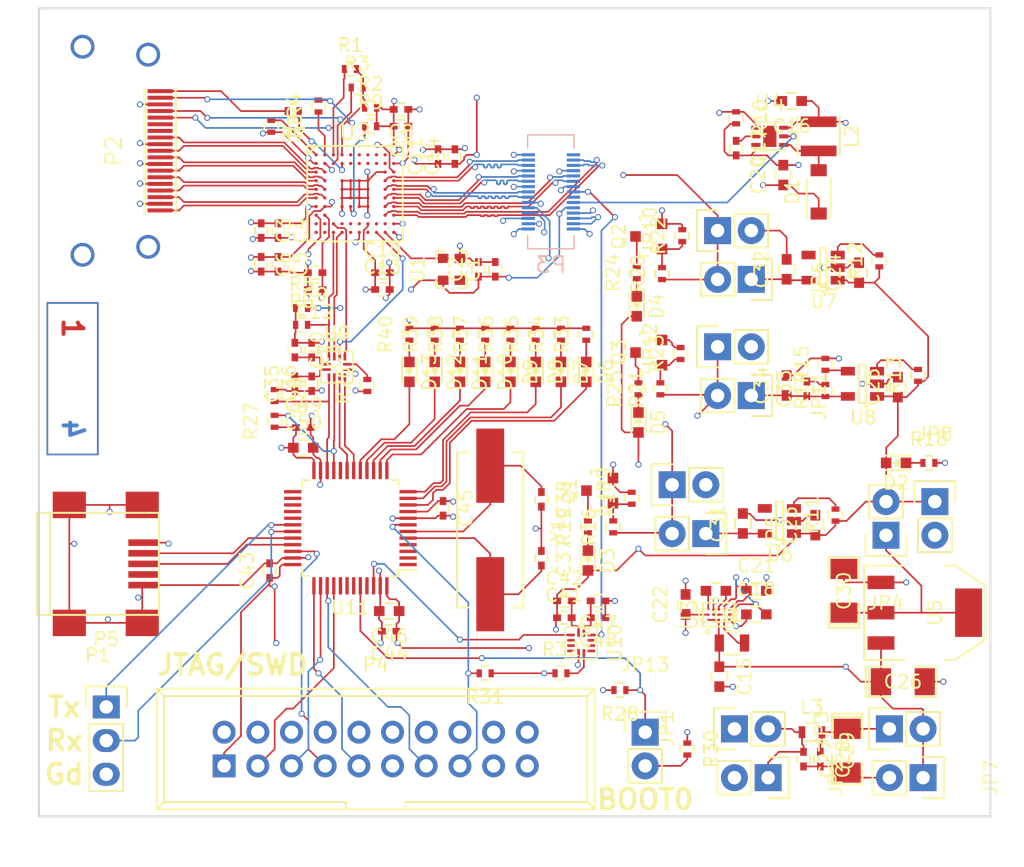
<source format=kicad_pcb>
(kicad_pcb (version 4) (host pcbnew 4.0.4-stable)
  (layers (0 F.Cu signal) (1 In1.Cu power) (2 In2.Cu power) (31 B.Cu signal) (34 B.Paste user) (35 F.Paste user) (36 B.SilkS user) (37 F.SilkS user) (38 B.Mask user) (39 F.Mask user) (44 Edge.Cuts user))
  (net 0 "")
  (net 1 +1V8)
  (net 2 GND)
  (net 3 +3V3)
  (net 4 +1V1)
  (net 5 +1V2)
  (net 6 +5V)
  (net 7 "Net-(C17-Pad1)")
  (net 8 "Net-(C18-Pad2)")
  (net 9 "Net-(C19-Pad1)")
  (net 10 "Net-(C19-Pad2)")
  (net 11 /LCD-Panel/LED_A)
  (net 12 /LCD-Panel/VSP)
  (net 13 /LCD-Panel/VSN)
  (net 14 "Net-(C27-Pad1)")
  (net 15 "Net-(C28-Pad1)")
  (net 16 "Net-(C30-Pad1)")
  (net 17 "Net-(C31-Pad1)")
  (net 18 "Net-(C32-Pad1)")
  (net 19 "Net-(C33-Pad1)")
  (net 20 "Net-(C33-Pad2)")
  (net 21 "Net-(C35-Pad2)")
  (net 22 "Net-(C37-Pad2)")
  (net 23 "Net-(C38-Pad1)")
  (net 24 "Net-(C39-Pad2)")
  (net 25 "Net-(C41-Pad2)")
  (net 26 "Net-(C47-Pad2)")
  (net 27 "Net-(D1-Pad2)")
  (net 28 "Net-(D2-Pad1)")
  (net 29 "Net-(D3-Pad1)")
  (net 30 "Net-(D4-Pad1)")
  (net 31 "Net-(D5-Pad1)")
  (net 32 /Control/LED0)
  (net 33 "Net-(D6-Pad1)")
  (net 34 /Control/LED1)
  (net 35 "Net-(D7-Pad1)")
  (net 36 /Control/LED2)
  (net 37 "Net-(D8-Pad1)")
  (net 38 /Control/LED3)
  (net 39 "Net-(D9-Pad1)")
  (net 40 /Control/LED4)
  (net 41 "Net-(D10-Pad1)")
  (net 42 /Control/LED5)
  (net 43 "Net-(D11-Pad1)")
  (net 44 /Control/LED6)
  (net 45 "Net-(D12-Pad1)")
  (net 46 /Control/LED7)
  (net 47 "Net-(D13-Pad1)")
  (net 48 /Power/USB_VBUS)
  (net 49 "Net-(JP13-Pad1)")
  (net 50 "Net-(JP13-Pad2)")
  (net 51 "Net-(L1-Pad2)")
  (net 52 /Control/USB_DM)
  (net 53 /Control/USB_DP)
  (net 54 /HPD)
  (net 55 /HDMI_5V)
  (net 56 /SDA)
  (net 57 /SCL)
  (net 58 /Control/PANEL_RESET)
  (net 59 /LCD-Panel/LED_PWM)
  (net 60 /LCD-Panel/LED_C)
  (net 61 /Control/~TRST~)
  (net 62 /Control/TDI)
  (net 63 /Control/TMS)
  (net 64 /Control/TCK)
  (net 65 /Control/TDO)
  (net 66 /Control/~SRST~)
  (net 67 /Control/TX)
  (net 68 /Control/RX)
  (net 69 "Net-(Q1-Pad1)")
  (net 70 "Net-(Q1-Pad3)")
  (net 71 "Net-(Q2-Pad1)")
  (net 72 "Net-(Q2-Pad3)")
  (net 73 "Net-(Q3-Pad1)")
  (net 74 "Net-(Q3-Pad3)")
  (net 75 "Net-(R4-Pad1)")
  (net 76 /Control/BRIDGE_SCL)
  (net 77 /Control/BRIDGE_SDA)
  (net 78 "Net-(R7-Pad1)")
  (net 79 "Net-(R8-Pad1)")
  (net 80 "Net-(R9-Pad1)")
  (net 81 "Net-(R11-Pad2)")
  (net 82 "Net-(R12-Pad2)")
  (net 83 "Net-(R13-Pad2)")
  (net 84 "Net-(R26-Pad2)")
  (net 85 /Control/SCL)
  (net 86 /Control/SDA)
  (net 87 "Net-(R32-Pad2)")
  (net 88 /HDMI-Bridge/REFCLK)
  (net 89 /Control/BRIDGE_INT)
  (net 90 /Control/BRIDGE_RESET_N)
  (net 91 /Control/BR_INT)
  (net 92 /Control/BR_RST_N)
  (net 93 /Control/PNL_RST)
  (net 94 /CLK_N)
  (net 95 /CLK_P)
  (net 96 /D0_N)
  (net 97 /D0_P)
  (net 98 /D1_N)
  (net 99 /D1_P)
  (net 100 /D2_N)
  (net 101 /D2_P)
  (net 102 /LCD-Panel/DATA2_P)
  (net 103 /LCD-Panel/DATA2_N)
  (net 104 /LCD-Panel/CLK_P)
  (net 105 /LCD-Panel/CLK_N)
  (net 106 /LCD-Panel/DATA3_P)
  (net 107 /LCD-Panel/DATA3_N)
  (net 108 /LCD-Panel/DATA0_N)
  (net 109 /LCD-Panel/DATA0_P)
  (net 110 /LCD-Panel/DATA1_N)
  (net 111 /LCD-Panel/DATA1_P)
  (module miscellaneous:VFBGA-80_7x7mm_Pitch0.65mm (layer F.Cu) (at 85.43 109.224)
    (fp_text reference U2 (at 0 -4.65) (layer F.SilkS) (effects (font (size 1.2 1.2))))
    (fp_text value TC358870XBG)
    (pad A1 smd circle (at -2.925 -2.925) (size 0.25 0.25) (layers F.Cu F.Paste F.Mask) (net 79 "Net-(R8-Pad1)"))
    (pad B1 smd circle (at -2.925 -2.275) (size 0.25 0.25) (layers F.Cu F.Paste F.Mask) (net 3 +3V3))
    (pad C1 smd circle (at -2.925 -1.625) (size 0.25 0.25) (layers F.Cu F.Paste F.Mask) (net 95 /CLK_P))
    (pad D1 smd circle (at -2.925 -0.975) (size 0.25 0.25) (layers F.Cu F.Paste F.Mask) (net 97 /D0_P))
    (pad E1 smd circle (at -2.925 -0.325) (size 0.25 0.25) (layers F.Cu F.Paste F.Mask) (net 99 /D1_P))
    (pad F1 smd circle (at -2.925 0.325) (size 0.25 0.25) (layers F.Cu F.Paste F.Mask) (net 101 /D2_P))
    (pad G1 smd circle (at -2.925 0.975) (size 0.25 0.25) (layers F.Cu F.Paste F.Mask) (net 3 +3V3))
    (pad H1 smd circle (at -2.925 1.625) (size 0.25 0.25) (layers F.Cu F.Paste F.Mask) (net 2 GND))
    (pad J1 smd circle (at -2.925 2.275) (size 0.25 0.25) (layers F.Cu F.Paste F.Mask))
    (pad K1 smd circle (at -2.925 2.925) (size 0.25 0.25) (layers F.Cu F.Paste F.Mask))
    (pad A2 smd circle (at -2.275 -2.925) (size 0.25 0.25) (layers F.Cu F.Paste F.Mask) (net 75 "Net-(R4-Pad1)"))
    (pad B2 smd circle (at -2.275 -2.275) (size 0.25 0.25) (layers F.Cu F.Paste F.Mask) (net 4 +1V1))
    (pad C2 smd circle (at -2.275 -1.625) (size 0.25 0.25) (layers F.Cu F.Paste F.Mask) (net 94 /CLK_N))
    (pad D2 smd circle (at -2.275 -0.975) (size 0.25 0.25) (layers F.Cu F.Paste F.Mask) (net 96 /D0_N))
    (pad E2 smd circle (at -2.275 -0.325) (size 0.25 0.25) (layers F.Cu F.Paste F.Mask) (net 98 /D1_N))
    (pad F2 smd circle (at -2.275 0.325) (size 0.25 0.25) (layers F.Cu F.Paste F.Mask) (net 100 /D2_N))
    (pad G2 smd circle (at -2.275 0.975) (size 0.25 0.25) (layers F.Cu F.Paste F.Mask) (net 4 +1V1))
    (pad H2 smd circle (at -2.275 1.625) (size 0.25 0.25) (layers F.Cu F.Paste F.Mask) (net 3 +3V3))
    (pad J2 smd circle (at -2.275 2.275) (size 0.25 0.25) (layers F.Cu F.Paste F.Mask))
    (pad K2 smd circle (at -2.275 2.925) (size 0.25 0.25) (layers F.Cu F.Paste F.Mask))
    (pad A3 smd circle (at -1.625 -2.925) (size 0.25 0.25) (layers F.Cu F.Paste F.Mask) (net 57 /SCL))
    (pad B3 smd circle (at -1.625 -2.275) (size 0.25 0.25) (layers F.Cu F.Paste F.Mask) (net 56 /SDA))
    (pad J3 smd circle (at -1.625 2.275) (size 0.25 0.25) (layers F.Cu F.Paste F.Mask) (net 89 /Control/BRIDGE_INT))
    (pad K3 smd circle (at -1.625 2.925) (size 0.25 0.25) (layers F.Cu F.Paste F.Mask) (net 77 /Control/BRIDGE_SDA))
    (pad A4 smd circle (at -0.975 -2.925) (size 0.25 0.25) (layers F.Cu F.Paste F.Mask) (net 55 /HDMI_5V))
    (pad B4 smd circle (at -0.975 -2.275) (size 0.25 0.25) (layers F.Cu F.Paste F.Mask) (net 78 "Net-(R7-Pad1)"))
    (pad D4 smd circle (at -0.975 -0.975) (size 0.25 0.25) (layers F.Cu F.Paste F.Mask) (net 2 GND))
    (pad E4 smd circle (at -0.975 -0.325) (size 0.25 0.25) (layers F.Cu F.Paste F.Mask) (net 2 GND))
    (pad F4 smd circle (at -0.975 0.325) (size 0.25 0.25) (layers F.Cu F.Paste F.Mask) (net 2 GND))
    (pad G4 smd circle (at -0.975 0.975) (size 0.25 0.25) (layers F.Cu F.Paste F.Mask) (net 2 GND))
    (pad J4 smd circle (at -0.975 2.275) (size 0.25 0.25) (layers F.Cu F.Paste F.Mask))
    (pad K4 smd circle (at -0.975 2.925) (size 0.25 0.25) (layers F.Cu F.Paste F.Mask) (net 76 /Control/BRIDGE_SCL))
    (pad A5 smd circle (at -0.325 -2.925) (size 0.25 0.25) (layers F.Cu F.Paste F.Mask))
    (pad B5 smd circle (at -0.325 -2.275) (size 0.25 0.25) (layers F.Cu F.Paste F.Mask))
    (pad D5 smd circle (at -0.325 -0.975) (size 0.25 0.25) (layers F.Cu F.Paste F.Mask) (net 2 GND))
    (pad E5 smd circle (at -0.325 -0.325) (size 0.25 0.25) (layers F.Cu F.Paste F.Mask) (net 2 GND))
    (pad F5 smd circle (at -0.325 0.325) (size 0.25 0.25) (layers F.Cu F.Paste F.Mask) (net 2 GND))
    (pad G5 smd circle (at -0.325 0.975) (size 0.25 0.25) (layers F.Cu F.Paste F.Mask) (net 80 "Net-(R9-Pad1)"))
    (pad J5 smd circle (at -0.325 2.275) (size 0.25 0.25) (layers F.Cu F.Paste F.Mask))
    (pad K5 smd circle (at -0.325 2.925) (size 0.25 0.25) (layers F.Cu F.Paste F.Mask))
    (pad A6 smd circle (at 0.325 -2.925) (size 0.25 0.25) (layers F.Cu F.Paste F.Mask))
    (pad B6 smd circle (at 0.325 -2.275) (size 0.25 0.25) (layers F.Cu F.Paste F.Mask))
    (pad D6 smd circle (at 0.325 -0.975) (size 0.25 0.25) (layers F.Cu F.Paste F.Mask) (net 2 GND))
    (pad E6 smd circle (at 0.325 -0.325) (size 0.25 0.25) (layers F.Cu F.Paste F.Mask) (net 2 GND))
    (pad F6 smd circle (at 0.325 0.325) (size 0.25 0.25) (layers F.Cu F.Paste F.Mask) (net 2 GND))
    (pad G6 smd circle (at 0.325 0.975) (size 0.25 0.25) (layers F.Cu F.Paste F.Mask) (net 2 GND))
    (pad J6 smd circle (at 0.325 2.275) (size 0.25 0.25) (layers F.Cu F.Paste F.Mask))
    (pad K6 smd circle (at 0.325 2.925) (size 0.25 0.25) (layers F.Cu F.Paste F.Mask) (net 4 +1V1))
    (pad A7 smd circle (at 0.975 -2.925) (size 0.25 0.25) (layers F.Cu F.Paste F.Mask))
    (pad B7 smd circle (at 0.975 -2.275) (size 0.25 0.25) (layers F.Cu F.Paste F.Mask))
    (pad D7 smd circle (at 0.975 -0.975) (size 0.25 0.25) (layers F.Cu F.Paste F.Mask) (net 2 GND))
    (pad E7 smd circle (at 0.975 -0.325) (size 0.25 0.25) (layers F.Cu F.Paste F.Mask) (net 2 GND))
    (pad F7 smd circle (at 0.975 0.325) (size 0.25 0.25) (layers F.Cu F.Paste F.Mask) (net 2 GND))
    (pad G7 smd circle (at 0.975 0.975) (size 0.25 0.25) (layers F.Cu F.Paste F.Mask) (net 2 GND))
    (pad J7 smd circle (at 0.975 2.275) (size 0.25 0.25) (layers F.Cu F.Paste F.Mask) (net 1 +1V8))
    (pad K7 smd circle (at 0.975 2.925) (size 0.25 0.25) (layers F.Cu F.Paste F.Mask))
    (pad A8 smd circle (at 1.625 -2.925) (size 0.25 0.25) (layers F.Cu F.Paste F.Mask))
    (pad B8 smd circle (at 1.625 -2.275) (size 0.25 0.25) (layers F.Cu F.Paste F.Mask))
    (pad J8 smd circle (at 1.625 2.275) (size 0.25 0.25) (layers F.Cu F.Paste F.Mask))
    (pad K8 smd circle (at 1.625 2.925) (size 0.25 0.25) (layers F.Cu F.Paste F.Mask) (net 90 /Control/BRIDGE_RESET_N))
    (pad A9 smd circle (at 2.275 -2.925) (size 0.25 0.25) (layers F.Cu F.Paste F.Mask))
    (pad B9 smd circle (at 2.275 -2.275) (size 0.25 0.25) (layers F.Cu F.Paste F.Mask))
    (pad C9 smd circle (at 2.275 -1.625) (size 0.25 0.25) (layers F.Cu F.Paste F.Mask) (net 2 GND))
    (pad D9 smd circle (at 2.275 -0.975) (size 0.25 0.25) (layers F.Cu F.Paste F.Mask) (net 107 /LCD-Panel/DATA3_N))
    (pad E9 smd circle (at 2.275 -0.325) (size 0.25 0.25) (layers F.Cu F.Paste F.Mask) (net 103 /LCD-Panel/DATA2_N))
    (pad F9 smd circle (at 2.275 0.325) (size 0.25 0.25) (layers F.Cu F.Paste F.Mask) (net 105 /LCD-Panel/CLK_N))
    (pad G9 smd circle (at 2.275 0.975) (size 0.25 0.25) (layers F.Cu F.Paste F.Mask) (net 110 /LCD-Panel/DATA1_N))
    (pad H9 smd circle (at 2.275 1.625) (size 0.25 0.25) (layers F.Cu F.Paste F.Mask) (net 108 /LCD-Panel/DATA0_N))
    (pad J9 smd circle (at 2.275 2.275) (size 0.25 0.25) (layers F.Cu F.Paste F.Mask))
    (pad K9 smd circle (at 2.275 2.925) (size 0.25 0.25) (layers F.Cu F.Paste F.Mask) (net 88 /HDMI-Bridge/REFCLK))
    (pad A10 smd circle (at 2.925 -2.925) (size 0.25 0.25) (layers F.Cu F.Paste F.Mask) (net 2 GND))
    (pad B10 smd circle (at 2.925 -2.275) (size 0.25 0.25) (layers F.Cu F.Paste F.Mask) (net 5 +1V2))
    (pad C10 smd circle (at 2.925 -1.625) (size 0.25 0.25) (layers F.Cu F.Paste F.Mask) (net 4 +1V1))
    (pad D10 smd circle (at 2.925 -0.975) (size 0.25 0.25) (layers F.Cu F.Paste F.Mask) (net 106 /LCD-Panel/DATA3_P))
    (pad E10 smd circle (at 2.925 -0.325) (size 0.25 0.25) (layers F.Cu F.Paste F.Mask) (net 102 /LCD-Panel/DATA2_P))
    (pad F10 smd circle (at 2.925 0.325) (size 0.25 0.25) (layers F.Cu F.Paste F.Mask) (net 104 /LCD-Panel/CLK_P))
    (pad G10 smd circle (at 2.925 0.975) (size 0.25 0.25) (layers F.Cu F.Paste F.Mask) (net 111 /LCD-Panel/DATA1_P))
    (pad H10 smd circle (at 2.925 1.625) (size 0.25 0.25) (layers F.Cu F.Paste F.Mask) (net 109 /LCD-Panel/DATA0_P))
    (pad J10 smd circle (at 2.925 2.275) (size 0.25 0.25) (layers F.Cu F.Paste F.Mask) (net 5 +1V2))
    (pad K10 smd circle (at 2.925 2.925) (size 0.25 0.25) (layers F.Cu F.Paste F.Mask) (net 2 GND))
  )
  (module Resistors_SMD:R_0402 (layer F.Cu) (at 82.677 102.616 90)
    (fp_text reference R4 (at 0 -1.8 90) (layer F.SilkS))
    (fp_text value 10k)
    (pad 1 smd rect (at -0.45 0 90) (size 0.4 0.6) (layers F.Cu F.Paste F.Mask) (net 75 "Net-(R4-Pad1)"))
    (pad 2 smd rect (at 0.45 0 90) (size 0.4 0.6) (layers F.Cu F.Paste F.Mask) (net 55 /HDMI_5V))
  )
  (module Capacitors_SMD:C_0402 (layer F.Cu) (at 96.012 114.935 90)
    (fp_text reference C1 (at 0 -1.7 90) (layer F.SilkS))
    (fp_text value 10nF)
    (pad 1 smd rect (at -0.55 0 90) (size 0.6 0.5) (layers F.Cu F.Paste F.Mask) (net 1 +1V8))
    (pad 2 smd rect (at 0.55 0 90) (size 0.6 0.5) (layers F.Cu F.Paste F.Mask) (net 2 GND))
  )
  (module Capacitors_SMD:C_0402 (layer F.Cu) (at 94.742 114.935 90)
    (fp_text reference C2 (at 0 -1.7 90) (layer F.SilkS))
    (fp_text value 100nF)
    (pad 1 smd rect (at -0.55 0 90) (size 0.6 0.5) (layers F.Cu F.Paste F.Mask) (net 1 +1V8))
    (pad 2 smd rect (at 0.55 0 90) (size 0.6 0.5) (layers F.Cu F.Paste F.Mask) (net 2 GND))
  )
  (module Capacitors_SMD:C_0402 (layer F.Cu) (at 78.359 112.014 270)
    (fp_text reference C3 (at 0 -1.7 270) (layer F.SilkS))
    (fp_text value 100nF)
    (pad 1 smd rect (at -0.55 0 270) (size 0.6 0.5) (layers F.Cu F.Paste F.Mask) (net 3 +3V3))
    (pad 2 smd rect (at 0.55 0 270) (size 0.6 0.5) (layers F.Cu F.Paste F.Mask) (net 2 GND))
  )
  (module Capacitors_SMD:C_0402 (layer F.Cu) (at 79.629 112.014 270)
    (fp_text reference C4 (at 0 -1.7 270) (layer F.SilkS))
    (fp_text value 10nF)
    (pad 1 smd rect (at -0.55 0 270) (size 0.6 0.5) (layers F.Cu F.Paste F.Mask) (net 3 +3V3))
    (pad 2 smd rect (at 0.55 0 270) (size 0.6 0.5) (layers F.Cu F.Paste F.Mask) (net 2 GND))
  )
  (module Capacitors_SMD:C_0402 (layer F.Cu) (at 79.629 114.554 270)
    (fp_text reference C5 (at 0 -1.7 270) (layer F.SilkS))
    (fp_text value 100nF)
    (pad 1 smd rect (at -0.55 0 270) (size 0.6 0.5) (layers F.Cu F.Paste F.Mask) (net 4 +1V1))
    (pad 2 smd rect (at 0.55 0 270) (size 0.6 0.5) (layers F.Cu F.Paste F.Mask) (net 2 GND))
  )
  (module Capacitors_SMD:C_0402 (layer F.Cu) (at 78.359 114.554 270)
    (fp_text reference C6 (at 0 -1.7 270) (layer F.SilkS))
    (fp_text value 10nF)
    (pad 1 smd rect (at -0.55 0 270) (size 0.6 0.5) (layers F.Cu F.Paste F.Mask) (net 4 +1V1))
    (pad 2 smd rect (at 0.55 0 270) (size 0.6 0.5) (layers F.Cu F.Paste F.Mask) (net 2 GND))
  )
  (module Capacitors_SMD:C_0402 (layer F.Cu) (at 88.9 104.14 180)
    (fp_text reference C7 (at 0 -1.7 180) (layer F.SilkS))
    (fp_text value 100nF)
    (pad 1 smd rect (at -0.55 0 180) (size 0.6 0.5) (layers F.Cu F.Paste F.Mask) (net 5 +1V2))
    (pad 2 smd rect (at 0.55 0 180) (size 0.6 0.5) (layers F.Cu F.Paste F.Mask) (net 2 GND))
  )
  (module Capacitors_SMD:C_0402 (layer F.Cu) (at 88.9 102.87 180)
    (fp_text reference C8 (at 0 -1.7 180) (layer F.SilkS))
    (fp_text value 10nF)
    (pad 1 smd rect (at -0.55 0 180) (size 0.6 0.5) (layers F.Cu F.Paste F.Mask) (net 5 +1V2))
    (pad 2 smd rect (at 0.55 0 180) (size 0.6 0.5) (layers F.Cu F.Paste F.Mask) (net 2 GND))
  )
  (module Capacitors_SMD:C_0402 (layer F.Cu) (at 82.423 115.189 180)
    (fp_text reference C9 (at 0 -1.7 180) (layer F.SilkS))
    (fp_text value 10nF)
    (pad 1 smd rect (at -0.55 0 180) (size 0.6 0.5) (layers F.Cu F.Paste F.Mask) (net 3 +3V3))
    (pad 2 smd rect (at 0.55 0 180) (size 0.6 0.5) (layers F.Cu F.Paste F.Mask) (net 2 GND))
  )
  (module Capacitors_SMD:C_0402 (layer F.Cu) (at 87.503 115.189)
    (fp_text reference C10 (at 0 -1.7) (layer F.SilkS))
    (fp_text value 10nF)
    (pad 1 smd rect (at -0.55 0) (size 0.6 0.5) (layers F.Cu F.Paste F.Mask) (net 1 +1V8))
    (pad 2 smd rect (at 0.55 0) (size 0.6 0.5) (layers F.Cu F.Paste F.Mask) (net 2 GND))
  )
  (module Capacitors_SMD:C_0402 (layer F.Cu) (at 91.694 106.426 90)
    (fp_text reference C11 (at 0 -1.7 90) (layer F.SilkS))
    (fp_text value 10nF)
    (pad 1 smd rect (at -0.55 0 90) (size 0.6 0.5) (layers F.Cu F.Paste F.Mask) (net 4 +1V1))
    (pad 2 smd rect (at 0.55 0 90) (size 0.6 0.5) (layers F.Cu F.Paste F.Mask) (net 2 GND))
  )
  (module Capacitors_SMD:C_0402 (layer F.Cu) (at 82.423 116.459 180)
    (fp_text reference C12 (at 0 -1.7 180) (layer F.SilkS))
    (fp_text value 100nF)
    (pad 1 smd rect (at -0.55 0 180) (size 0.6 0.5) (layers F.Cu F.Paste F.Mask) (net 3 +3V3))
    (pad 2 smd rect (at 0.55 0 180) (size 0.6 0.5) (layers F.Cu F.Paste F.Mask) (net 2 GND))
  )
  (module Capacitors_SMD:C_0402 (layer F.Cu) (at 87.503 116.459)
    (fp_text reference C13 (at 0 -1.7) (layer F.SilkS))
    (fp_text value 100nF)
    (pad 1 smd rect (at -0.55 0) (size 0.6 0.5) (layers F.Cu F.Paste F.Mask) (net 1 +1V8))
    (pad 2 smd rect (at 0.55 0) (size 0.6 0.5) (layers F.Cu F.Paste F.Mask) (net 2 GND))
  )
  (module Capacitors_SMD:C_0402 (layer F.Cu) (at 92.964 106.426 90)
    (fp_text reference C14 (at 0 -1.7 90) (layer F.SilkS))
    (fp_text value 100nF)
    (pad 1 smd rect (at -0.55 0 90) (size 0.6 0.5) (layers F.Cu F.Paste F.Mask) (net 4 +1V1))
    (pad 2 smd rect (at 0.55 0 90) (size 0.6 0.5) (layers F.Cu F.Paste F.Mask) (net 2 GND))
  )
  (module Capacitors_SMD:C_0603 (layer F.Cu) (at 112.903 145.669 270)
    (fp_text reference C15 (at 0 -1.9 270) (layer F.SilkS))
    (fp_text value 4.7uF)
    (pad 1 smd rect (at -0.75 0 270) (size 0.8 0.75) (layers F.Cu F.Paste F.Mask) (net 6 +5V))
    (pad 2 smd rect (at 0.75 0 270) (size 0.8 0.75) (layers F.Cu F.Paste F.Mask) (net 2 GND))
  )
  (module Capacitors_SMD:C_0603 (layer F.Cu) (at 118.364 102.235 180)
    (fp_text reference C16 (at 0 -1.9 180) (layer F.SilkS))
    (fp_text value 1uF)
    (pad 1 smd rect (at -0.75 0 180) (size 0.8 0.75) (layers F.Cu F.Paste F.Mask) (net 6 +5V))
    (pad 2 smd rect (at 0.75 0 180) (size 0.8 0.75) (layers F.Cu F.Paste F.Mask) (net 2 GND))
  )
  (module Capacitors_SMD:C_0402 (layer F.Cu) (at 114.173 105.791 270)
    (fp_text reference C17 (at 0 -1.7 270) (layer F.SilkS))
    (fp_text value 220nF)
    (pad 1 smd rect (at -0.55 0 270) (size 0.6 0.5) (layers F.Cu F.Paste F.Mask) (net 7 "Net-(C17-Pad1)"))
    (pad 2 smd rect (at 0.55 0 270) (size 0.6 0.5) (layers F.Cu F.Paste F.Mask) (net 2 GND))
  )
  (module Capacitors_SMD:C_0603 (layer F.Cu) (at 115.697 140.97)
    (fp_text reference C18 (at 0 -1.9) (layer F.SilkS))
    (fp_text value 4.7uF)
    (pad 1 smd rect (at -0.75 0) (size 0.8 0.75) (layers F.Cu F.Paste F.Mask) (net 2 GND))
    (pad 2 smd rect (at 0.75 0) (size 0.8 0.75) (layers F.Cu F.Paste F.Mask) (net 8 "Net-(C18-Pad2)"))
  )
  (module Capacitors_SMD:C_0603 (layer F.Cu) (at 112.649 139.192 180)
    (fp_text reference C19 (at 0 -1.9 180) (layer F.SilkS))
    (fp_text value 2.2uF)
    (pad 1 smd rect (at -0.75 0 180) (size 0.8 0.75) (layers F.Cu F.Paste F.Mask) (net 9 "Net-(C19-Pad1)"))
    (pad 2 smd rect (at 0.75 0 180) (size 0.8 0.75) (layers F.Cu F.Paste F.Mask) (net 10 "Net-(C19-Pad2)"))
  )
  (module Capacitors_SMD:C_0603 (layer F.Cu) (at 117.729 107.823 90)
    (fp_text reference C20 (at 0 -1.9 90) (layer F.SilkS))
    (fp_text value 0.47uF)
    (pad 1 smd rect (at -0.75 0 90) (size 0.8 0.75) (layers F.Cu F.Paste F.Mask) (net 11 /LCD-Panel/LED_A))
    (pad 2 smd rect (at 0.75 0 90) (size 0.8 0.75) (layers F.Cu F.Paste F.Mask) (net 2 GND))
  )
  (module Capacitors_SMD:C_0603 (layer F.Cu) (at 115.697 139.192)
    (fp_text reference C21 (at 0 -1.9) (layer F.SilkS))
    (fp_text value 4.7uF)
    (pad 1 smd rect (at -0.75 0) (size 0.8 0.75) (layers F.Cu F.Paste F.Mask) (net 12 /LCD-Panel/VSP))
    (pad 2 smd rect (at 0.75 0) (size 0.8 0.75) (layers F.Cu F.Paste F.Mask) (net 2 GND))
  )
  (module Capacitors_SMD:C_0603 (layer F.Cu) (at 110.363 140.22 90)
    (fp_text reference C22 (at 0 -1.9 90) (layer F.SilkS))
    (fp_text value 4.7uF)
    (pad 1 smd rect (at -0.75 0 90) (size 0.8 0.75) (layers F.Cu F.Paste F.Mask) (net 13 /LCD-Panel/VSN))
    (pad 2 smd rect (at 0.75 0 90) (size 0.8 0.75) (layers F.Cu F.Paste F.Mask) (net 2 GND))
  )
  (module Capacitors_SMD:C_0603 (layer F.Cu) (at 120.142 134.239 90)
    (fp_text reference C23 (at 0 -1.9 90) (layer F.SilkS))
    (fp_text value 1uF)
    (pad 1 smd rect (at -0.75 0 90) (size 0.8 0.75) (layers F.Cu F.Paste F.Mask) (net 3 +3V3))
    (pad 2 smd rect (at 0.75 0 90) (size 0.8 0.75) (layers F.Cu F.Paste F.Mask) (net 2 GND))
  )
  (module Capacitors_SMD:C_0603 (layer F.Cu) (at 123.444 115.189 90)
    (fp_text reference C24 (at 0 -1.9 90) (layer F.SilkS))
    (fp_text value 1uF)
    (pad 1 smd rect (at -0.75 0 90) (size 0.8 0.75) (layers F.Cu F.Paste F.Mask) (net 3 +3V3))
    (pad 2 smd rect (at 0.75 0 90) (size 0.8 0.75) (layers F.Cu F.Paste F.Mask) (net 2 GND))
  )
  (module Capacitors_SMD:C_0603 (layer F.Cu) (at 126.365 123.825 90)
    (fp_text reference C25 (at 0 -1.9 90) (layer F.SilkS))
    (fp_text value 1uF)
    (pad 1 smd rect (at -0.75 0 90) (size 0.8 0.75) (layers F.Cu F.Paste F.Mask) (net 3 +3V3))
    (pad 2 smd rect (at 0.75 0 90) (size 0.8 0.75) (layers F.Cu F.Paste F.Mask) (net 2 GND))
  )
  (module SMD_Packages:SMD-1206_Pol (layer F.Cu) (at 126.746 146.05)
    (fp_text reference C26 (at 0 0) (layer F.SilkS))
    (fp_text value 10uF)
    (pad 1 smd rect (at -1.651 0) (size 1.524 2.032) (layers F.Cu F.Paste F.Mask) (net 6 +5V))
    (pad 2 smd rect (at 1.651 0) (size 1.524 2.032) (layers F.Cu F.Paste F.Mask) (net 2 GND))
  )
  (module Capacitors_SMD:C_0402 (layer F.Cu) (at 119.253 151.892 270)
    (fp_text reference C27 (at 0 -1.7 270) (layer F.SilkS))
    (fp_text value 10nF)
    (pad 1 smd rect (at -0.55 0 270) (size 0.6 0.5) (layers F.Cu F.Paste F.Mask) (net 14 "Net-(C27-Pad1)"))
    (pad 2 smd rect (at 0.55 0 270) (size 0.6 0.5) (layers F.Cu F.Paste F.Mask) (net 2 GND))
  )
  (module Capacitors_SMD:C_0402 (layer F.Cu) (at 120.523 151.892 270)
    (fp_text reference C28 (at 0 -1.7 270) (layer F.SilkS))
    (fp_text value 100nF)
    (pad 1 smd rect (at -0.55 0 270) (size 0.6 0.5) (layers F.Cu F.Paste F.Mask) (net 15 "Net-(C28-Pad1)"))
    (pad 2 smd rect (at 0.55 0 270) (size 0.6 0.5) (layers F.Cu F.Paste F.Mask) (net 2 GND))
  )
  (module SMD_Packages:SMD-1206_Pol (layer F.Cu) (at 122.555 151.257 270)
    (fp_text reference C29 (at 0 0 270) (layer F.SilkS))
    (fp_text value 10uF)
    (pad 1 smd rect (at -1.651 0 270) (size 1.524 2.032) (layers F.Cu F.Paste F.Mask) (net 15 "Net-(C28-Pad1)"))
    (pad 2 smd rect (at 1.651 0 270) (size 1.524 2.032) (layers F.Cu F.Paste F.Mask) (net 2 GND))
  )
  (module SMD_Packages:SMD-1206_Pol (layer F.Cu) (at 122.301 139.192 90)
    (fp_text reference C30 (at 0 0 90) (layer F.SilkS))
    (fp_text value 22uF)
    (pad 1 smd rect (at -1.651 0 90) (size 1.524 2.032) (layers F.Cu F.Paste F.Mask) (net 16 "Net-(C30-Pad1)"))
    (pad 2 smd rect (at 1.651 0 90) (size 1.524 2.032) (layers F.Cu F.Paste F.Mask) (net 2 GND))
  )
  (module Capacitors_SMD:C_0603 (layer F.Cu) (at 114.681 134.112 90)
    (fp_text reference C31 (at 0 -1.9 90) (layer F.SilkS))
    (fp_text value 1uF/X5R)
    (pad 1 smd rect (at -0.75 0 90) (size 0.8 0.75) (layers F.Cu F.Paste F.Mask) (net 17 "Net-(C31-Pad1)"))
    (pad 2 smd rect (at 0.75 0 90) (size 0.8 0.75) (layers F.Cu F.Paste F.Mask) (net 2 GND))
  )
  (module Capacitors_SMD:C_0603 (layer F.Cu) (at 117.983 114.935 90)
    (fp_text reference C32 (at 0 -1.9 90) (layer F.SilkS))
    (fp_text value 1uF/X5R)
    (pad 1 smd rect (at -0.75 0 90) (size 0.8 0.75) (layers F.Cu F.Paste F.Mask) (net 18 "Net-(C32-Pad1)"))
    (pad 2 smd rect (at 0.75 0 90) (size 0.8 0.75) (layers F.Cu F.Paste F.Mask) (net 2 GND))
  )
  (module Capacitors_SMD:C_0402 (layer F.Cu) (at 119.507 123.952 90)
    (fp_text reference C33 (at 0 -1.7 90) (layer F.SilkS))
    (fp_text value 10nF)
    (pad 1 smd rect (at -0.55 0 90) (size 0.6 0.5) (layers F.Cu F.Paste F.Mask) (net 19 "Net-(C33-Pad1)"))
    (pad 2 smd rect (at 0.55 0 90) (size 0.6 0.5) (layers F.Cu F.Paste F.Mask) (net 20 "Net-(C33-Pad2)"))
  )
  (module Capacitors_SMD:C_0603 (layer F.Cu) (at 117.983 123.698 90)
    (fp_text reference C34 (at 0 -1.9 90) (layer F.SilkS))
    (fp_text value 1uF/X5R)
    (pad 1 smd rect (at -0.75 0 90) (size 0.8 0.75) (layers F.Cu F.Paste F.Mask) (net 19 "Net-(C33-Pad1)"))
    (pad 2 smd rect (at 0.75 0 90) (size 0.8 0.75) (layers F.Cu F.Paste F.Mask) (net 2 GND))
  )
  (module Capacitors_SMD:C_0402 (layer F.Cu) (at 80.895672 123.570136 90)
    (fp_text reference C35 (at 0 -1.7 90) (layer F.SilkS))
    (fp_text value 10nF)
    (pad 1 smd rect (at -0.55 0 90) (size 0.6 0.5) (layers F.Cu F.Paste F.Mask) (net 3 +3V3))
    (pad 2 smd rect (at 0.55 0 90) (size 0.6 0.5) (layers F.Cu F.Paste F.Mask) (net 21 "Net-(C35-Pad2)"))
  )
  (module Capacitors_SMD:C_0402 (layer F.Cu) (at 82.165672 123.570136 90)
    (fp_text reference C36 (at 0 -1.7 90) (layer F.SilkS))
    (fp_text value 100nF)
    (pad 1 smd rect (at -0.55 0 90) (size 0.6 0.5) (layers F.Cu F.Paste F.Mask) (net 3 +3V3))
    (pad 2 smd rect (at 0.55 0 90) (size 0.6 0.5) (layers F.Cu F.Paste F.Mask) (net 21 "Net-(C35-Pad2)"))
  )
  (module Capacitors_SMD:C_0402 (layer F.Cu) (at 99.487748 136.736044 270)
    (fp_text reference C37 (at 0 -1.7 270) (layer F.SilkS))
    (fp_text value 18pF)
    (pad 1 smd rect (at -0.55 0 270) (size 0.6 0.5) (layers F.Cu F.Paste F.Mask) (net 2 GND))
    (pad 2 smd rect (at 0.55 0 270) (size 0.6 0.5) (layers F.Cu F.Paste F.Mask) (net 22 "Net-(C37-Pad2)"))
  )
  (module Capacitors_SMD:C_0402 (layer F.Cu) (at 99.487748 132.291044 270)
    (fp_text reference C38 (at 0 -1.7 270) (layer F.SilkS))
    (fp_text value 18pF)
    (pad 1 smd rect (at -0.55 0 270) (size 0.6 0.5) (layers F.Cu F.Paste F.Mask) (net 23 "Net-(C38-Pad1)"))
    (pad 2 smd rect (at 0.55 0 270) (size 0.6 0.5) (layers F.Cu F.Paste F.Mask) (net 2 GND))
  )
  (module Capacitors_SMD:C_0402 (layer F.Cu) (at 82.165672 121.030136 270)
    (fp_text reference C39 (at 0 -1.7 270) (layer F.SilkS))
    (fp_text value 10nF)
    (pad 1 smd rect (at -0.55 0 270) (size 0.6 0.5) (layers F.Cu F.Paste F.Mask) (net 1 +1V8))
    (pad 2 smd rect (at 0.55 0 270) (size 0.6 0.5) (layers F.Cu F.Paste F.Mask) (net 24 "Net-(C39-Pad2)"))
  )
  (module Capacitors_SMD:C_0402 (layer F.Cu) (at 80.895672 121.030136 270)
    (fp_text reference C40 (at 0 -1.7 270) (layer F.SilkS))
    (fp_text value 100nF)
    (pad 1 smd rect (at -0.55 0 270) (size 0.6 0.5) (layers F.Cu F.Paste F.Mask) (net 1 +1V8))
    (pad 2 smd rect (at 0.55 0 270) (size 0.6 0.5) (layers F.Cu F.Paste F.Mask) (net 24 "Net-(C39-Pad2)"))
  )
  (module Capacitors_SMD:C_0402 (layer F.Cu) (at 101.219864 141.220672)
    (fp_text reference C41 (at 0 -1.7) (layer F.SilkS))
    (fp_text value 10nF)
    (pad 1 smd rect (at -0.55 0) (size 0.6 0.5) (layers F.Cu F.Paste F.Mask) (net 3 +3V3))
    (pad 2 smd rect (at 0.55 0) (size 0.6 0.5) (layers F.Cu F.Paste F.Mask) (net 25 "Net-(C41-Pad2)"))
  )
  (module Capacitors_SMD:C_0402 (layer F.Cu) (at 101.219864 139.950672)
    (fp_text reference C42 (at 0 -1.7) (layer F.SilkS))
    (fp_text value 100nF)
    (pad 1 smd rect (at -0.55 0) (size 0.6 0.5) (layers F.Cu F.Paste F.Mask) (net 3 +3V3))
    (pad 2 smd rect (at 0.55 0) (size 0.6 0.5) (layers F.Cu F.Paste F.Mask) (net 25 "Net-(C41-Pad2)"))
  )
  (module Capacitors_SMD:C_0402 (layer F.Cu) (at 78.994 137.668 90)
    (fp_text reference C43 (at 0 -1.7 90) (layer F.SilkS))
    (fp_text value 100nF)
    (pad 1 smd rect (at -0.55 0 90) (size 0.6 0.5) (layers F.Cu F.Paste F.Mask) (net 3 +3V3))
    (pad 2 smd rect (at 0.55 0 90) (size 0.6 0.5) (layers F.Cu F.Paste F.Mask) (net 2 GND))
  )
  (module Capacitors_SMD:C_0402 (layer F.Cu) (at 88.011 142.24 180)
    (fp_text reference C44 (at 0 -1.7 180) (layer F.SilkS))
    (fp_text value 100nF)
    (pad 1 smd rect (at -0.55 0 180) (size 0.6 0.5) (layers F.Cu F.Paste F.Mask) (net 3 +3V3))
    (pad 2 smd rect (at 0.55 0 180) (size 0.6 0.5) (layers F.Cu F.Paste F.Mask) (net 2 GND))
  )
  (module Capacitors_SMD:C_0402 (layer F.Cu) (at 92.075 132.969 270)
    (fp_text reference C45 (at 0 -1.7 270) (layer F.SilkS))
    (fp_text value 100nF)
    (pad 1 smd rect (at -0.55 0 270) (size 0.6 0.5) (layers F.Cu F.Paste F.Mask) (net 3 +3V3))
    (pad 2 smd rect (at 0.55 0 270) (size 0.6 0.5) (layers F.Cu F.Paste F.Mask) (net 2 GND))
  )
  (module Capacitors_SMD:C_0402 (layer F.Cu) (at 103.759864 139.950672 180)
    (fp_text reference C47 (at 0 -1.7 180) (layer F.SilkS))
    (fp_text value 10nF)
    (pad 1 smd rect (at -0.55 0 180) (size 0.6 0.5) (layers F.Cu F.Paste F.Mask) (net 1 +1V8))
    (pad 2 smd rect (at 0.55 0 180) (size 0.6 0.5) (layers F.Cu F.Paste F.Mask) (net 26 "Net-(C47-Pad2)"))
  )
  (module Capacitors_SMD:C_0402 (layer F.Cu) (at 103.759864 141.220672 180)
    (fp_text reference C48 (at 0 -1.7 180) (layer F.SilkS))
    (fp_text value 100nF)
    (pad 1 smd rect (at -0.55 0 180) (size 0.6 0.5) (layers F.Cu F.Paste F.Mask) (net 1 +1V8))
    (pad 2 smd rect (at 0.55 0 180) (size 0.6 0.5) (layers F.Cu F.Paste F.Mask) (net 26 "Net-(C47-Pad2)"))
  )
  (module Capacitors_SMD:C_0402 (layer F.Cu) (at 81.534 126.873)
    (fp_text reference C49 (at 0 -1.7) (layer F.SilkS))
    (fp_text value 10nF)
    (pad 1 smd rect (at -0.55 0) (size 0.6 0.5) (layers F.Cu F.Paste F.Mask) (net 3 +3V3))
    (pad 2 smd rect (at 0.55 0) (size 0.6 0.5) (layers F.Cu F.Paste F.Mask) (net 2 GND))
  )
  (module Capacitors_SMD:C_0603 (layer F.Cu) (at 81.534 128.397)
    (fp_text reference C50 (at 0 -1.9) (layer F.SilkS))
    (fp_text value 1uF)
    (pad 1 smd rect (at -0.75 0) (size 0.8 0.75) (layers F.Cu F.Paste F.Mask) (net 3 +3V3))
    (pad 2 smd rect (at 0.75 0) (size 0.8 0.75) (layers F.Cu F.Paste F.Mask) (net 2 GND))
  )
  (module Diodes_SMD:SOD-123 (layer F.Cu) (at 120.396 109.093 90)
    (fp_text reference D1 (at 0 -2 90) (layer F.SilkS))
    (fp_text value MBR0540T1)
    (pad 1 smd rect (at -1.635 0 90) (size 0.91 1.22) (layers F.Cu F.Paste F.Mask) (net 11 /LCD-Panel/LED_A))
    (pad 2 smd rect (at 1.635 0 90) (size 0.91 1.22) (layers F.Cu F.Paste F.Mask) (net 27 "Net-(D1-Pad2)"))
  )
  (module LEDs:LED_0603 (layer F.Cu) (at 126.238 129.54 180)
    (fp_text reference D2 (at 0 -1.5 180) (layer F.SilkS))
    (fp_text value Led_Small)
    (pad 2 smd rect (at 0.7493 0) (size 0.79756 0.79756) (layers F.Cu F.Paste F.Mask) (net 3 +3V3))
    (pad 1 smd rect (at -0.7493 0) (size 0.79756 0.79756) (layers F.Cu F.Paste F.Mask) (net 28 "Net-(D2-Pad1)"))
  )
  (module LEDs:LED_0603 (layer F.Cu) (at 102.997 136.906 270)
    (fp_text reference D3 (at 0 -1.5 270) (layer F.SilkS))
    (fp_text value Led_Small)
    (pad 2 smd rect (at 0.7493 0 90) (size 0.79756 0.79756) (layers F.Cu F.Paste F.Mask) (net 3 +3V3))
    (pad 1 smd rect (at -0.7493 0 90) (size 0.79756 0.79756) (layers F.Cu F.Paste F.Mask) (net 29 "Net-(D3-Pad1)"))
  )
  (module LEDs:LED_0603 (layer F.Cu) (at 106.68 117.729 270)
    (fp_text reference D4 (at 0 -1.5 270) (layer F.SilkS))
    (fp_text value Led_Small)
    (pad 2 smd rect (at 0.7493 0 90) (size 0.79756 0.79756) (layers F.Cu F.Paste F.Mask) (net 3 +3V3))
    (pad 1 smd rect (at -0.7493 0 90) (size 0.79756 0.79756) (layers F.Cu F.Paste F.Mask) (net 30 "Net-(D4-Pad1)"))
  )
  (module LEDs:LED_0603 (layer F.Cu) (at 106.807 126.492 270)
    (fp_text reference D5 (at 0 -1.5 270) (layer F.SilkS))
    (fp_text value Led_Small)
    (pad 2 smd rect (at 0.7493 0 90) (size 0.79756 0.79756) (layers F.Cu F.Paste F.Mask) (net 3 +3V3))
    (pad 1 smd rect (at -0.7493 0 90) (size 0.79756 0.79756) (layers F.Cu F.Paste F.Mask) (net 31 "Net-(D5-Pad1)"))
  )
  (module LEDs:LED_0603 (layer F.Cu) (at 102.869136 122.672628 270)
    (fp_text reference D6 (at 0 -1.5 270) (layer F.SilkS))
    (fp_text value Green)
    (pad 2 smd rect (at 0.7493 0 90) (size 0.79756 0.79756) (layers F.Cu F.Paste F.Mask) (net 32 /Control/LED0))
    (pad 1 smd rect (at -0.7493 0 90) (size 0.79756 0.79756) (layers F.Cu F.Paste F.Mask) (net 33 "Net-(D6-Pad1)"))
  )
  (module LEDs:LED_0603 (layer F.Cu) (at 100.964136 122.672628 270)
    (fp_text reference D7 (at 0 -1.5 270) (layer F.SilkS))
    (fp_text value Green)
    (pad 2 smd rect (at 0.7493 0 90) (size 0.79756 0.79756) (layers F.Cu F.Paste F.Mask) (net 34 /Control/LED1))
    (pad 1 smd rect (at -0.7493 0 90) (size 0.79756 0.79756) (layers F.Cu F.Paste F.Mask) (net 35 "Net-(D7-Pad1)"))
  )
  (module LEDs:LED_0603 (layer F.Cu) (at 99.059136 122.672628 270)
    (fp_text reference D8 (at 0 -1.5 270) (layer F.SilkS))
    (fp_text value Green)
    (pad 2 smd rect (at 0.7493 0 90) (size 0.79756 0.79756) (layers F.Cu F.Paste F.Mask) (net 36 /Control/LED2))
    (pad 1 smd rect (at -0.7493 0 90) (size 0.79756 0.79756) (layers F.Cu F.Paste F.Mask) (net 37 "Net-(D8-Pad1)"))
  )
  (module LEDs:LED_0603 (layer F.Cu) (at 97.154136 122.672628 270)
    (fp_text reference D9 (at 0 -1.5 270) (layer F.SilkS))
    (fp_text value Green)
    (pad 2 smd rect (at 0.7493 0 90) (size 0.79756 0.79756) (layers F.Cu F.Paste F.Mask) (net 38 /Control/LED3))
    (pad 1 smd rect (at -0.7493 0 90) (size 0.79756 0.79756) (layers F.Cu F.Paste F.Mask) (net 39 "Net-(D9-Pad1)"))
  )
  (module LEDs:LED_0603 (layer F.Cu) (at 95.249136 122.672628 270)
    (fp_text reference D10 (at 0 -1.5 270) (layer F.SilkS))
    (fp_text value Green)
    (pad 2 smd rect (at 0.7493 0 90) (size 0.79756 0.79756) (layers F.Cu F.Paste F.Mask) (net 40 /Control/LED4))
    (pad 1 smd rect (at -0.7493 0 90) (size 0.79756 0.79756) (layers F.Cu F.Paste F.Mask) (net 41 "Net-(D10-Pad1)"))
  )
  (module LEDs:LED_0603 (layer F.Cu) (at 93.344136 122.672628 270)
    (fp_text reference D11 (at 0 -1.5 270) (layer F.SilkS))
    (fp_text value Green)
    (pad 2 smd rect (at 0.7493 0 90) (size 0.79756 0.79756) (layers F.Cu F.Paste F.Mask) (net 42 /Control/LED5))
    (pad 1 smd rect (at -0.7493 0 90) (size 0.79756 0.79756) (layers F.Cu F.Paste F.Mask) (net 43 "Net-(D11-Pad1)"))
  )
  (module LEDs:LED_0603 (layer F.Cu) (at 91.439136 122.672628 270)
    (fp_text reference D12 (at 0 -1.5 270) (layer F.SilkS))
    (fp_text value Green)
    (pad 2 smd rect (at 0.7493 0 90) (size 0.79756 0.79756) (layers F.Cu F.Paste F.Mask) (net 44 /Control/LED6))
    (pad 1 smd rect (at -0.7493 0 90) (size 0.79756 0.79756) (layers F.Cu F.Paste F.Mask) (net 45 "Net-(D12-Pad1)"))
  )
  (module LEDs:LED_0603 (layer F.Cu) (at 89.534136 122.672628 270)
    (fp_text reference D13 (at 0 -1.5 270) (layer F.SilkS))
    (fp_text value Green)
    (pad 2 smd rect (at 0.7493 0 90) (size 0.79756 0.79756) (layers F.Cu F.Paste F.Mask) (net 46 /Control/LED7))
    (pad 1 smd rect (at -0.7493 0 90) (size 0.79756 0.79756) (layers F.Cu F.Paste F.Mask) (net 47 "Net-(D13-Pad1)"))
  )
  (module Pin_Headers:Pin_Header_Straight_1x02 (layer F.Cu) (at 114.046 149.606 90)
    (fp_text reference JP1 (at 0 -5.1 90) (layer F.SilkS))
    (fp_text value Jumper_NC_Small)
    (pad 1 thru_hole rect (at 0 0 90) (size 2.032 2.032) (drill 1.016) (layers *.Cu *.Mask) (net 48 /Power/USB_VBUS))
    (pad 2 thru_hole oval (at 0 2.54 90) (size 2.032 2.032) (drill 1.016) (layers *.Cu *.Mask) (net 14 "Net-(C27-Pad1)"))
  )
  (module Pin_Headers:Pin_Header_Straight_1x02 (layer F.Cu) (at 116.586 153.289 270)
    (fp_text reference JP2 (at 0 -5.1 270) (layer F.SilkS))
    (fp_text value Jumper_NO_Small)
    (pad 1 thru_hole rect (at 0 0 270) (size 2.032 2.032) (drill 1.016) (layers *.Cu *.Mask) (net 14 "Net-(C27-Pad1)"))
    (pad 2 thru_hole oval (at 0 2.54 270) (size 2.032 2.032) (drill 1.016) (layers *.Cu *.Mask) (net 2 GND))
  )
  (module Pin_Headers:Pin_Header_Straight_1x02 (layer F.Cu) (at 125.73 149.606 90)
    (fp_text reference JP3 (at 0 -5.1 90) (layer F.SilkS))
    (fp_text value Jumper_NC_Small)
    (pad 1 thru_hole rect (at 0 0 90) (size 2.032 2.032) (drill 1.016) (layers *.Cu *.Mask) (net 15 "Net-(C28-Pad1)"))
    (pad 2 thru_hole oval (at 0 2.54 90) (size 2.032 2.032) (drill 1.016) (layers *.Cu *.Mask) (net 6 +5V))
  )
  (module Pin_Headers:Pin_Header_Straight_1x02 (layer F.Cu) (at 125.476 135.001 180)
    (fp_text reference JP4 (at 0 -5.1 180) (layer F.SilkS))
    (fp_text value Jumper_NC_Small)
    (pad 1 thru_hole rect (at 0 0 180) (size 2.032 2.032) (drill 1.016) (layers *.Cu *.Mask) (net 16 "Net-(C30-Pad1)"))
    (pad 2 thru_hole oval (at 0 2.54 180) (size 2.032 2.032) (drill 1.016) (layers *.Cu *.Mask) (net 3 +3V3))
  )
  (module Pin_Headers:Pin_Header_Straight_1x02 (layer F.Cu) (at 111.887 134.874 270)
    (fp_text reference JP5 (at 0 -5.1 270) (layer F.SilkS))
    (fp_text value Jumper_NC_Small)
    (pad 1 thru_hole rect (at 0 0 270) (size 2.032 2.032) (drill 1.016) (layers *.Cu *.Mask) (net 17 "Net-(C31-Pad1)"))
    (pad 2 thru_hole oval (at 0 2.54 270) (size 2.032 2.032) (drill 1.016) (layers *.Cu *.Mask) (net 1 +1V8))
  )
  (module Pin_Headers:Pin_Header_Straight_1x02 (layer F.Cu) (at 115.316 115.697 270)
    (fp_text reference JP6 (at 0 -5.1 270) (layer F.SilkS))
    (fp_text value Jumper_NC_Small)
    (pad 1 thru_hole rect (at 0 0 270) (size 2.032 2.032) (drill 1.016) (layers *.Cu *.Mask) (net 18 "Net-(C32-Pad1)"))
    (pad 2 thru_hole oval (at 0 2.54 270) (size 2.032 2.032) (drill 1.016) (layers *.Cu *.Mask) (net 5 +1V2))
  )
  (module Pin_Headers:Pin_Header_Straight_1x02 (layer F.Cu) (at 128.27 153.289 270)
    (fp_text reference JP7 (at 0 -5.1 270) (layer F.SilkS))
    (fp_text value Jumper_NO_Small)
    (pad 1 thru_hole rect (at 0 0 270) (size 2.032 2.032) (drill 1.016) (layers *.Cu *.Mask) (net 6 +5V))
    (pad 2 thru_hole oval (at 0 2.54 270) (size 2.032 2.032) (drill 1.016) (layers *.Cu *.Mask) (net 2 GND))
  )
  (module Pin_Headers:Pin_Header_Straight_1x02 (layer F.Cu) (at 129.159 132.461)
    (fp_text reference JP8 (at 0 -5.1) (layer F.SilkS))
    (fp_text value Jumper_NO_Small)
    (pad 1 thru_hole rect (at 0 0) (size 2.032 2.032) (drill 1.016) (layers *.Cu *.Mask) (net 3 +3V3))
    (pad 2 thru_hole oval (at 0 2.54) (size 2.032 2.032) (drill 1.016) (layers *.Cu *.Mask) (net 2 GND))
  )
  (module Pin_Headers:Pin_Header_Straight_1x02 (layer F.Cu) (at 109.347 131.191 90)
    (fp_text reference JP9 (at 0 -5.1 90) (layer F.SilkS))
    (fp_text value Jumper_NO_Small)
    (pad 1 thru_hole rect (at 0 0 90) (size 2.032 2.032) (drill 1.016) (layers *.Cu *.Mask) (net 1 +1V8))
    (pad 2 thru_hole oval (at 0 2.54 90) (size 2.032 2.032) (drill 1.016) (layers *.Cu *.Mask) (net 2 GND))
  )
  (module Pin_Headers:Pin_Header_Straight_1x02 (layer F.Cu) (at 112.776 112.014 90)
    (fp_text reference JP10 (at 0 -5.1 90) (layer F.SilkS))
    (fp_text value Jumper_NO_Small)
    (pad 1 thru_hole rect (at 0 0 90) (size 2.032 2.032) (drill 1.016) (layers *.Cu *.Mask) (net 5 +1V2))
    (pad 2 thru_hole oval (at 0 2.54 90) (size 2.032 2.032) (drill 1.016) (layers *.Cu *.Mask) (net 2 GND))
  )
  (module Pin_Headers:Pin_Header_Straight_1x02 (layer F.Cu) (at 115.316 124.46 270)
    (fp_text reference JP11 (at 0 -5.1 270) (layer F.SilkS))
    (fp_text value Jumper_NC_Small)
    (pad 1 thru_hole rect (at 0 0 270) (size 2.032 2.032) (drill 1.016) (layers *.Cu *.Mask) (net 19 "Net-(C33-Pad1)"))
    (pad 2 thru_hole oval (at 0 2.54 270) (size 2.032 2.032) (drill 1.016) (layers *.Cu *.Mask) (net 4 +1V1))
  )
  (module Pin_Headers:Pin_Header_Straight_1x02 (layer F.Cu) (at 112.776 120.777 90)
    (fp_text reference JP12 (at 0 -5.1 90) (layer F.SilkS))
    (fp_text value Jumper_NO_Small)
    (pad 1 thru_hole rect (at 0 0 90) (size 2.032 2.032) (drill 1.016) (layers *.Cu *.Mask) (net 4 +1V1))
    (pad 2 thru_hole oval (at 0 2.54 90) (size 2.032 2.032) (drill 1.016) (layers *.Cu *.Mask) (net 2 GND))
  )
  (module Pin_Headers:Pin_Header_Straight_1x02 (layer F.Cu) (at 107.315 149.86)
    (fp_text reference JP13 (at 0 -5.1) (layer F.SilkS))
    (fp_text value Jumper_NO_Small)
    (pad 1 thru_hole rect (at 0 0) (size 2.032 2.032) (drill 1.016) (layers *.Cu *.Mask) (net 49 "Net-(JP13-Pad1)"))
    (pad 2 thru_hole oval (at 0 2.54) (size 2.032 2.032) (drill 1.016) (layers *.Cu *.Mask) (net 50 "Net-(JP13-Pad2)"))
  )
  (module Resistors_SMD:R_0805 (layer F.Cu) (at 113.853 143.129)
    (fp_text reference L1 (at 0 -2.1) (layer F.SilkS))
    (fp_text value 4.7uH)
    (pad 1 smd rect (at -0.95 0) (size 0.7 1.3) (layers F.Cu F.Paste F.Mask) (net 6 +5V))
    (pad 2 smd rect (at 0.95 0) (size 0.7 1.3) (layers F.Cu F.Paste F.Mask) (net 51 "Net-(L1-Pad2)"))
  )
  (module Inductors:Inductor_Taiyo-Yuden_MD-3030 (layer F.Cu) (at 120.396 104.902 270)
    (fp_text reference L2 (at 0 -2.5 270) (layer F.SilkS))
    (fp_text value 10uH)
    (pad 1 smd rect (at -1.1 0 270) (size 0.8 2.7) (layers F.Cu F.Paste F.Mask) (net 6 +5V))
    (pad 2 smd rect (at 1.1 0 270) (size 0.8 2.7) (layers F.Cu F.Paste F.Mask) (net 27 "Net-(D1-Pad2)"))
  )
  (module Resistors_SMD:R_0603 (layer F.Cu) (at 119.888 149.86)
    (fp_text reference L3 (at 0 -1.9) (layer F.SilkS))
    (fp_text value BLM18PG221SN1D)
    (pad 1 smd rect (at -0.75 0) (size 0.5 0.9) (layers F.Cu F.Paste F.Mask) (net 14 "Net-(C27-Pad1)"))
    (pad 2 smd rect (at 0.75 0) (size 0.5 0.9) (layers F.Cu F.Paste F.Mask) (net 15 "Net-(C28-Pad1)"))
  )
  (module Connect:USB_Mini-B (layer F.Cu) (at 66.04 137.16)
    (fp_text reference P1 (at 0 6.90118) (layer F.SilkS))
    (fp_text value USB_OTG)
    (pad 1 smd rect (at 3.44932 -1.6002) (size 2.30124 0.50038) (layers F.Cu F.Paste F.Mask) (net 48 /Power/USB_VBUS))
    (pad 2 smd rect (at 3.44932 -0.8001) (size 2.30124 0.50038) (layers F.Cu F.Paste F.Mask) (net 52 /Control/USB_DM))
    (pad 3 smd rect (at 3.44932 0) (size 2.30124 0.50038) (layers F.Cu F.Paste F.Mask) (net 53 /Control/USB_DP))
    (pad 4 smd rect (at 3.44932 0.8001) (size 2.30124 0.50038) (layers F.Cu F.Paste F.Mask))
    (pad 5 smd rect (at 3.44932 1.6002) (size 2.30124 0.50038) (layers F.Cu F.Paste F.Mask) (net 2 GND))
    (pad 6 smd rect (at 3.35026 -4.45008) (size 2.49936 1.99898) (layers F.Cu F.Paste F.Mask) (net 2 GND))
    (pad 6 smd rect (at -2.14884 -4.45008) (size 2.49936 1.99898) (layers F.Cu F.Paste F.Mask) (net 2 GND))
    (pad 6 smd rect (at 3.35026 4.45008) (size 2.49936 1.99898) (layers F.Cu F.Paste F.Mask) (net 2 GND))
    (pad 6 smd rect (at -2.14884 4.45008) (size 2.49936 1.99898) (layers F.Cu F.Paste F.Mask) (net 2 GND))
    (pad "" np_thru_hole circle (at 0.8509 -2.19964) (size 0.89916 0.89916) (drill 0.89916) (layers *.Cu *.Mask))
    (pad "" np_thru_hole circle (at 0.8509 2.19964) (size 0.89916 0.89916) (drill 0.89916) (layers *.Cu *.Mask))
  )
  (module connectors:FCI_10029449-111RLF (layer F.Cu) (at 69.789 105.99 270)
    (fp_text reference P2 (at 0 2.54 270) (layer F.SilkS) (effects (font (size 1.2 1.2))))
    (fp_text value HDMI)
    (pad 19 smd rect (at -4.5 -0.95 270) (size 0.3 1.9) (layers F.Cu F.Paste F.Mask) (net 54 /HPD))
    (pad 18 smd rect (at -4 -0.95 270) (size 0.3 1.9) (layers F.Cu F.Paste F.Mask) (net 55 /HDMI_5V))
    (pad 17 smd rect (at -3.5 -0.95 270) (size 0.3 1.9) (layers F.Cu F.Paste F.Mask) (net 2 GND))
    (pad 16 smd rect (at -3 -0.95 270) (size 0.3 1.9) (layers F.Cu F.Paste F.Mask) (net 56 /SDA))
    (pad 15 smd rect (at -2.5 -0.95 270) (size 0.3 1.9) (layers F.Cu F.Paste F.Mask) (net 57 /SCL))
    (pad 14 smd rect (at -2 -0.95 270) (size 0.3 1.9) (layers F.Cu F.Paste F.Mask))
    (pad 13 smd rect (at -1.5 -0.95 270) (size 0.3 1.9) (layers F.Cu F.Paste F.Mask))
    (pad 12 smd rect (at -1 -0.95 270) (size 0.3 1.9) (layers F.Cu F.Paste F.Mask) (net 94 /CLK_N))
    (pad 11 smd rect (at -0.5 -0.95 270) (size 0.3 1.9) (layers F.Cu F.Paste F.Mask) (net 2 GND))
    (pad 10 smd rect (at 0 -0.95 270) (size 0.3 1.9) (layers F.Cu F.Paste F.Mask) (net 95 /CLK_P))
    (pad 9 smd rect (at 0.5 -0.95 270) (size 0.3 1.9) (layers F.Cu F.Paste F.Mask) (net 96 /D0_N))
    (pad 8 smd rect (at 1 -0.95 270) (size 0.3 1.9) (layers F.Cu F.Paste F.Mask) (net 2 GND))
    (pad 7 smd rect (at 1.5 -0.95 270) (size 0.3 1.9) (layers F.Cu F.Paste F.Mask) (net 97 /D0_P))
    (pad 6 smd rect (at 2 -0.95 270) (size 0.3 1.9) (layers F.Cu F.Paste F.Mask) (net 98 /D1_N))
    (pad 5 smd rect (at 2.5 -0.95 270) (size 0.3 1.9) (layers F.Cu F.Paste F.Mask) (net 2 GND))
    (pad 4 smd rect (at 3 -0.95 270) (size 0.3 1.9) (layers F.Cu F.Paste F.Mask) (net 99 /D1_P))
    (pad 3 smd rect (at 3.5 -0.95 270) (size 0.3 1.9) (layers F.Cu F.Paste F.Mask) (net 100 /D2_N))
    (pad 2 smd rect (at 4 -0.95 270) (size 0.3 1.9) (layers F.Cu F.Paste F.Mask) (net 2 GND))
    (pad 1 smd rect (at 4.5 -0.95 270) (size 0.3 1.9) (layers F.Cu F.Paste F.Mask) (net 101 /D2_P))
    (pad 0 thru_hole circle (at 7.25 -0.05 270) (size 1.8 1.8) (drill 1.3) (layers *.Cu *.Mask) (net 2 GND))
    (pad 0 thru_hole circle (at -7.25 -0.05 270) (size 1.8 1.8) (drill 1.3) (layers *.Cu *.Mask) (net 2 GND))
    (pad 0 thru_hole circle (at -7.85 4.9 270) (size 1.8 1.8) (drill 1.3) (layers *.Cu *.Mask) (net 2 GND))
    (pad 0 thru_hole circle (at 7.85 4.9 270) (size 1.8 1.8) (drill 1.3) (layers *.Cu *.Mask) (net 2 GND))
  )
  (module connectors:GB042-30S (layer B.Cu) (at 100.203 109.093 90)
    (fp_text reference P3 (at -5.5 0 360) (layer B.SilkS) (effects (font (size 1.2 1.2)) (justify mirror)))
    (fp_text value LH550WF1)
    (pad 1 smd rect (at -2.8 -1.7 270) (size 0.23 1) (layers B.Cu B.Paste B.Mask) (net 2 GND))
    (pad 2 smd rect (at -2.4 -1.7 270) (size 0.23 1) (layers B.Cu B.Paste B.Mask) (net 11 /LCD-Panel/LED_A))
    (pad 3 smd rect (at -2 -1.7 270) (size 0.23 1) (layers B.Cu B.Paste B.Mask) (net 2 GND))
    (pad 4 smd rect (at -1.6 -1.7 270) (size 0.23 1) (layers B.Cu B.Paste B.Mask) (net 12 /LCD-Panel/VSP))
    (pad 5 smd rect (at -1.2 -1.7 270) (size 0.23 1) (layers B.Cu B.Paste B.Mask) (net 13 /LCD-Panel/VSN))
    (pad 6 smd rect (at -0.8 -1.7 270) (size 0.23 1) (layers B.Cu B.Paste B.Mask) (net 2 GND))
    (pad 7 smd rect (at -0.4 -1.7 270) (size 0.23 1) (layers B.Cu B.Paste B.Mask) (net 102 /LCD-Panel/DATA2_P))
    (pad 8 smd rect (at 0 -1.7 270) (size 0.23 1) (layers B.Cu B.Paste B.Mask) (net 103 /LCD-Panel/DATA2_N))
    (pad 9 smd rect (at 0.4 -1.7 270) (size 0.23 1) (layers B.Cu B.Paste B.Mask) (net 2 GND))
    (pad 10 smd rect (at 0.8 -1.7 270) (size 0.23 1) (layers B.Cu B.Paste B.Mask) (net 104 /LCD-Panel/CLK_P))
    (pad 11 smd rect (at 1.2 -1.7 270) (size 0.23 1) (layers B.Cu B.Paste B.Mask) (net 105 /LCD-Panel/CLK_N))
    (pad 12 smd rect (at 1.6 -1.7 270) (size 0.23 1) (layers B.Cu B.Paste B.Mask) (net 2 GND))
    (pad 13 smd rect (at 2 -1.7 270) (size 0.23 1) (layers B.Cu B.Paste B.Mask) (net 106 /LCD-Panel/DATA3_P))
    (pad 14 smd rect (at 2.4 -1.7 270) (size 0.23 1) (layers B.Cu B.Paste B.Mask) (net 107 /LCD-Panel/DATA3_N))
    (pad 15 smd rect (at 2.8 -1.7 270) (size 0.23 1) (layers B.Cu B.Paste B.Mask) (net 2 GND))
    (pad 16 smd rect (at 2.8 1.7 90) (size 0.23 1) (layers B.Cu B.Paste B.Mask))
    (pad 17 smd rect (at 2.4 1.7 90) (size 0.23 1) (layers B.Cu B.Paste B.Mask) (net 108 /LCD-Panel/DATA0_N))
    (pad 18 smd rect (at 2 1.7 90) (size 0.23 1) (layers B.Cu B.Paste B.Mask) (net 109 /LCD-Panel/DATA0_P))
    (pad 19 smd rect (at 1.6 1.7 90) (size 0.23 1) (layers B.Cu B.Paste B.Mask) (net 2 GND))
    (pad 20 smd rect (at 1.2 1.7 90) (size 0.23 1) (layers B.Cu B.Paste B.Mask) (net 110 /LCD-Panel/DATA1_N))
    (pad 21 smd rect (at 0.8 1.7 90) (size 0.23 1) (layers B.Cu B.Paste B.Mask) (net 111 /LCD-Panel/DATA1_P))
    (pad 22 smd rect (at 0.4 1.7 90) (size 0.23 1) (layers B.Cu B.Paste B.Mask) (net 2 GND))
    (pad 23 smd rect (at 0 1.7 90) (size 0.23 1) (layers B.Cu B.Paste B.Mask) (net 58 /Control/PANEL_RESET))
    (pad 24 smd rect (at -0.4 1.7 90) (size 0.23 1) (layers B.Cu B.Paste B.Mask))
    (pad 25 smd rect (at -0.8 1.7 90) (size 0.23 1) (layers B.Cu B.Paste B.Mask) (net 59 /LCD-Panel/LED_PWM))
    (pad 26 smd rect (at -1.2 1.7 90) (size 0.23 1) (layers B.Cu B.Paste B.Mask) (net 1 +1V8))
    (pad 27 smd rect (at -1.6 1.7 90) (size 0.23 1) (layers B.Cu B.Paste B.Mask) (net 2 GND))
    (pad 28 smd rect (at -2 1.7 90) (size 0.23 1) (layers B.Cu B.Paste B.Mask) (net 60 /LCD-Panel/LED_C))
    (pad 29 smd rect (at -2.4 1.7 90) (size 0.23 1) (layers B.Cu B.Paste B.Mask) (net 60 /LCD-Panel/LED_C))
    (pad 30 smd rect (at -2.8 1.7 90) (size 0.23 1) (layers B.Cu B.Paste B.Mask) (net 2 GND))
  )
  (module Connect:IDC_Header_Straight_20pins (layer F.Cu) (at 75.565 152.4)
    (fp_text reference P4 (at 11.43 -7.62) (layer F.SilkS))
    (fp_text value CONN_02X10)
    (pad 1 thru_hole rect (at 0 0) (size 1.7272 1.7272) (drill 1.016) (layers *.Cu *.Mask) (net 3 +3V3))
    (pad 2 thru_hole oval (at 0 -2.54) (size 1.7272 1.7272) (drill 1.016) (layers *.Cu *.Mask))
    (pad 3 thru_hole oval (at 2.54 0) (size 1.7272 1.7272) (drill 1.016) (layers *.Cu *.Mask) (net 61 /Control/~TRST~))
    (pad 4 thru_hole oval (at 2.54 -2.54) (size 1.7272 1.7272) (drill 1.016) (layers *.Cu *.Mask) (net 2 GND))
    (pad 5 thru_hole oval (at 5.08 0) (size 1.7272 1.7272) (drill 1.016) (layers *.Cu *.Mask) (net 62 /Control/TDI))
    (pad 6 thru_hole oval (at 5.08 -2.54) (size 1.7272 1.7272) (drill 1.016) (layers *.Cu *.Mask) (net 2 GND))
    (pad 7 thru_hole oval (at 7.62 0) (size 1.7272 1.7272) (drill 1.016) (layers *.Cu *.Mask) (net 63 /Control/TMS))
    (pad 8 thru_hole oval (at 7.62 -2.54) (size 1.7272 1.7272) (drill 1.016) (layers *.Cu *.Mask) (net 2 GND))
    (pad 9 thru_hole oval (at 10.16 0) (size 1.7272 1.7272) (drill 1.016) (layers *.Cu *.Mask) (net 64 /Control/TCK))
    (pad 10 thru_hole oval (at 10.16 -2.54) (size 1.7272 1.7272) (drill 1.016) (layers *.Cu *.Mask) (net 2 GND))
    (pad 11 thru_hole oval (at 12.7 0) (size 1.7272 1.7272) (drill 1.016) (layers *.Cu *.Mask))
    (pad 12 thru_hole oval (at 12.7 -2.54) (size 1.7272 1.7272) (drill 1.016) (layers *.Cu *.Mask) (net 2 GND))
    (pad 13 thru_hole oval (at 15.24 0) (size 1.7272 1.7272) (drill 1.016) (layers *.Cu *.Mask) (net 65 /Control/TDO))
    (pad 14 thru_hole oval (at 15.24 -2.54) (size 1.7272 1.7272) (drill 1.016) (layers *.Cu *.Mask) (net 2 GND))
    (pad 15 thru_hole oval (at 17.78 0) (size 1.7272 1.7272) (drill 1.016) (layers *.Cu *.Mask) (net 66 /Control/~SRST~))
    (pad 16 thru_hole oval (at 17.78 -2.54) (size 1.7272 1.7272) (drill 1.016) (layers *.Cu *.Mask) (net 2 GND))
    (pad 17 thru_hole oval (at 20.32 0) (size 1.7272 1.7272) (drill 1.016) (layers *.Cu *.Mask))
    (pad 18 thru_hole oval (at 20.32 -2.54) (size 1.7272 1.7272) (drill 1.016) (layers *.Cu *.Mask) (net 2 GND))
    (pad 19 thru_hole oval (at 22.86 0) (size 1.7272 1.7272) (drill 1.016) (layers *.Cu *.Mask))
    (pad 20 thru_hole oval (at 22.86 -2.54) (size 1.7272 1.7272) (drill 1.016) (layers *.Cu *.Mask) (net 2 GND))
  )
  (module Pin_Headers:Pin_Header_Straight_1x03 (layer F.Cu) (at 66.675 147.955)
    (fp_text reference P5 (at 0 -5.1) (layer F.SilkS))
    (fp_text value CONN_01X03)
    (pad 1 thru_hole rect (at 0 0) (size 2.032 1.7272) (drill 1.016) (layers *.Cu *.Mask) (net 67 /Control/TX))
    (pad 2 thru_hole oval (at 0 2.54) (size 2.032 1.7272) (drill 1.016) (layers *.Cu *.Mask) (net 68 /Control/RX))
    (pad 3 thru_hole oval (at 0 5.08) (size 2.032 1.7272) (drill 1.016) (layers *.Cu *.Mask) (net 2 GND))
  )
  (module TO_SOT_Packages_SMD:SOT-23 (layer F.Cu) (at 103.886 131.633 90)
    (fp_text reference Q1 (at 0 -2.25 90) (layer F.SilkS))
    (fp_text value 2N2222)
    (pad 1 smd rect (at -0.95 1.00076 90) (size 0.8001 0.8001) (layers F.Cu F.Paste F.Mask) (net 69 "Net-(Q1-Pad1)"))
    (pad 2 smd rect (at 0.95 1.00076 90) (size 0.8001 0.8001) (layers F.Cu F.Paste F.Mask) (net 2 GND))
    (pad 3 smd rect (at 0 -0.99822 90) (size 0.8001 0.8001) (layers F.Cu F.Paste F.Mask) (net 70 "Net-(Q1-Pad3)"))
  )
  (module TO_SOT_Packages_SMD:SOT-23 (layer F.Cu) (at 107.58424 112.456 90)
    (fp_text reference Q2 (at 0 -2.25 90) (layer F.SilkS))
    (fp_text value 2N2222)
    (pad 1 smd rect (at -0.95 1.00076 90) (size 0.8001 0.8001) (layers F.Cu F.Paste F.Mask) (net 71 "Net-(Q2-Pad1)"))
    (pad 2 smd rect (at 0.95 1.00076 90) (size 0.8001 0.8001) (layers F.Cu F.Paste F.Mask) (net 2 GND))
    (pad 3 smd rect (at 0 -0.99822 90) (size 0.8001 0.8001) (layers F.Cu F.Paste F.Mask) (net 72 "Net-(Q2-Pad3)"))
  )
  (module TO_SOT_Packages_SMD:SOT-23 (layer F.Cu) (at 107.58424 121.219 90)
    (fp_text reference Q3 (at 0 -2.25 90) (layer F.SilkS))
    (fp_text value 2N2222)
    (pad 1 smd rect (at -0.95 1.00076 90) (size 0.8001 0.8001) (layers F.Cu F.Paste F.Mask) (net 73 "Net-(Q3-Pad1)"))
    (pad 2 smd rect (at 0.95 1.00076 90) (size 0.8001 0.8001) (layers F.Cu F.Paste F.Mask) (net 2 GND))
    (pad 3 smd rect (at 0 -0.99822 90) (size 0.8001 0.8001) (layers F.Cu F.Paste F.Mask) (net 74 "Net-(Q3-Pad3)"))
  )
  (module Resistors_SMD:R_0402 (layer F.Cu) (at 85.09 99.822)
    (fp_text reference R1 (at 0 -1.8) (layer F.SilkS))
    (fp_text value 47k)
    (pad 1 smd rect (at -0.45 0) (size 0.4 0.6) (layers F.Cu F.Paste F.Mask) (net 57 /SCL))
    (pad 2 smd rect (at 0.45 0) (size 0.4 0.6) (layers F.Cu F.Paste F.Mask) (net 55 /HDMI_5V))
  )
  (module Resistors_SMD:R_0402 (layer F.Cu) (at 86.614 102.743)
    (fp_text reference R2 (at 0 -1.8) (layer F.SilkS))
    (fp_text value 100k)
    (pad 1 smd rect (at -0.45 0) (size 0.4 0.6) (layers F.Cu F.Paste F.Mask) (net 55 /HDMI_5V))
    (pad 2 smd rect (at 0.45 0) (size 0.4 0.6) (layers F.Cu F.Paste F.Mask) (net 2 GND))
  )
  (module Resistors_SMD:R_0402 (layer F.Cu) (at 85.598 101.219)
    (fp_text reference R3 (at 0 -1.8) (layer F.SilkS))
    (fp_text value 47k)
    (pad 1 smd rect (at -0.45 0) (size 0.4 0.6) (layers F.Cu F.Paste F.Mask) (net 56 /SDA))
    (pad 2 smd rect (at 0.45 0) (size 0.4 0.6) (layers F.Cu F.Paste F.Mask) (net 55 /HDMI_5V))
  )
  (module Resistors_SMD:R_0402 (layer F.Cu) (at 81.407 117.856)
    (fp_text reference R5 (at 0 -1.8) (layer F.SilkS))
    (fp_text value 47k)
    (pad 1 smd rect (at -0.45 0) (size 0.4 0.6) (layers F.Cu F.Paste F.Mask) (net 1 +1V8))
    (pad 2 smd rect (at 0.45 0) (size 0.4 0.6) (layers F.Cu F.Paste F.Mask) (net 76 /Control/BRIDGE_SCL))
  )
  (module Resistors_SMD:R_0402 (layer F.Cu) (at 81.407 119.126)
    (fp_text reference R6 (at 0 -1.8) (layer F.SilkS))
    (fp_text value 47k)
    (pad 1 smd rect (at -0.45 0) (size 0.4 0.6) (layers F.Cu F.Paste F.Mask) (net 1 +1V8))
    (pad 2 smd rect (at 0.45 0) (size 0.4 0.6) (layers F.Cu F.Paste F.Mask) (net 77 /Control/BRIDGE_SDA))
  )
  (module Resistors_SMD:R_0402 (layer F.Cu) (at 80.772 102.997 180)
    (fp_text reference R7 (at 0 -1.8 180) (layer F.SilkS))
    (fp_text value 1k)
    (pad 1 smd rect (at -0.45 0 180) (size 0.4 0.6) (layers F.Cu F.Paste F.Mask) (net 78 "Net-(R7-Pad1)"))
    (pad 2 smd rect (at 0.45 0 180) (size 0.4 0.6) (layers F.Cu F.Paste F.Mask) (net 54 /HPD))
  )
  (module Resistors_SMD:R_0402 (layer F.Cu) (at 79.121 104.14 270)
    (fp_text reference R8 (at 0 -1.8 270) (layer F.SilkS))
    (fp_text value 2k/1%)
    (pad 1 smd rect (at -0.45 0 270) (size 0.4 0.6) (layers F.Cu F.Paste F.Mask) (net 79 "Net-(R8-Pad1)"))
    (pad 2 smd rect (at 0.45 0 270) (size 0.4 0.6) (layers F.Cu F.Paste F.Mask) (net 3 +3V3))
  )
  (module Resistors_SMD:R_0402 (layer F.Cu) (at 86.614 104.14)
    (fp_text reference R9 (at 0 -1.8) (layer F.SilkS))
    (fp_text value 1k)
    (pad 1 smd rect (at -0.45 0) (size 0.4 0.6) (layers F.Cu F.Paste F.Mask) (net 80 "Net-(R9-Pad1)"))
    (pad 2 smd rect (at 0.45 0) (size 0.4 0.6) (layers F.Cu F.Paste F.Mask) (net 2 GND))
  )
  (module Resistors_SMD:R_0402 (layer F.Cu) (at 114.173 103.505 270)
    (fp_text reference R10 (at 0 -1.8 270) (layer F.SilkS))
    (fp_text value 10R/1%)
    (pad 1 smd rect (at -0.45 0 270) (size 0.4 0.6) (layers F.Cu F.Paste F.Mask) (net 60 /LCD-Panel/LED_C))
    (pad 2 smd rect (at 0.45 0 270) (size 0.4 0.6) (layers F.Cu F.Paste F.Mask) (net 2 GND))
  )
  (module Resistors_SMD:R_0402 (layer F.Cu) (at 121.666 133.477 90)
    (fp_text reference R11 (at 0 -1.8 90) (layer F.SilkS))
    (fp_text value 10k)
    (pad 1 smd rect (at -0.45 0 90) (size 0.4 0.6) (layers F.Cu F.Paste F.Mask) (net 3 +3V3))
    (pad 2 smd rect (at 0.45 0 90) (size 0.4 0.6) (layers F.Cu F.Paste F.Mask) (net 81 "Net-(R11-Pad2)"))
  )
  (module Resistors_SMD:R_0402 (layer F.Cu) (at 124.968 114.3 90)
    (fp_text reference R12 (at 0 -1.8 90) (layer F.SilkS))
    (fp_text value 10k)
    (pad 1 smd rect (at -0.45 0 90) (size 0.4 0.6) (layers F.Cu F.Paste F.Mask) (net 3 +3V3))
    (pad 2 smd rect (at 0.45 0 90) (size 0.4 0.6) (layers F.Cu F.Paste F.Mask) (net 82 "Net-(R12-Pad2)"))
  )
  (module Resistors_SMD:R_0402 (layer F.Cu) (at 127.889 122.936 90)
    (fp_text reference R13 (at 0 -1.8 90) (layer F.SilkS))
    (fp_text value 10k)
    (pad 1 smd rect (at -0.45 0 90) (size 0.4 0.6) (layers F.Cu F.Paste F.Mask) (net 3 +3V3))
    (pad 2 smd rect (at 0.45 0 90) (size 0.4 0.6) (layers F.Cu F.Paste F.Mask) (net 83 "Net-(R13-Pad2)"))
  )
  (module Resistors_SMD:R_0402 (layer F.Cu) (at 120.904 124.079 90)
    (fp_text reference R14 (at 0 -1.8 90) (layer F.SilkS))
    (fp_text value 10.2k/1%)
    (pad 1 smd rect (at -0.45 0 90) (size 0.4 0.6) (layers F.Cu F.Paste F.Mask) (net 19 "Net-(C33-Pad1)"))
    (pad 2 smd rect (at 0.45 0 90) (size 0.4 0.6) (layers F.Cu F.Paste F.Mask) (net 20 "Net-(C33-Pad2)"))
  )
  (module Resistors_SMD:R_0402 (layer F.Cu) (at 120.904 122.105 90)
    (fp_text reference R15 (at 0 -1.8 90) (layer F.SilkS))
    (fp_text value 23.2k/1%)
    (pad 1 smd rect (at -0.45 0 90) (size 0.4 0.6) (layers F.Cu F.Paste F.Mask) (net 20 "Net-(C33-Pad2)"))
    (pad 2 smd rect (at 0.45 0 90) (size 0.4 0.6) (layers F.Cu F.Paste F.Mask) (net 2 GND))
  )
  (module Resistors_SMD:R_0402 (layer F.Cu) (at 104.902 134.366 90)
    (fp_text reference R16 (at 0 -1.8 90) (layer F.SilkS))
    (fp_text value 100R)
    (pad 1 smd rect (at -0.45 0 90) (size 0.4 0.6) (layers F.Cu F.Paste F.Mask) (net 1 +1V8))
    (pad 2 smd rect (at 0.45 0 90) (size 0.4 0.6) (layers F.Cu F.Paste F.Mask) (net 69 "Net-(Q1-Pad1)"))
  )
  (module Resistors_SMD:R_0402 (layer F.Cu) (at 106.299 132.207 90)
    (fp_text reference R17 (at 0 -1.8 90) (layer F.SilkS))
    (fp_text value 100k)
    (pad 1 smd rect (at -0.45 0 90) (size 0.4 0.6) (layers F.Cu F.Paste F.Mask) (net 69 "Net-(Q1-Pad1)"))
    (pad 2 smd rect (at 0.45 0 90) (size 0.4 0.6) (layers F.Cu F.Paste F.Mask) (net 2 GND))
  )
  (module Resistors_SMD:R_0402 (layer F.Cu) (at 128.709 129.54)
    (fp_text reference R18 (at 0 -1.8) (layer F.SilkS))
    (fp_text value 1k)
    (pad 1 smd rect (at -0.45 0) (size 0.4 0.6) (layers F.Cu F.Paste F.Mask) (net 28 "Net-(D2-Pad1)"))
    (pad 2 smd rect (at 0.45 0) (size 0.4 0.6) (layers F.Cu F.Paste F.Mask) (net 2 GND))
  )
  (module Resistors_SMD:R_0402 (layer F.Cu) (at 102.997 134.366 90)
    (fp_text reference R19 (at 0 -1.8 90) (layer F.SilkS))
    (fp_text value 1k)
    (pad 1 smd rect (at -0.45 0 90) (size 0.4 0.6) (layers F.Cu F.Paste F.Mask) (net 29 "Net-(D3-Pad1)"))
    (pad 2 smd rect (at 0.45 0 90) (size 0.4 0.6) (layers F.Cu F.Paste F.Mask) (net 70 "Net-(Q1-Pad3)"))
  )
  (module Resistors_SMD:R_0402 (layer F.Cu) (at 108.585 115.258 90)
    (fp_text reference R20 (at 0 -1.8 90) (layer F.SilkS))
    (fp_text value 100R)
    (pad 1 smd rect (at -0.45 0 90) (size 0.4 0.6) (layers F.Cu F.Paste F.Mask) (net 5 +1V2))
    (pad 2 smd rect (at 0.45 0 90) (size 0.4 0.6) (layers F.Cu F.Paste F.Mask) (net 71 "Net-(Q2-Pad1)"))
  )
  (module Resistors_SMD:R_0402 (layer F.Cu) (at 108.458 123.952 90)
    (fp_text reference R21 (at 0 -1.8 90) (layer F.SilkS))
    (fp_text value 100R)
    (pad 1 smd rect (at -0.45 0 90) (size 0.4 0.6) (layers F.Cu F.Paste F.Mask) (net 4 +1V1))
    (pad 2 smd rect (at 0.45 0 90) (size 0.4 0.6) (layers F.Cu F.Paste F.Mask) (net 73 "Net-(Q3-Pad1)"))
  )
  (module Resistors_SMD:R_0402 (layer F.Cu) (at 110.109 112.395 90)
    (fp_text reference R22 (at 0 -1.8 90) (layer F.SilkS))
    (fp_text value 100k)
    (pad 1 smd rect (at -0.45 0 90) (size 0.4 0.6) (layers F.Cu F.Paste F.Mask) (net 71 "Net-(Q2-Pad1)"))
    (pad 2 smd rect (at 0.45 0 90) (size 0.4 0.6) (layers F.Cu F.Paste F.Mask) (net 2 GND))
  )
  (module Resistors_SMD:R_0402 (layer F.Cu) (at 109.982 121.285 90)
    (fp_text reference R23 (at 0 -1.8 90) (layer F.SilkS))
    (fp_text value 100k)
    (pad 1 smd rect (at -0.45 0 90) (size 0.4 0.6) (layers F.Cu F.Paste F.Mask) (net 73 "Net-(Q3-Pad1)"))
    (pad 2 smd rect (at 0.45 0 90) (size 0.4 0.6) (layers F.Cu F.Paste F.Mask) (net 2 GND))
  )
  (module Resistors_SMD:R_0402 (layer F.Cu) (at 106.68 115.189 90)
    (fp_text reference R24 (at 0 -1.8 90) (layer F.SilkS))
    (fp_text value 1k)
    (pad 1 smd rect (at -0.45 0 90) (size 0.4 0.6) (layers F.Cu F.Paste F.Mask) (net 30 "Net-(D4-Pad1)"))
    (pad 2 smd rect (at 0.45 0 90) (size 0.4 0.6) (layers F.Cu F.Paste F.Mask) (net 72 "Net-(Q2-Pad3)"))
  )
  (module Resistors_SMD:R_0402 (layer F.Cu) (at 106.807 123.952 90)
    (fp_text reference R25 (at 0 -1.8 90) (layer F.SilkS))
    (fp_text value 1k)
    (pad 1 smd rect (at -0.45 0 90) (size 0.4 0.6) (layers F.Cu F.Paste F.Mask) (net 31 "Net-(D5-Pad1)"))
    (pad 2 smd rect (at 0.45 0 90) (size 0.4 0.6) (layers F.Cu F.Paste F.Mask) (net 74 "Net-(Q3-Pad3)"))
  )
  (module Resistors_SMD:R_0402 (layer F.Cu) (at 86.36 123.698 90)
    (fp_text reference R26 (at 0 -1.8 90) (layer F.SilkS))
    (fp_text value 47k)
    (pad 1 smd rect (at -0.45 0 90) (size 0.4 0.6) (layers F.Cu F.Paste F.Mask) (net 3 +3V3))
    (pad 2 smd rect (at 0.45 0 90) (size 0.4 0.6) (layers F.Cu F.Paste F.Mask) (net 84 "Net-(R26-Pad2)"))
  )
  (module Resistors_SMD:R_0402 (layer F.Cu) (at 79.375 126.400008 90)
    (fp_text reference R27 (at 0 -1.8 90) (layer F.SilkS))
    (fp_text value 47k)
    (pad 1 smd rect (at -0.45 0 90) (size 0.4 0.6) (layers F.Cu F.Paste F.Mask) (net 3 +3V3))
    (pad 2 smd rect (at 0.45 0 90) (size 0.4 0.6) (layers F.Cu F.Paste F.Mask) (net 85 /Control/SCL))
  )
  (module Resistors_SMD:R_0402 (layer F.Cu) (at 105.41 146.685 180)
    (fp_text reference R28 (at 0 -1.8 180) (layer F.SilkS))
    (fp_text value 10k)
    (pad 1 smd rect (at -0.45 0 180) (size 0.4 0.6) (layers F.Cu F.Paste F.Mask) (net 49 "Net-(JP13-Pad1)"))
    (pad 2 smd rect (at 0.45 0 180) (size 0.4 0.6) (layers F.Cu F.Paste F.Mask) (net 2 GND))
  )
  (module Resistors_SMD:R_0402 (layer F.Cu) (at 79.375 124.46 270)
    (fp_text reference R29 (at 0 -1.8 270) (layer F.SilkS))
    (fp_text value 47k)
    (pad 1 smd rect (at -0.45 0 270) (size 0.4 0.6) (layers F.Cu F.Paste F.Mask) (net 3 +3V3))
    (pad 2 smd rect (at 0.45 0 270) (size 0.4 0.6) (layers F.Cu F.Paste F.Mask) (net 86 /Control/SDA))
  )
  (module Resistors_SMD:R_0402 (layer F.Cu) (at 110.49 151.13 270)
    (fp_text reference R30 (at 0 -1.8 270) (layer F.SilkS))
    (fp_text value 1k)
    (pad 1 smd rect (at -0.45 0 270) (size 0.4 0.6) (layers F.Cu F.Paste F.Mask) (net 3 +3V3))
    (pad 2 smd rect (at 0.45 0 270) (size 0.4 0.6) (layers F.Cu F.Paste F.Mask) (net 50 "Net-(JP13-Pad2)"))
  )
  (module Resistors_SMD:R_0402 (layer F.Cu) (at 95.25 145.415 180)
    (fp_text reference R31 (at 0 -1.8 180) (layer F.SilkS))
    (fp_text value 10k)
    (pad 1 smd rect (at -0.45 0 180) (size 0.4 0.6) (layers F.Cu F.Paste F.Mask) (net 3 +3V3))
    (pad 2 smd rect (at 0.45 0 180) (size 0.4 0.6) (layers F.Cu F.Paste F.Mask) (net 66 /Control/~SRST~))
  )
  (module Resistors_SMD:R_0402 (layer F.Cu) (at 100.965 145.415)
    (fp_text reference R32 (at 0 -1.8) (layer F.SilkS))
    (fp_text value 47k)
    (pad 1 smd rect (at -0.45 0) (size 0.4 0.6) (layers F.Cu F.Paste F.Mask) (net 3 +3V3))
    (pad 2 smd rect (at 0.45 0) (size 0.4 0.6) (layers F.Cu F.Paste F.Mask) (net 87 "Net-(R32-Pad2)"))
  )
  (module Resistors_SMD:R_0402 (layer F.Cu) (at 102.869136 119.833328 90)
    (fp_text reference R33 (at 0 -1.8 90) (layer F.SilkS))
    (fp_text value 1k)
    (pad 1 smd rect (at -0.45 0 90) (size 0.4 0.6) (layers F.Cu F.Paste F.Mask) (net 33 "Net-(D6-Pad1)"))
    (pad 2 smd rect (at 0.45 0 90) (size 0.4 0.6) (layers F.Cu F.Paste F.Mask) (net 2 GND))
  )
  (module Resistors_SMD:R_0402 (layer F.Cu) (at 100.964136 119.833328 90)
    (fp_text reference R34 (at 0 -1.8 90) (layer F.SilkS))
    (fp_text value 1k)
    (pad 1 smd rect (at -0.45 0 90) (size 0.4 0.6) (layers F.Cu F.Paste F.Mask) (net 35 "Net-(D7-Pad1)"))
    (pad 2 smd rect (at 0.45 0 90) (size 0.4 0.6) (layers F.Cu F.Paste F.Mask) (net 2 GND))
  )
  (module Resistors_SMD:R_0402 (layer F.Cu) (at 99.059136 119.833328 90)
    (fp_text reference R35 (at 0 -1.8 90) (layer F.SilkS))
    (fp_text value 1k)
    (pad 1 smd rect (at -0.45 0 90) (size 0.4 0.6) (layers F.Cu F.Paste F.Mask) (net 37 "Net-(D8-Pad1)"))
    (pad 2 smd rect (at 0.45 0 90) (size 0.4 0.6) (layers F.Cu F.Paste F.Mask) (net 2 GND))
  )
  (module Resistors_SMD:R_0402 (layer F.Cu) (at 97.154136 119.833328 90)
    (fp_text reference R36 (at 0 -1.8 90) (layer F.SilkS))
    (fp_text value 1k)
    (pad 1 smd rect (at -0.45 0 90) (size 0.4 0.6) (layers F.Cu F.Paste F.Mask) (net 39 "Net-(D9-Pad1)"))
    (pad 2 smd rect (at 0.45 0 90) (size 0.4 0.6) (layers F.Cu F.Paste F.Mask) (net 2 GND))
  )
  (module Resistors_SMD:R_0402 (layer F.Cu) (at 95.249136 119.833328 90)
    (fp_text reference R37 (at 0 -1.8 90) (layer F.SilkS))
    (fp_text value 1k)
    (pad 1 smd rect (at -0.45 0 90) (size 0.4 0.6) (layers F.Cu F.Paste F.Mask) (net 41 "Net-(D10-Pad1)"))
    (pad 2 smd rect (at 0.45 0 90) (size 0.4 0.6) (layers F.Cu F.Paste F.Mask) (net 2 GND))
  )
  (module Resistors_SMD:R_0402 (layer F.Cu) (at 93.344136 119.833328 90)
    (fp_text reference R38 (at 0 -1.8 90) (layer F.SilkS))
    (fp_text value 1k)
    (pad 1 smd rect (at -0.45 0 90) (size 0.4 0.6) (layers F.Cu F.Paste F.Mask) (net 43 "Net-(D11-Pad1)"))
    (pad 2 smd rect (at 0.45 0 90) (size 0.4 0.6) (layers F.Cu F.Paste F.Mask) (net 2 GND))
  )
  (module Resistors_SMD:R_0402 (layer F.Cu) (at 91.439136 119.833328 90)
    (fp_text reference R39 (at 0 -1.8 90) (layer F.SilkS))
    (fp_text value 1k)
    (pad 1 smd rect (at -0.45 0 90) (size 0.4 0.6) (layers F.Cu F.Paste F.Mask) (net 45 "Net-(D12-Pad1)"))
    (pad 2 smd rect (at 0.45 0 90) (size 0.4 0.6) (layers F.Cu F.Paste F.Mask) (net 2 GND))
  )
  (module Resistors_SMD:R_0402 (layer F.Cu) (at 89.534136 119.833328 90)
    (fp_text reference R40 (at 0 -1.8 90) (layer F.SilkS))
    (fp_text value 1k)
    (pad 1 smd rect (at -0.45 0 90) (size 0.4 0.6) (layers F.Cu F.Paste F.Mask) (net 47 "Net-(D13-Pad1)"))
    (pad 2 smd rect (at 0.45 0 90) (size 0.4 0.6) (layers F.Cu F.Paste F.Mask) (net 2 GND))
  )
  (module miscellaneous:VLGA-4_2.5x2.0mm (layer F.Cu) (at 92.71 114.935 90)
    (fp_text reference U1 (at 0 -2.54 90) (layer F.SilkS))
    (fp_text value DSC6101JI2A-048.0000)
    (pad 1 smd rect (at -0.825 0.625 90) (size 0.7 0.8) (layers F.Cu F.Paste F.Mask))
    (pad 2 smd rect (at 0.825 0.625 90) (size 0.7 0.8) (layers F.Cu F.Paste F.Mask) (net 2 GND))
    (pad 3 smd rect (at 0.825 -0.625 90) (size 0.7 0.8) (layers F.Cu F.Paste F.Mask) (net 88 /HDMI-Bridge/REFCLK))
    (pad 4 smd rect (at -0.825 -0.625 90) (size 0.7 0.8) (layers F.Cu F.Paste F.Mask) (net 1 +1V8))
  )
  (module miscellaneous:DSBGA-15_1.5x2.1mm_Pitch0.4mm (layer F.Cu) (at 112.865 140.989 90)
    (fp_text reference U3 (at 0 -2.2 90) (layer F.SilkS) (effects (font (size 1.2 1.2))))
    (fp_text value TPS65132A0YFF)
    (pad A1 smd circle (at -0.4 -0.8 90) (size 0.2 0.2) (layers F.Cu F.Paste F.Mask) (net 6 +5V))
    (pad B1 smd circle (at -0.4 -0.4 90) (size 0.2 0.2) (layers F.Cu F.Paste F.Mask) (net 6 +5V))
    (pad C1 smd circle (at -0.4 0 90) (size 0.2 0.2) (layers F.Cu F.Paste F.Mask) (net 6 +5V))
    (pad D1 smd circle (at -0.4 0.4 90) (size 0.2 0.2) (layers F.Cu F.Paste F.Mask) (net 51 "Net-(L1-Pad2)"))
    (pad E1 smd circle (at -0.4 0.8 90) (size 0.2 0.2) (layers F.Cu F.Paste F.Mask) (net 2 GND))
    (pad A2 smd circle (at 0 -0.8 90) (size 0.2 0.2) (layers F.Cu F.Paste F.Mask) (net 13 /LCD-Panel/VSN))
    (pad B2 smd circle (at 0 -0.4 90) (size 0.2 0.2) (layers F.Cu F.Paste F.Mask) (net 2 GND))
    (pad C2 smd circle (at 0 0 90) (size 0.2 0.2) (layers F.Cu F.Paste F.Mask) (net 2 GND))
    (pad D2 smd circle (at 0 0.4 90) (size 0.2 0.2) (layers F.Cu F.Paste F.Mask) (net 2 GND))
    (pad E2 smd circle (at 0 0.8 90) (size 0.2 0.2) (layers F.Cu F.Paste F.Mask) (net 8 "Net-(C18-Pad2)"))
    (pad A3 smd circle (at 0.4 -0.8 90) (size 0.2 0.2) (layers F.Cu F.Paste F.Mask) (net 10 "Net-(C19-Pad2)"))
    (pad B3 smd circle (at 0.4 -0.4 90) (size 0.2 0.2) (layers F.Cu F.Paste F.Mask) (net 2 GND))
    (pad C3 smd circle (at 0.4 0 90) (size 0.2 0.2) (layers F.Cu F.Paste F.Mask) (net 9 "Net-(C19-Pad1)"))
    (pad D3 smd circle (at 0.4 0.4 90) (size 0.2 0.2) (layers F.Cu F.Paste F.Mask) (net 8 "Net-(C18-Pad2)"))
    (pad E3 smd circle (at 0.4 0.8 90) (size 0.2 0.2) (layers F.Cu F.Paste F.Mask) (net 12 /LCD-Panel/VSP))
  )
  (module miscellaneous:WSON-6_2x2mm_Pitch0.65mm (layer F.Cu) (at 116.713 104.902)
    (fp_text reference U4 (at 0 -2.5 180) (layer F.SilkS) (effects (font (size 1.2 1.2))))
    (fp_text value TPS61161)
    (pad 6 smd rect (at 1.05 -0.65 270) (size 0.3 0.7) (layers F.Cu F.Paste F.Mask) (net 6 +5V))
    (pad 1 smd rect (at -1.05 -0.65 270) (size 0.3 0.7) (layers F.Cu F.Paste F.Mask) (net 60 /LCD-Panel/LED_C))
    (pad 5 smd rect (at 1.05 0 270) (size 0.3 0.7) (layers F.Cu F.Paste F.Mask) (net 59 /LCD-Panel/LED_PWM))
    (pad 2 smd rect (at -1.05 0 270) (size 0.3 0.7) (layers F.Cu F.Paste F.Mask) (net 7 "Net-(C17-Pad1)"))
    (pad 4 smd rect (at 1.05 0.65 270) (size 0.3 0.7) (layers F.Cu F.Paste F.Mask) (net 27 "Net-(D1-Pad2)"))
    (pad 3 smd rect (at -1.05 0.65 270) (size 0.3 0.7) (layers F.Cu F.Paste F.Mask) (net 2 GND))
    (pad 7 smd rect (at 0 0 270) (size 1.6 1) (layers F.Cu F.Paste F.Mask))
  )
  (module TO_SOT_Packages_SMD:SOT-223 (layer F.Cu) (at 128.397 140.843 270)
    (fp_text reference U5 (at 0 -0.762 270) (layer F.SilkS))
    (fp_text value AZ1117H-3.3TRE1)
    (pad 4 smd rect (at 0 -3.302 270) (size 3.6576 2.032) (layers F.Cu F.Paste F.Mask) (net 16 "Net-(C30-Pad1)"))
    (pad 2 smd rect (at 0 3.302 270) (size 1.016 2.032) (layers F.Cu F.Paste F.Mask) (net 16 "Net-(C30-Pad1)"))
    (pad 3 smd rect (at 2.286 3.302 270) (size 1.016 2.032) (layers F.Cu F.Paste F.Mask) (net 6 +5V))
    (pad 1 smd rect (at -2.286 3.302 270) (size 1.016 2.032) (layers F.Cu F.Paste F.Mask) (net 2 GND))
  )
  (module TO_SOT_Packages_SMD:SOT-23-5 (layer F.Cu) (at 117.432 133.924 180)
    (fp_text reference U6 (at -0.05 -2.55 180) (layer F.SilkS))
    (fp_text value AP2127K-1.8TRG1)
    (pad 1 smd rect (at -1.1 -0.95 180) (size 1.06 0.65) (layers F.Cu F.Paste F.Mask) (net 3 +3V3))
    (pad 2 smd rect (at -1.1 0 180) (size 1.06 0.65) (layers F.Cu F.Paste F.Mask) (net 2 GND))
    (pad 3 smd rect (at -1.1 0.95 180) (size 1.06 0.65) (layers F.Cu F.Paste F.Mask) (net 81 "Net-(R11-Pad2)"))
    (pad 4 smd rect (at 1.1 0.95 180) (size 1.06 0.65) (layers F.Cu F.Paste F.Mask))
    (pad 5 smd rect (at 1.1 -0.95 180) (size 1.06 0.65) (layers F.Cu F.Paste F.Mask) (net 17 "Net-(C31-Pad1)"))
  )
  (module TO_SOT_Packages_SMD:SOT-23-5 (layer F.Cu) (at 120.734 114.808 180)
    (fp_text reference U7 (at -0.05 -2.55 180) (layer F.SilkS))
    (fp_text value AP2127K-1.2TRG1)
    (pad 1 smd rect (at -1.1 -0.95 180) (size 1.06 0.65) (layers F.Cu F.Paste F.Mask) (net 3 +3V3))
    (pad 2 smd rect (at -1.1 0 180) (size 1.06 0.65) (layers F.Cu F.Paste F.Mask) (net 2 GND))
    (pad 3 smd rect (at -1.1 0.95 180) (size 1.06 0.65) (layers F.Cu F.Paste F.Mask) (net 82 "Net-(R12-Pad2)"))
    (pad 4 smd rect (at 1.1 0.95 180) (size 1.06 0.65) (layers F.Cu F.Paste F.Mask))
    (pad 5 smd rect (at 1.1 -0.95 180) (size 1.06 0.65) (layers F.Cu F.Paste F.Mask) (net 18 "Net-(C32-Pad1)"))
  )
  (module TO_SOT_Packages_SMD:SOT-23-5 (layer F.Cu) (at 123.698 123.571 180)
    (fp_text reference U8 (at -0.05 -2.55 180) (layer F.SilkS))
    (fp_text value AP2127K-ADJTRG1)
    (pad 1 smd rect (at -1.1 -0.95 180) (size 1.06 0.65) (layers F.Cu F.Paste F.Mask) (net 3 +3V3))
    (pad 2 smd rect (at -1.1 0 180) (size 1.06 0.65) (layers F.Cu F.Paste F.Mask) (net 2 GND))
    (pad 3 smd rect (at -1.1 0.95 180) (size 1.06 0.65) (layers F.Cu F.Paste F.Mask) (net 83 "Net-(R13-Pad2)"))
    (pad 4 smd rect (at 1.1 0.95 180) (size 1.06 0.65) (layers F.Cu F.Paste F.Mask) (net 20 "Net-(C33-Pad2)"))
    (pad 5 smd rect (at 1.1 -0.95 180) (size 1.06 0.65) (layers F.Cu F.Paste F.Mask) (net 19 "Net-(C33-Pad1)"))
  )
  (module miscellaneous:UMLP-12_1.8x1.8mm_Pitch0.4mm (layer F.Cu) (at 84.070672 122.300136)
    (fp_text reference U9 (at 0 -2.54) (layer F.SilkS))
    (fp_text value FXMA2104UMX)
    (pad 1 smd rect (at -0.756 -0.2) (size 0.588 0.2) (layers F.Cu F.Paste F.Mask) (net 24 "Net-(C39-Pad2)"))
    (pad 2 smd rect (at -0.756 0.2) (size 0.588 0.2) (layers F.Cu F.Paste F.Mask) (net 21 "Net-(C35-Pad2)"))
    (pad 3 smd rect (at -0.6 0.7685) (size 0.2 0.563) (layers F.Cu F.Paste F.Mask) (net 86 /Control/SDA))
    (pad 4 smd rect (at -0.2 0.7685) (size 0.2 0.563) (layers F.Cu F.Paste F.Mask) (net 85 /Control/SCL))
    (pad 5 smd rect (at 0.2 0.7685) (size 0.2 0.563) (layers F.Cu F.Paste F.Mask) (net 92 /Control/BR_RST_N))
    (pad 6 smd rect (at 0.6 0.7685) (size 0.2 0.563) (layers F.Cu F.Paste F.Mask) (net 91 /Control/BR_INT))
    (pad 7 smd rect (at 0.756 0.2) (size 0.588 0.2) (layers F.Cu F.Paste F.Mask) (net 2 GND))
    (pad 8 smd rect (at 0.756 -0.2) (size 0.588 0.2) (layers F.Cu F.Paste F.Mask) (net 84 "Net-(R26-Pad2)"))
    (pad 9 smd rect (at 0.6 -0.7685) (size 0.2 0.563) (layers F.Cu F.Paste F.Mask) (net 89 /Control/BRIDGE_INT))
    (pad 10 smd rect (at 0.2 -0.7685) (size 0.2 0.563) (layers F.Cu F.Paste F.Mask) (net 90 /Control/BRIDGE_RESET_N))
    (pad 11 smd rect (at -0.2 -0.7685) (size 0.2 0.563) (layers F.Cu F.Paste F.Mask) (net 76 /Control/BRIDGE_SCL))
    (pad 12 smd rect (at -0.6 -0.7685) (size 0.2 0.563) (layers F.Cu F.Paste F.Mask) (net 77 /Control/BRIDGE_SDA))
  )
  (module miscellaneous:UMLP-12_1.8x1.8mm_Pitch0.4mm (layer F.Cu) (at 102.489864 143.125672 270)
    (fp_text reference U10 (at 0 -2.54 270) (layer F.SilkS))
    (fp_text value FXMA2104UMX)
    (pad 1 smd rect (at -0.756 -0.2 270) (size 0.588 0.2) (layers F.Cu F.Paste F.Mask) (net 26 "Net-(C47-Pad2)"))
    (pad 2 smd rect (at -0.756 0.2 270) (size 0.588 0.2) (layers F.Cu F.Paste F.Mask) (net 25 "Net-(C41-Pad2)"))
    (pad 3 smd rect (at -0.6 0.7685 270) (size 0.2 0.563) (layers F.Cu F.Paste F.Mask) (net 93 /Control/PNL_RST))
    (pad 4 smd rect (at -0.2 0.7685 270) (size 0.2 0.563) (layers F.Cu F.Paste F.Mask))
    (pad 5 smd rect (at 0.2 0.7685 270) (size 0.2 0.563) (layers F.Cu F.Paste F.Mask))
    (pad 6 smd rect (at 0.6 0.7685 270) (size 0.2 0.563) (layers F.Cu F.Paste F.Mask))
    (pad 7 smd rect (at 0.756 0.2 270) (size 0.588 0.2) (layers F.Cu F.Paste F.Mask) (net 2 GND))
    (pad 8 smd rect (at 0.756 -0.2 270) (size 0.588 0.2) (layers F.Cu F.Paste F.Mask) (net 87 "Net-(R32-Pad2)"))
    (pad 9 smd rect (at 0.6 -0.7685 270) (size 0.2 0.563) (layers F.Cu F.Paste F.Mask))
    (pad 10 smd rect (at 0.2 -0.7685 270) (size 0.2 0.563) (layers F.Cu F.Paste F.Mask))
    (pad 11 smd rect (at -0.2 -0.7685 270) (size 0.2 0.563) (layers F.Cu F.Paste F.Mask))
    (pad 12 smd rect (at -0.6 -0.7685 270) (size 0.2 0.563) (layers F.Cu F.Paste F.Mask) (net 58 /Control/PANEL_RESET))
  )
  (module Housings_QFP:LQFP-48_7x7mm_Pitch0.5mm (layer F.Cu) (at 85.085136 134.464328 180)
    (fp_text reference U11 (at 0 -6 180) (layer F.SilkS))
    (fp_text value STM32F103C8Tx)
    (pad 1 smd rect (at -4.35 -2.75 180) (size 1.3 0.25) (layers F.Cu F.Paste F.Mask))
    (pad 2 smd rect (at -4.35 -2.25 180) (size 1.3 0.25) (layers F.Cu F.Paste F.Mask))
    (pad 3 smd rect (at -4.35 -1.75 180) (size 1.3 0.25) (layers F.Cu F.Paste F.Mask))
    (pad 4 smd rect (at -4.35 -1.25 180) (size 1.3 0.25) (layers F.Cu F.Paste F.Mask))
    (pad 5 smd rect (at -4.35 -0.75 180) (size 1.3 0.25) (layers F.Cu F.Paste F.Mask) (net 22 "Net-(C37-Pad2)"))
    (pad 6 smd rect (at -4.35 -0.25 180) (size 1.3 0.25) (layers F.Cu F.Paste F.Mask) (net 23 "Net-(C38-Pad1)"))
    (pad 7 smd rect (at -4.35 0.25 180) (size 1.3 0.25) (layers F.Cu F.Paste F.Mask) (net 66 /Control/~SRST~))
    (pad 8 smd rect (at -4.35 0.75 180) (size 1.3 0.25) (layers F.Cu F.Paste F.Mask) (net 2 GND))
    (pad 9 smd rect (at -4.35 1.25 180) (size 1.3 0.25) (layers F.Cu F.Paste F.Mask) (net 3 +3V3))
    (pad 10 smd rect (at -4.35 1.75 180) (size 1.3 0.25) (layers F.Cu F.Paste F.Mask) (net 32 /Control/LED0))
    (pad 11 smd rect (at -4.35 2.25 180) (size 1.3 0.25) (layers F.Cu F.Paste F.Mask) (net 34 /Control/LED1))
    (pad 12 smd rect (at -4.35 2.75 180) (size 1.3 0.25) (layers F.Cu F.Paste F.Mask) (net 36 /Control/LED2))
    (pad 13 smd rect (at -2.75 4.35 270) (size 1.3 0.25) (layers F.Cu F.Paste F.Mask) (net 38 /Control/LED3))
    (pad 14 smd rect (at -2.25 4.35 270) (size 1.3 0.25) (layers F.Cu F.Paste F.Mask) (net 40 /Control/LED4))
    (pad 15 smd rect (at -1.75 4.35 270) (size 1.3 0.25) (layers F.Cu F.Paste F.Mask) (net 42 /Control/LED5))
    (pad 16 smd rect (at -1.25 4.35 270) (size 1.3 0.25) (layers F.Cu F.Paste F.Mask) (net 44 /Control/LED6))
    (pad 17 smd rect (at -0.75 4.35 270) (size 1.3 0.25) (layers F.Cu F.Paste F.Mask) (net 46 /Control/LED7))
    (pad 18 smd rect (at -0.25 4.35 270) (size 1.3 0.25) (layers F.Cu F.Paste F.Mask) (net 91 /Control/BR_INT))
    (pad 19 smd rect (at 0.25 4.35 270) (size 1.3 0.25) (layers F.Cu F.Paste F.Mask) (net 92 /Control/BR_RST_N))
    (pad 20 smd rect (at 0.75 4.35 270) (size 1.3 0.25) (layers F.Cu F.Paste F.Mask))
    (pad 21 smd rect (at 1.25 4.35 270) (size 1.3 0.25) (layers F.Cu F.Paste F.Mask) (net 85 /Control/SCL))
    (pad 22 smd rect (at 1.75 4.35 270) (size 1.3 0.25) (layers F.Cu F.Paste F.Mask) (net 86 /Control/SDA))
    (pad 23 smd rect (at 2.25 4.35 270) (size 1.3 0.25) (layers F.Cu F.Paste F.Mask) (net 2 GND))
    (pad 24 smd rect (at 2.75 4.35 270) (size 1.3 0.25) (layers F.Cu F.Paste F.Mask) (net 3 +3V3))
    (pad 25 smd rect (at 4.35 2.75 180) (size 1.3 0.25) (layers F.Cu F.Paste F.Mask))
    (pad 26 smd rect (at 4.35 2.25 180) (size 1.3 0.25) (layers F.Cu F.Paste F.Mask))
    (pad 27 smd rect (at 4.35 1.75 180) (size 1.3 0.25) (layers F.Cu F.Paste F.Mask))
    (pad 28 smd rect (at 4.35 1.25 180) (size 1.3 0.25) (layers F.Cu F.Paste F.Mask))
    (pad 29 smd rect (at 4.35 0.75 180) (size 1.3 0.25) (layers F.Cu F.Paste F.Mask))
    (pad 30 smd rect (at 4.35 0.25 180) (size 1.3 0.25) (layers F.Cu F.Paste F.Mask) (net 67 /Control/TX))
    (pad 31 smd rect (at 4.35 -0.25 180) (size 1.3 0.25) (layers F.Cu F.Paste F.Mask) (net 68 /Control/RX))
    (pad 32 smd rect (at 4.35 -0.75 180) (size 1.3 0.25) (layers F.Cu F.Paste F.Mask) (net 52 /Control/USB_DM))
    (pad 33 smd rect (at 4.35 -1.25 180) (size 1.3 0.25) (layers F.Cu F.Paste F.Mask) (net 53 /Control/USB_DP))
    (pad 34 smd rect (at 4.35 -1.75 180) (size 1.3 0.25) (layers F.Cu F.Paste F.Mask) (net 63 /Control/TMS))
    (pad 35 smd rect (at 4.35 -2.25 180) (size 1.3 0.25) (layers F.Cu F.Paste F.Mask) (net 2 GND))
    (pad 36 smd rect (at 4.35 -2.75 180) (size 1.3 0.25) (layers F.Cu F.Paste F.Mask) (net 3 +3V3))
    (pad 37 smd rect (at 2.75 -4.35 270) (size 1.3 0.25) (layers F.Cu F.Paste F.Mask) (net 64 /Control/TCK))
    (pad 38 smd rect (at 2.25 -4.35 270) (size 1.3 0.25) (layers F.Cu F.Paste F.Mask) (net 62 /Control/TDI))
    (pad 39 smd rect (at 1.75 -4.35 270) (size 1.3 0.25) (layers F.Cu F.Paste F.Mask) (net 65 /Control/TDO))
    (pad 40 smd rect (at 1.25 -4.35 270) (size 1.3 0.25) (layers F.Cu F.Paste F.Mask) (net 61 /Control/~TRST~))
    (pad 41 smd rect (at 0.75 -4.35 270) (size 1.3 0.25) (layers F.Cu F.Paste F.Mask))
    (pad 42 smd rect (at 0.25 -4.35 270) (size 1.3 0.25) (layers F.Cu F.Paste F.Mask))
    (pad 43 smd rect (at -0.25 -4.35 270) (size 1.3 0.25) (layers F.Cu F.Paste F.Mask))
    (pad 44 smd rect (at -0.75 -4.35 270) (size 1.3 0.25) (layers F.Cu F.Paste F.Mask) (net 49 "Net-(JP13-Pad1)"))
    (pad 45 smd rect (at -1.25 -4.35 270) (size 1.3 0.25) (layers F.Cu F.Paste F.Mask))
    (pad 46 smd rect (at -1.75 -4.35 270) (size 1.3 0.25) (layers F.Cu F.Paste F.Mask) (net 93 /Control/PNL_RST))
    (pad 47 smd rect (at -2.25 -4.35 270) (size 1.3 0.25) (layers F.Cu F.Paste F.Mask) (net 2 GND))
    (pad 48 smd rect (at -2.75 -4.35 270) (size 1.3 0.25) (layers F.Cu F.Paste F.Mask) (net 3 +3V3))
  )
  (module Crystals:Crystal_HC49-SD_SMD (layer F.Cu) (at 95.630136 134.600468 270)
    (fp_text reference Y1 (at 0 -5.08 270) (layer F.SilkS))
    (fp_text value 8MHz)
    (pad 1 smd rect (at -4.84886 0 270) (size 5.6007 2.10058) (layers F.Cu F.Paste F.Mask) (net 23 "Net-(C38-Pad1)"))
    (pad 2 smd rect (at 4.84886 0 270) (size 5.6007 2.10058) (layers F.Cu F.Paste F.Mask) (net 22 "Net-(C37-Pad2)"))
  )
  (module Capacitors_SMD:C_0603 (layer F.Cu) (at 88.010136 140.719328 180)
    (fp_text reference C46 (at 0 -1.9 180) (layer F.SilkS))
    (fp_text value 4.7uF)
    (pad 1 smd rect (at -0.75 0 180) (size 0.8 0.75) (layers F.Cu F.Paste F.Mask) (net 3 +3V3))
    (pad 2 smd rect (at 0.75 0 180) (size 0.8 0.75) (layers F.Cu F.Paste F.Mask) (net 2 GND))
  )
  (gr_text JTAG/SWD (at 76.2 144.78) (layer F.SilkS) (effects (font (size 1.5 1.5) (thickness 0.3))))
  (gr_text BOOT0 (at 107.315 154.94) (layer F.SilkS) (effects (font (size 1.5 1.5) (thickness 0.3))))
  (gr_text Gd (at 63.5 153.035) (layer F.SilkS) (effects (font (size 1.5 1.5) (thickness 0.3))))
  (gr_text Rx (at 63.5 150.495) (layer F.SilkS) (effects (font (size 1.5 1.5) (thickness 0.3))))
  (gr_text Tx (at 63.5 147.955) (layer F.SilkS) (effects (font (size 1.5 1.5) (thickness 0.3))))
  (gr_text 4 (at 64.135 127 270) (layer B.Cu) (effects (font (size 1.5 1.5) (thickness 0.3)) (justify mirror)))
  (gr_text 1 (at 64.135 119.38 270) (layer F.Cu) (effects (font (size 1.5 1.5) (thickness 0.3))))
  (gr_line (start 133.35 95.25) (end 61.595 95.25) (layer Edge.Cuts) (width 0.15))
  (gr_line (start 133.35 156.21) (end 133.35 95.25) (layer Edge.Cuts) (width 0.15))
  (gr_line (start 61.595 156.21) (end 133.35 156.21) (layer Edge.Cuts) (width 0.15))
  (gr_line (start 61.595 156.21) (end 61.595 95.25) (layer Edge.Cuts) (width 0.15))
  (segment (start 62.23 128.905) (end 62.23 117.475) (width 0.127) (layer B.Cu) (net 0))
  (segment (start 66.04 128.905) (end 62.23 128.905) (width 0.127) (layer B.Cu) (net 0))
  (segment (start 66.04 117.475) (end 66.04 128.905) (width 0.127) (layer B.Cu) (net 0))
  (segment (start 62.23 117.475) (end 66.04 117.475) (width 0.127) (layer B.Cu) (net 0))
  (segment (start 62.23 128.905) (end 62.23 117.475) (width 0.127) (layer F.Cu) (net 0))
  (segment (start 66.04 128.905) (end 62.23 128.905) (width 0.127) (layer F.Cu) (net 0))
  (segment (start 66.04 117.475) (end 66.04 128.905) (width 0.127) (layer F.Cu) (net 0))
  (segment (start 62.23 117.475) (end 66.04 117.475) (width 0.127) (layer F.Cu) (net 0))
  (segment (start 104.309864 139.950672) (end 105.025672 139.950672) (width 0.127) (layer F.Cu) (net 1))
  (segment (start 105.025672 139.950672) (end 105.029 139.954) (width 0.127) (layer F.Cu) (net 1))
  (via (at 105.029 139.954) (size 0.4572) (drill 0.3048) (layers F.Cu B.Cu) (net 1))
  (segment (start 100.838 110.744) (end 100.838 113.919) (width 0.127) (layer B.Cu) (net 1))
  (segment (start 100.838 113.919) (end 99.187 115.57) (width 0.127) (layer B.Cu) (net 1))
  (segment (start 99.187 115.57) (end 97.351289 115.57) (width 0.127) (layer B.Cu) (net 1))
  (segment (start 97.351289 115.57) (end 97.028 115.57) (width 0.127) (layer B.Cu) (net 1))
  (segment (start 101.903 110.293) (end 101.289 110.293) (width 0.127) (layer B.Cu) (net 1))
  (segment (start 101.289 110.293) (end 100.838 110.744) (width 0.127) (layer B.Cu) (net 1))
  (via (at 100.838 110.744) (size 0.4572) (drill 0.3048) (layers F.Cu B.Cu) (net 1))
  (segment (start 80.957 119.703) (end 80.895672 119.764328) (width 0.127) (layer F.Cu) (net 1))
  (segment (start 80.895672 119.764328) (end 80.895672 120.480136) (width 0.127) (layer F.Cu) (net 1))
  (segment (start 80.957 119.126) (end 80.957 119.703) (width 0.127) (layer F.Cu) (net 1))
  (segment (start 80.957 117.856) (end 80.957 118.283) (width 0.127) (layer F.Cu) (net 1))
  (segment (start 80.957 118.283) (end 80.957 119.126) (width 0.127) (layer F.Cu) (net 1))
  (segment (start 82.165672 120.480136) (end 82.846864 120.480136) (width 0.127) (layer F.Cu) (net 1))
  (segment (start 82.846864 120.480136) (end 82.931 120.396) (width 0.127) (layer F.Cu) (net 1))
  (via (at 82.931 120.396) (size 0.4572) (drill 0.3048) (layers F.Cu B.Cu) (net 1))
  (segment (start 89.662 116.459) (end 90.361 115.76) (width 0.127) (layer F.Cu) (net 1))
  (segment (start 90.361 115.76) (end 92.085 115.76) (width 0.127) (layer F.Cu) (net 1))
  (via (at 89.662 116.459) (size 0.4572) (drill 0.3048) (layers F.Cu B.Cu) (net 1))
  (segment (start 86.953 116.459) (end 86.233 116.459) (width 0.127) (layer F.Cu) (net 1))
  (via (at 86.233 116.459) (size 0.4572) (drill 0.3048) (layers F.Cu B.Cu) (net 1))
  (segment (start 96.012 115.485) (end 96.943 115.485) (width 0.127) (layer F.Cu) (net 1))
  (segment (start 96.943 115.485) (end 97.028 115.57) (width 0.127) (layer F.Cu) (net 1))
  (via (at 97.028 115.57) (size 0.4572) (drill 0.3048) (layers F.Cu B.Cu) (net 1))
  (segment (start 109.347 131.191) (end 109.347 127.127) (width 0.127) (layer F.Cu) (net 1))
  (segment (start 109.347 127.127) (end 108.839 126.619) (width 0.127) (layer F.Cu) (net 1))
  (via (at 108.839 126.619) (size 0.4572) (drill 0.3048) (layers F.Cu B.Cu) (net 1))
  (segment (start 104.309864 139.950672) (end 104.309864 140.327672) (width 0.127) (layer F.Cu) (net 1))
  (segment (start 104.309864 140.327672) (end 104.309864 141.220672) (width 0.127) (layer F.Cu) (net 1))
  (segment (start 109.347 134.874) (end 109.347 131.191) (width 0.127) (layer F.Cu) (net 1))
  (segment (start 104.902 134.816) (end 109.289 134.816) (width 0.127) (layer F.Cu) (net 1))
  (segment (start 109.289 134.816) (end 109.347 134.874) (width 0.127) (layer F.Cu) (net 1))
  (segment (start 80.895672 120.480136) (end 81.272672 120.480136) (width 0.127) (layer F.Cu) (net 1))
  (segment (start 81.272672 120.480136) (end 82.165672 120.480136) (width 0.127) (layer F.Cu) (net 1))
  (segment (start 92.085 115.76) (end 92.085 116.237) (width 0.127) (layer F.Cu) (net 1))
  (segment (start 92.085 116.237) (end 92.561 116.713) (width 0.127) (layer F.Cu) (net 1))
  (segment (start 92.561 116.713) (end 94.361 116.713) (width 0.127) (layer F.Cu) (net 1))
  (segment (start 94.361 116.713) (end 94.742 116.332) (width 0.127) (layer F.Cu) (net 1))
  (segment (start 94.742 116.332) (end 94.742 115.485) (width 0.127) (layer F.Cu) (net 1))
  (segment (start 96.012 115.485) (end 95.635 115.485) (width 0.127) (layer F.Cu) (net 1))
  (segment (start 95.635 115.485) (end 94.742 115.485) (width 0.127) (layer F.Cu) (net 1))
  (segment (start 86.405 111.499) (end 86.405 111.682058) (width 0.127) (layer F.Cu) (net 1))
  (segment (start 86.089499 111.997559) (end 86.089499 113.394499) (width 0.127) (layer F.Cu) (net 1))
  (segment (start 86.405 111.682058) (end 86.089499 111.997559) (width 0.127) (layer F.Cu) (net 1))
  (segment (start 86.089499 113.394499) (end 86.953 114.258) (width 0.127) (layer F.Cu) (net 1))
  (segment (start 86.953 114.258) (end 86.953 115.189) (width 0.127) (layer F.Cu) (net 1))
  (segment (start 86.953 116.459) (end 86.953 116.082) (width 0.127) (layer F.Cu) (net 1))
  (segment (start 86.953 116.082) (end 86.953 115.189) (width 0.127) (layer F.Cu) (net 1))
  (segment (start 108.585 111.506) (end 108.585 110.49) (width 0.127) (layer F.Cu) (net 2))
  (via (at 108.585 110.49) (size 0.4572) (drill 0.3048) (layers F.Cu B.Cu) (net 2))
  (segment (start 92.075 133.519) (end 92.752 133.519) (width 0.127) (layer F.Cu) (net 2))
  (segment (start 92.752 133.519) (end 92.837 133.604) (width 0.127) (layer F.Cu) (net 2))
  (via (at 92.837 133.604) (size 0.4572) (drill 0.3048) (layers F.Cu B.Cu) (net 2))
  (segment (start 78.359 112.564) (end 77.809 112.564) (width 0.127) (layer F.Cu) (net 2))
  (segment (start 77.809 112.564) (end 77.724 112.649) (width 0.127) (layer F.Cu) (net 2))
  (via (at 77.724 112.649) (size 0.4572) (drill 0.3048) (layers F.Cu B.Cu) (net 2))
  (segment (start 92.964 105.876) (end 93.641 105.876) (width 0.127) (layer F.Cu) (net 2))
  (segment (start 93.641 105.876) (end 93.726 105.791) (width 0.127) (layer F.Cu) (net 2))
  (via (at 93.726 105.791) (size 0.4572) (drill 0.3048) (layers F.Cu B.Cu) (net 2))
  (segment (start 88.35 102.87) (end 88.35 102.276999) (width 0.127) (layer F.Cu) (net 2))
  (segment (start 88.35 102.276999) (end 88.392 102.234999) (width 0.127) (layer F.Cu) (net 2))
  (via (at 88.392 102.234999) (size 0.4572) (drill 0.3048) (layers F.Cu B.Cu) (net 2))
  (segment (start 81.873 116.459) (end 81.873 117.009) (width 0.127) (layer F.Cu) (net 2))
  (segment (start 81.873 117.009) (end 81.788 117.094) (width 0.127) (layer F.Cu) (net 2))
  (via (at 81.788 117.094) (size 0.4572) (drill 0.3048) (layers F.Cu B.Cu) (net 2))
  (segment (start 78.359 115.104) (end 77.639 115.104) (width 0.127) (layer F.Cu) (net 2))
  (segment (start 77.639 115.104) (end 77.597 115.062) (width 0.127) (layer F.Cu) (net 2))
  (via (at 77.597 115.062) (size 0.4572) (drill 0.3048) (layers F.Cu B.Cu) (net 2))
  (segment (start 101.903 108.693) (end 101.238 108.693) (width 0.127) (layer B.Cu) (net 2))
  (segment (start 101.238 108.693) (end 100.965 108.966) (width 0.127) (layer B.Cu) (net 2))
  (via (at 100.965 108.966) (size 0.4572) (drill 0.3048) (layers F.Cu B.Cu) (net 2))
  (segment (start 101.903 107.493) (end 100.8919 107.493) (width 0.127) (layer B.Cu) (net 2))
  (segment (start 100.8919 107.493) (end 100.838 107.5469) (width 0.127) (layer B.Cu) (net 2))
  (via (at 100.838 107.5469) (size 0.4572) (drill 0.3048) (layers F.Cu B.Cu) (net 2))
  (segment (start 101.903 110.693) (end 103.175 110.693) (width 0.127) (layer B.Cu) (net 2))
  (segment (start 103.175 110.693) (end 103.378 110.49) (width 0.127) (layer B.Cu) (net 2))
  (via (at 103.378 110.49) (size 0.4572) (drill 0.3048) (layers F.Cu B.Cu) (net 2))
  (segment (start 101.903 111.893) (end 102.749 111.893) (width 0.127) (layer B.Cu) (net 2))
  (segment (start 102.749 111.893) (end 103.124 112.268) (width 0.127) (layer B.Cu) (net 2))
  (via (at 103.124 112.268) (size 0.4572) (drill 0.3048) (layers F.Cu B.Cu) (net 2))
  (segment (start 98.503 111.893) (end 97.784 111.893) (width 0.127) (layer B.Cu) (net 2))
  (segment (start 97.784 111.893) (end 97.409 112.268) (width 0.127) (layer B.Cu) (net 2))
  (via (at 97.409 112.268) (size 0.4572) (drill 0.3048) (layers F.Cu B.Cu) (net 2))
  (segment (start 98.503 111.093) (end 96.775842 111.093) (width 0.127) (layer B.Cu) (net 2))
  (segment (start 96.775842 111.093) (end 96.600742 111.2681) (width 0.127) (layer B.Cu) (net 2))
  (via (at 96.600742 111.2681) (size 0.4572) (drill 0.3048) (layers F.Cu B.Cu) (net 2))
  (segment (start 98.503 109.893) (end 99.352 109.893) (width 0.127) (layer B.Cu) (net 2))
  (segment (start 99.352 109.893) (end 99.441 109.982) (width 0.127) (layer B.Cu) (net 2))
  (via (at 99.441 109.982) (size 0.4572) (drill 0.3048) (layers F.Cu B.Cu) (net 2))
  (segment (start 98.503 108.693) (end 97.428 108.693) (width 0.127) (layer B.Cu) (net 2))
  (segment (start 97.428 108.693) (end 97.409 108.712) (width 0.127) (layer B.Cu) (net 2))
  (via (at 97.409 108.712) (size 0.4572) (drill 0.3048) (layers F.Cu B.Cu) (net 2))
  (segment (start 98.503 107.493) (end 97.4629 107.493) (width 0.127) (layer B.Cu) (net 2))
  (segment (start 97.4629 107.493) (end 97.409 107.5469) (width 0.127) (layer B.Cu) (net 2))
  (via (at 97.409 107.5469) (size 0.4572) (drill 0.3048) (layers F.Cu B.Cu) (net 2))
  (segment (start 98.503 106.293) (end 97.415 106.293) (width 0.127) (layer B.Cu) (net 2))
  (segment (start 97.415 106.293) (end 97.409 106.299) (width 0.127) (layer B.Cu) (net 2))
  (via (at 97.409 106.299) (size 0.4572) (drill 0.3048) (layers F.Cu B.Cu) (net 2))
  (segment (start 82.820501 111.164501) (end 82.820501 112.520229) (width 0.127) (layer F.Cu) (net 2))
  (segment (start 82.820501 112.520229) (end 81.915 113.42573) (width 0.127) (layer F.Cu) (net 2))
  (segment (start 81.915 113.42573) (end 81.915 113.792) (width 0.127) (layer F.Cu) (net 2))
  (via (at 81.915 113.792) (size 0.4572) (drill 0.3048) (layers F.Cu B.Cu) (net 2))
  (segment (start 93.335 114.11) (end 93.335 113.167) (width 0.127) (layer F.Cu) (net 2))
  (segment (start 93.335 113.167) (end 93.345 113.157) (width 0.127) (layer F.Cu) (net 2))
  (via (at 93.345 113.157) (size 0.4572) (drill 0.3048) (layers F.Cu B.Cu) (net 2))
  (segment (start 88.053 116.459) (end 88.053 116.798) (width 0.127) (layer F.Cu) (net 2))
  (segment (start 88.053 116.798) (end 87.757 117.094) (width 0.127) (layer F.Cu) (net 2))
  (via (at 87.757 117.094) (size 0.4572) (drill 0.3048) (layers F.Cu B.Cu) (net 2))
  (segment (start 89.534136 119.383328) (end 89.534136 118.745864) (width 0.127) (layer F.Cu) (net 2))
  (segment (start 89.534136 118.745864) (end 89.535 118.745) (width 0.127) (layer F.Cu) (net 2))
  (via (at 89.535 118.745) (size 0.4572) (drill 0.3048) (layers F.Cu B.Cu) (net 2))
  (segment (start 114.681 133.362) (end 115.183 133.362) (width 0.127) (layer F.Cu) (net 2))
  (segment (start 115.183 133.362) (end 115.679 133.858) (width 0.127) (layer F.Cu) (net 2))
  (segment (start 115.679 133.858) (end 117.151711 133.858) (width 0.127) (layer F.Cu) (net 2))
  (segment (start 117.151711 133.858) (end 117.475 133.858) (width 0.127) (layer F.Cu) (net 2))
  (segment (start 118.532 133.924) (end 117.541 133.924) (width 0.127) (layer F.Cu) (net 2))
  (segment (start 117.541 133.924) (end 117.475 133.858) (width 0.127) (layer F.Cu) (net 2))
  (via (at 117.475 133.858) (size 0.4572) (drill 0.3048) (layers F.Cu B.Cu) (net 2))
  (segment (start 118.532 133.924) (end 119.189 133.924) (width 0.127) (layer F.Cu) (net 2))
  (segment (start 119.624 133.489) (end 120.142 133.489) (width 0.127) (layer F.Cu) (net 2))
  (segment (start 119.189 133.924) (end 119.624 133.489) (width 0.127) (layer F.Cu) (net 2))
  (segment (start 117.614 102.235) (end 116.586 102.235) (width 0.127) (layer F.Cu) (net 2))
  (via (at 116.586 102.235) (size 0.4572) (drill 0.3048) (layers F.Cu B.Cu) (net 2))
  (segment (start 114.173 103.955) (end 113.746 103.955) (width 0.127) (layer F.Cu) (net 2))
  (segment (start 113.746 103.955) (end 113.284 104.417) (width 0.127) (layer F.Cu) (net 2))
  (segment (start 113.284 104.417) (end 113.284 106.045) (width 0.127) (layer F.Cu) (net 2))
  (segment (start 113.284 106.045) (end 113.58 106.341) (width 0.127) (layer F.Cu) (net 2))
  (segment (start 113.58 106.341) (end 114.173 106.341) (width 0.127) (layer F.Cu) (net 2))
  (segment (start 117.729 107.073) (end 118.86 107.073) (width 0.127) (layer F.Cu) (net 2))
  (segment (start 118.86 107.073) (end 118.872 107.061) (width 0.127) (layer F.Cu) (net 2))
  (via (at 118.872 107.061) (size 0.4572) (drill 0.3048) (layers F.Cu B.Cu) (net 2))
  (segment (start 117.729 107.073) (end 117.227 107.073) (width 0.127) (layer F.Cu) (net 2))
  (segment (start 117.227 107.073) (end 116.495 106.341) (width 0.127) (layer F.Cu) (net 2))
  (segment (start 116.495 106.341) (end 115.274 106.341) (width 0.127) (layer F.Cu) (net 2))
  (segment (start 115.663 105.952) (end 115.274 106.341) (width 0.127) (layer F.Cu) (net 2))
  (segment (start 115.274 106.341) (end 114.173 106.341) (width 0.127) (layer F.Cu) (net 2))
  (segment (start 115.663 105.552) (end 115.663 105.952) (width 0.127) (layer F.Cu) (net 2))
  (segment (start 110.109 111.945) (end 110.109 111.618) (width 0.127) (layer F.Cu) (net 2))
  (segment (start 110.109 111.618) (end 109.997 111.506) (width 0.127) (layer F.Cu) (net 2))
  (segment (start 109.997 111.506) (end 109.11205 111.506) (width 0.127) (layer F.Cu) (net 2))
  (segment (start 109.11205 111.506) (end 108.585 111.506) (width 0.127) (layer F.Cu) (net 2))
  (segment (start 121.834 114.808) (end 120.777 114.808) (width 0.127) (layer F.Cu) (net 2))
  (via (at 120.777 114.808) (size 0.4572) (drill 0.3048) (layers F.Cu B.Cu) (net 2))
  (segment (start 123.444 114.439) (end 122.942 114.439) (width 0.127) (layer F.Cu) (net 2))
  (segment (start 122.942 114.439) (end 122.573 114.808) (width 0.127) (layer F.Cu) (net 2))
  (segment (start 122.573 114.808) (end 121.834 114.808) (width 0.127) (layer F.Cu) (net 2))
  (segment (start 117.983 114.185) (end 117.983 112.522) (width 0.127) (layer F.Cu) (net 2))
  (segment (start 117.983 112.522) (end 117.475 112.014) (width 0.127) (layer F.Cu) (net 2))
  (segment (start 117.475 112.014) (end 115.316 112.014) (width 0.127) (layer F.Cu) (net 2))
  (segment (start 109.347 120.627) (end 109.347 120.50395) (width 0.127) (layer F.Cu) (net 2))
  (segment (start 109.347 120.50395) (end 109.11205 120.269) (width 0.127) (layer F.Cu) (net 2))
  (segment (start 109.11205 120.269) (end 108.585 120.269) (width 0.127) (layer F.Cu) (net 2))
  (segment (start 109.982 120.835) (end 109.555 120.835) (width 0.127) (layer F.Cu) (net 2))
  (segment (start 109.555 120.835) (end 109.347 120.627) (width 0.127) (layer F.Cu) (net 2))
  (segment (start 117.983 122.948) (end 118.485 122.948) (width 0.127) (layer F.Cu) (net 2))
  (segment (start 118.485 122.948) (end 119.778 121.655) (width 0.127) (layer F.Cu) (net 2))
  (segment (start 119.778 121.655) (end 120.477 121.655) (width 0.127) (layer F.Cu) (net 2))
  (segment (start 120.477 121.655) (end 120.904 121.655) (width 0.127) (layer F.Cu) (net 2))
  (segment (start 120.904 121.655) (end 121.909 121.655) (width 0.127) (layer F.Cu) (net 2))
  (segment (start 121.909 121.655) (end 121.92 121.666) (width 0.127) (layer F.Cu) (net 2))
  (via (at 121.92 121.666) (size 0.4572) (drill 0.3048) (layers F.Cu B.Cu) (net 2))
  (segment (start 124.798 123.571) (end 123.698 123.571) (width 0.127) (layer F.Cu) (net 2))
  (via (at 123.698 123.571) (size 0.4572) (drill 0.3048) (layers F.Cu B.Cu) (net 2))
  (segment (start 124.798 123.571) (end 125.476 123.571) (width 0.127) (layer F.Cu) (net 2))
  (segment (start 125.476 123.571) (end 125.603 123.444) (width 0.127) (layer F.Cu) (net 2))
  (segment (start 125.603 123.444) (end 125.603 123.335) (width 0.127) (layer F.Cu) (net 2))
  (segment (start 125.603 123.335) (end 125.863 123.075) (width 0.127) (layer F.Cu) (net 2))
  (segment (start 125.863 123.075) (end 126.365 123.075) (width 0.127) (layer F.Cu) (net 2))
  (segment (start 116.447 139.192) (end 116.447 138.188) (width 0.127) (layer F.Cu) (net 2))
  (segment (start 116.447 138.188) (end 116.459 138.176) (width 0.127) (layer F.Cu) (net 2))
  (via (at 116.459 138.176) (size 0.4572) (drill 0.3048) (layers F.Cu B.Cu) (net 2))
  (segment (start 112.903 146.419) (end 113.907 146.419) (width 0.127) (layer F.Cu) (net 2))
  (segment (start 113.907 146.419) (end 113.919 146.431) (width 0.127) (layer F.Cu) (net 2))
  (via (at 113.919 146.431) (size 0.4572) (drill 0.3048) (layers F.Cu B.Cu) (net 2))
  (segment (start 110.363 139.47) (end 110.363 138.43) (width 0.127) (layer F.Cu) (net 2))
  (via (at 110.363 138.43) (size 0.4572) (drill 0.3048) (layers F.Cu B.Cu) (net 2))
  (segment (start 112.465 140.989) (end 112.465 140.589) (width 0.127) (layer F.Cu) (net 2))
  (segment (start 112.865 140.989) (end 112.465 140.989) (width 0.127) (layer F.Cu) (net 2))
  (segment (start 113.265 140.989) (end 112.865 140.989) (width 0.127) (layer F.Cu) (net 2))
  (segment (start 114.56 141.859) (end 114.173 141.859) (width 0.127) (layer F.Cu) (net 2))
  (segment (start 114.947 140.97) (end 114.947 141.472) (width 0.127) (layer F.Cu) (net 2))
  (segment (start 114.947 141.472) (end 114.56 141.859) (width 0.127) (layer F.Cu) (net 2))
  (segment (start 112.465 140.589) (end 112.465 140.138) (width 0.127) (layer F.Cu) (net 2))
  (segment (start 112.465 140.138) (end 112.649 139.954) (width 0.127) (layer F.Cu) (net 2))
  (via (at 112.649 139.954) (size 0.4572) (drill 0.3048) (layers F.Cu B.Cu) (net 2))
  (segment (start 113.665 141.389) (end 113.703 141.389) (width 0.127) (layer F.Cu) (net 2))
  (segment (start 113.703 141.389) (end 114.173 141.859) (width 0.127) (layer F.Cu) (net 2))
  (via (at 114.173 141.859) (size 0.4572) (drill 0.3048) (layers F.Cu B.Cu) (net 2))
  (segment (start 129.159 129.54) (end 129.921 129.54) (width 0.127) (layer F.Cu) (net 2))
  (via (at 129.921 129.54) (size 0.4572) (drill 0.3048) (layers F.Cu B.Cu) (net 2))
  (segment (start 125.095 138.557) (end 127 138.557) (width 0.127) (layer F.Cu) (net 2))
  (via (at 127 138.557) (size 0.4572) (drill 0.3048) (layers F.Cu B.Cu) (net 2))
  (segment (start 125.095 138.557) (end 122.428 138.557) (width 0.127) (layer F.Cu) (net 2))
  (segment (start 122.428 138.557) (end 122.301 138.43) (width 0.127) (layer F.Cu) (net 2))
  (segment (start 122.301 138.43) (end 122.301 137.541) (width 0.127) (layer F.Cu) (net 2))
  (segment (start 128.397 146.05) (end 129.794 146.05) (width 0.127) (layer F.Cu) (net 2))
  (via (at 129.794 146.05) (size 0.4572) (drill 0.3048) (layers F.Cu B.Cu) (net 2))
  (segment (start 125.73 153.289) (end 122.936 153.289) (width 0.127) (layer F.Cu) (net 2))
  (segment (start 122.936 153.289) (end 122.555 152.908) (width 0.127) (layer F.Cu) (net 2))
  (segment (start 120.523 152.442) (end 122.089 152.442) (width 0.127) (layer F.Cu) (net 2))
  (segment (start 122.089 152.442) (end 122.555 152.908) (width 0.127) (layer F.Cu) (net 2))
  (segment (start 119.253 152.442) (end 119.63 152.442) (width 0.127) (layer F.Cu) (net 2))
  (segment (start 119.63 152.442) (end 120.523 152.442) (width 0.127) (layer F.Cu) (net 2))
  (segment (start 102.289864 143.881672) (end 102.289864 144.725136) (width 0.127) (layer F.Cu) (net 2))
  (segment (start 102.289864 144.725136) (end 102.235 144.78) (width 0.127) (layer F.Cu) (net 2))
  (via (at 102.235 144.78) (size 0.4572) (drill 0.3048) (layers F.Cu B.Cu) (net 2))
  (segment (start 104.96 146.685) (end 104.14 146.685) (width 0.127) (layer F.Cu) (net 2))
  (via (at 104.14 146.685) (size 0.4572) (drill 0.3048) (layers F.Cu B.Cu) (net 2))
  (segment (start 104.88676 130.683) (end 104.88676 129.68224) (width 0.127) (layer F.Cu) (net 2))
  (segment (start 104.88676 129.68224) (end 104.902 129.667) (width 0.127) (layer F.Cu) (net 2))
  (via (at 104.902 129.667) (size 0.4572) (drill 0.3048) (layers F.Cu B.Cu) (net 2))
  (segment (start 104.88676 130.683) (end 104.88676 131.21005) (width 0.127) (layer F.Cu) (net 2))
  (segment (start 104.88676 131.21005) (end 105.43371 131.757) (width 0.127) (layer F.Cu) (net 2))
  (segment (start 105.43371 131.757) (end 105.872 131.757) (width 0.127) (layer F.Cu) (net 2))
  (segment (start 105.872 131.757) (end 106.299 131.757) (width 0.127) (layer F.Cu) (net 2))
  (segment (start 99.487748 134.493) (end 99.487748 136.186044) (width 0.127) (layer F.Cu) (net 2))
  (segment (start 99.487748 133.268044) (end 99.487748 134.493) (width 0.127) (layer F.Cu) (net 2))
  (segment (start 99.487748 134.493) (end 99.06 134.493) (width 0.127) (layer F.Cu) (net 2))
  (via (at 99.06 134.493) (size 0.4572) (drill 0.3048) (layers F.Cu B.Cu) (net 2))
  (segment (start 87.461 142.24) (end 87.461 143.044) (width 0.127) (layer F.Cu) (net 2))
  (segment (start 87.461 143.044) (end 87.376 143.129) (width 0.127) (layer F.Cu) (net 2))
  (via (at 87.376 143.129) (size 0.4572) (drill 0.3048) (layers F.Cu B.Cu) (net 2))
  (segment (start 92.075 133.519) (end 91.698 133.519) (width 0.127) (layer F.Cu) (net 2))
  (segment (start 90.212136 133.714328) (end 89.435136 133.714328) (width 0.127) (layer F.Cu) (net 2))
  (segment (start 91.698 133.519) (end 91.502672 133.714328) (width 0.127) (layer F.Cu) (net 2))
  (segment (start 91.502672 133.714328) (end 90.212136 133.714328) (width 0.127) (layer F.Cu) (net 2))
  (segment (start 99.487748 132.841044) (end 99.487748 133.268044) (width 0.127) (layer F.Cu) (net 2))
  (segment (start 70.739 102.49) (end 69.662 102.49) (width 0.127) (layer F.Cu) (net 2))
  (segment (start 69.662 102.49) (end 69.661 102.489) (width 0.127) (layer F.Cu) (net 2))
  (segment (start 69.661 102.489) (end 69.215 102.489) (width 0.127) (layer F.Cu) (net 2))
  (via (at 69.215 102.489) (size 0.4572) (drill 0.3048) (layers F.Cu B.Cu) (net 2))
  (segment (start 70.739 105.49) (end 69.295 105.49) (width 0.127) (layer F.Cu) (net 2))
  (segment (start 69.295 105.49) (end 69.215 105.41) (width 0.127) (layer F.Cu) (net 2))
  (via (at 69.215 105.41) (size 0.4572) (drill 0.3048) (layers F.Cu B.Cu) (net 2))
  (segment (start 70.739 106.99) (end 69.271 106.99) (width 0.127) (layer F.Cu) (net 2))
  (segment (start 69.271 106.99) (end 69.215 106.934) (width 0.127) (layer F.Cu) (net 2))
  (via (at 69.215 106.934) (size 0.4572) (drill 0.3048) (layers F.Cu B.Cu) (net 2))
  (segment (start 70.739 108.49) (end 69.247 108.49) (width 0.127) (layer F.Cu) (net 2))
  (segment (start 69.247 108.49) (end 69.215 108.458) (width 0.127) (layer F.Cu) (net 2))
  (via (at 69.215 108.458) (size 0.4572) (drill 0.3048) (layers F.Cu B.Cu) (net 2))
  (segment (start 70.739 109.99) (end 69.223 109.99) (width 0.127) (layer F.Cu) (net 2))
  (segment (start 69.223 109.99) (end 69.215 109.982) (width 0.127) (layer F.Cu) (net 2))
  (via (at 69.215 109.982) (size 0.4572) (drill 0.3048) (layers F.Cu B.Cu) (net 2))
  (segment (start 69.39026 139.7) (end 69.39026 138.85926) (width 0.127) (layer F.Cu) (net 2))
  (segment (start 69.39026 141.61008) (end 69.39026 139.7) (width 0.127) (layer F.Cu) (net 2))
  (segment (start 69.39026 139.7) (end 69.088 139.7) (width 0.127) (layer F.Cu) (net 2))
  (via (at 69.088 139.7) (size 0.4572) (drill 0.3048) (layers F.Cu B.Cu) (net 2))
  (segment (start 66.802 141.61008) (end 63.89116 141.61008) (width 0.127) (layer F.Cu) (net 2))
  (segment (start 69.39026 141.61008) (end 66.802 141.61008) (width 0.127) (layer F.Cu) (net 2))
  (segment (start 66.802 141.61008) (end 66.802 141.351) (width 0.127) (layer F.Cu) (net 2))
  (via (at 66.802 141.351) (size 0.4572) (drill 0.3048) (layers F.Cu B.Cu) (net 2))
  (segment (start 66.929 132.70992) (end 63.89116 132.70992) (width 0.127) (layer F.Cu) (net 2))
  (segment (start 68.01358 132.70992) (end 66.929 132.70992) (width 0.127) (layer F.Cu) (net 2))
  (segment (start 66.929 132.70992) (end 66.929 133.223) (width 0.127) (layer F.Cu) (net 2))
  (via (at 66.929 133.223) (size 0.4572) (drill 0.3048) (layers F.Cu B.Cu) (net 2))
  (segment (start 63.89116 135.636) (end 63.89116 141.61008) (width 0.127) (layer F.Cu) (net 2))
  (segment (start 63.89116 132.70992) (end 63.89116 135.636) (width 0.127) (layer F.Cu) (net 2))
  (segment (start 63.89116 135.636) (end 64.262 135.636) (width 0.127) (layer F.Cu) (net 2))
  (via (at 64.262 135.636) (size 0.4572) (drill 0.3048) (layers F.Cu B.Cu) (net 2))
  (segment (start 69.39026 132.70992) (end 68.01358 132.70992) (width 0.127) (layer F.Cu) (net 2))
  (segment (start 69.39026 138.85926) (end 69.48932 138.7602) (width 0.127) (layer F.Cu) (net 2))
  (segment (start 78.994 137.118) (end 78.617 137.118) (width 0.127) (layer F.Cu) (net 2))
  (segment (start 70.76694 138.7602) (end 69.48932 138.7602) (width 0.127) (layer F.Cu) (net 2))
  (segment (start 78.617 137.118) (end 76.9748 138.7602) (width 0.127) (layer F.Cu) (net 2))
  (segment (start 76.9748 138.7602) (end 70.76694 138.7602) (width 0.127) (layer F.Cu) (net 2))
  (segment (start 79.947672 136.714328) (end 79.544 137.118) (width 0.127) (layer F.Cu) (net 2))
  (segment (start 79.544 137.118) (end 78.994 137.118) (width 0.127) (layer F.Cu) (net 2))
  (segment (start 80.735136 136.714328) (end 79.947672 136.714328) (width 0.127) (layer F.Cu) (net 2))
  (segment (start 87.249 141.351) (end 87.461 141.563) (width 0.127) (layer F.Cu) (net 2))
  (segment (start 87.461 141.563) (end 87.461 142.24) (width 0.127) (layer F.Cu) (net 2))
  (segment (start 87.249 141.232464) (end 87.249 141.351) (width 0.127) (layer F.Cu) (net 2))
  (segment (start 87.260136 140.719328) (end 87.260136 141.221328) (width 0.127) (layer F.Cu) (net 2))
  (segment (start 87.260136 141.221328) (end 87.249 141.232464) (width 0.127) (layer F.Cu) (net 2))
  (segment (start 87.335136 138.814328) (end 87.335136 140.644328) (width 0.127) (layer F.Cu) (net 2))
  (segment (start 87.335136 140.644328) (end 87.260136 140.719328) (width 0.127) (layer F.Cu) (net 2))
  (segment (start 89.435136 133.714328) (end 88.281672 133.714328) (width 0.127) (layer F.Cu) (net 2))
  (segment (start 88.281672 133.714328) (end 88.265 133.731) (width 0.127) (layer F.Cu) (net 2))
  (via (at 88.265 133.731) (size 0.4572) (drill 0.3048) (layers F.Cu B.Cu) (net 2))
  (segment (start 87.335136 138.814328) (end 87.335136 137.754136) (width 0.127) (layer F.Cu) (net 2))
  (segment (start 87.335136 137.754136) (end 87.249 137.668) (width 0.127) (layer F.Cu) (net 2))
  (via (at 87.249 137.668) (size 0.4572) (drill 0.3048) (layers F.Cu B.Cu) (net 2))
  (segment (start 80.735136 136.714328) (end 81.852672 136.714328) (width 0.127) (layer F.Cu) (net 2))
  (via (at 81.915 136.652) (size 0.4572) (drill 0.3048) (layers F.Cu B.Cu) (net 2))
  (segment (start 81.852672 136.714328) (end 81.915 136.652) (width 0.127) (layer F.Cu) (net 2))
  (segment (start 82.835136 130.114328) (end 82.835136 131.159864) (width 0.127) (layer F.Cu) (net 2))
  (segment (start 82.835136 131.159864) (end 82.804 131.191) (width 0.127) (layer F.Cu) (net 2))
  (via (at 82.804 131.191) (size 0.4572) (drill 0.3048) (layers F.Cu B.Cu) (net 2))
  (segment (start 82.084 126.873) (end 82.084 126.069) (width 0.127) (layer F.Cu) (net 2))
  (segment (start 82.084 126.069) (end 82.169 125.984) (width 0.127) (layer F.Cu) (net 2))
  (via (at 82.169 125.984) (size 0.4572) (drill 0.3048) (layers F.Cu B.Cu) (net 2))
  (segment (start 82.677 129.159) (end 82.544 129.159) (width 0.127) (layer F.Cu) (net 2))
  (segment (start 82.284 128.899) (end 82.284 128.397) (width 0.127) (layer F.Cu) (net 2))
  (segment (start 82.544 129.159) (end 82.284 128.899) (width 0.127) (layer F.Cu) (net 2))
  (segment (start 82.835136 129.317136) (end 82.677 129.159) (width 0.127) (layer F.Cu) (net 2))
  (segment (start 82.835136 130.114328) (end 82.835136 129.317136) (width 0.127) (layer F.Cu) (net 2))
  (segment (start 82.084 127.423) (end 82.284 127.623) (width 0.127) (layer F.Cu) (net 2))
  (segment (start 82.284 127.623) (end 82.284 128.397) (width 0.127) (layer F.Cu) (net 2))
  (segment (start 82.084 126.873) (end 82.084 127.423) (width 0.127) (layer F.Cu) (net 2))
  (segment (start 84.826672 122.500136) (end 85.162136 122.500136) (width 0.127) (layer F.Cu) (net 2))
  (segment (start 85.162136 122.500136) (end 85.471 122.809) (width 0.127) (layer F.Cu) (net 2))
  (via (at 85.471 122.809) (size 0.4572) (drill 0.3048) (layers F.Cu B.Cu) (net 2))
  (segment (start 100.964136 119.383328) (end 102.869136 119.383328) (width 0.127) (layer F.Cu) (net 2))
  (segment (start 99.059136 119.383328) (end 100.964136 119.383328) (width 0.127) (layer F.Cu) (net 2))
  (segment (start 97.154136 119.383328) (end 99.059136 119.383328) (width 0.127) (layer F.Cu) (net 2))
  (segment (start 95.249136 119.383328) (end 97.154136 119.383328) (width 0.127) (layer F.Cu) (net 2))
  (segment (start 93.344136 119.383328) (end 95.249136 119.383328) (width 0.127) (layer F.Cu) (net 2))
  (segment (start 91.439136 119.383328) (end 93.344136 119.383328) (width 0.127) (layer F.Cu) (net 2))
  (segment (start 89.534136 119.383328) (end 91.439136 119.383328) (width 0.127) (layer F.Cu) (net 2))
  (segment (start 94.742 114.385) (end 94.365 114.385) (width 0.127) (layer F.Cu) (net 2))
  (segment (start 94.365 114.385) (end 94.09 114.11) (width 0.127) (layer F.Cu) (net 2))
  (segment (start 94.09 114.11) (end 93.335 114.11) (width 0.127) (layer F.Cu) (net 2))
  (segment (start 96.012 114.385) (end 95.635 114.385) (width 0.127) (layer F.Cu) (net 2))
  (segment (start 95.635 114.385) (end 94.742 114.385) (width 0.127) (layer F.Cu) (net 2))
  (segment (start 91.694 105.876) (end 90.593 105.876) (width 0.127) (layer F.Cu) (net 2))
  (segment (start 90.593 105.876) (end 90.551 105.918) (width 0.127) (layer F.Cu) (net 2))
  (segment (start 92.964 105.876) (end 91.694 105.876) (width 0.127) (layer F.Cu) (net 2))
  (segment (start 81.873 115.189) (end 80.645 115.189) (width 0.127) (layer F.Cu) (net 2))
  (segment (start 80.645 115.189) (end 80.56 115.104) (width 0.127) (layer F.Cu) (net 2))
  (segment (start 80.56 115.104) (end 79.629 115.104) (width 0.127) (layer F.Cu) (net 2))
  (segment (start 79.629 112.564) (end 80.603 112.564) (width 0.127) (layer F.Cu) (net 2))
  (segment (start 80.603 112.564) (end 80.645 112.522) (width 0.127) (layer F.Cu) (net 2))
  (via (at 80.645 112.522) (size 0.4572) (drill 0.3048) (layers F.Cu B.Cu) (net 2))
  (segment (start 84.455 110.744) (end 84.455 110.199) (width 0.127) (layer F.Cu) (net 2))
  (via (at 84.455 110.744) (size 0.4572) (drill 0.3048) (layers F.Cu B.Cu) (net 2))
  (segment (start 81.873 115.189) (end 81.873 114.469) (width 0.127) (layer F.Cu) (net 2))
  (segment (start 81.873 114.469) (end 81.915 114.427) (width 0.127) (layer F.Cu) (net 2))
  (via (at 81.915 114.427) (size 0.4572) (drill 0.3048) (layers F.Cu B.Cu) (net 2))
  (segment (start 78.359 115.104) (end 78.736 115.104) (width 0.127) (layer F.Cu) (net 2))
  (segment (start 78.736 115.104) (end 79.629 115.104) (width 0.127) (layer F.Cu) (net 2))
  (segment (start 88.053 115.189) (end 88.053 114.469) (width 0.127) (layer F.Cu) (net 2))
  (segment (start 88.053 114.469) (end 88.011 114.427) (width 0.127) (layer F.Cu) (net 2))
  (via (at 88.011 114.427) (size 0.4572) (drill 0.3048) (layers F.Cu B.Cu) (net 2))
  (segment (start 88.053 115.189) (end 88.053 115.566) (width 0.127) (layer F.Cu) (net 2))
  (segment (start 88.053 115.566) (end 88.053 116.459) (width 0.127) (layer F.Cu) (net 2))
  (segment (start 81.873 116.459) (end 81.873 116.082) (width 0.127) (layer F.Cu) (net 2))
  (segment (start 81.873 116.082) (end 81.873 115.189) (width 0.127) (layer F.Cu) (net 2))
  (segment (start 78.359 112.564) (end 78.736 112.564) (width 0.127) (layer F.Cu) (net 2))
  (segment (start 78.736 112.564) (end 79.629 112.564) (width 0.127) (layer F.Cu) (net 2))
  (via (at 90.551 105.918) (size 0.4572) (drill 0.3048) (layers F.Cu B.Cu) (net 2))
  (segment (start 88.773 105.918) (end 88.35 105.495) (width 0.127) (layer F.Cu) (net 2))
  (segment (start 88.35 105.495) (end 88.35 104.14) (width 0.127) (layer F.Cu) (net 2))
  (segment (start 88.35 104.14) (end 88.35 103.763) (width 0.127) (layer F.Cu) (net 2))
  (segment (start 88.35 103.763) (end 88.35 102.87) (width 0.127) (layer F.Cu) (net 2))
  (segment (start 87.064 104.14) (end 88.35 104.14) (width 0.127) (layer F.Cu) (net 2))
  (segment (start 87.064 104.14) (end 87.064 102.743) (width 0.127) (layer F.Cu) (net 2))
  (segment (start 87.518 102.87) (end 88.35 102.87) (width 0.127) (layer F.Cu) (net 2))
  (segment (start 87.064 102.743) (end 87.391 102.743) (width 0.127) (layer F.Cu) (net 2))
  (segment (start 87.391 102.743) (end 87.518 102.87) (width 0.127) (layer F.Cu) (net 2))
  (segment (start 88.355 112.149) (end 88.4 112.149) (width 0.127) (layer F.Cu) (net 2))
  (segment (start 88.4 112.149) (end 88.773 112.522) (width 0.127) (layer F.Cu) (net 2))
  (via (at 88.773 112.522) (size 0.4572) (drill 0.3048) (layers F.Cu B.Cu) (net 2))
  (segment (start 88.355 106.299) (end 88.392 106.299) (width 0.127) (layer F.Cu) (net 2))
  (segment (start 88.392 106.299) (end 88.773 105.918) (width 0.127) (layer F.Cu) (net 2))
  (via (at 88.773 105.918) (size 0.4572) (drill 0.3048) (layers F.Cu B.Cu) (net 2))
  (segment (start 86.405 110.199) (end 86.405 110.826) (width 0.127) (layer F.Cu) (net 2))
  (segment (start 86.405 110.826) (end 86.36 110.871) (width 0.127) (layer F.Cu) (net 2))
  (via (at 86.36 110.871) (size 0.4572) (drill 0.3048) (layers F.Cu B.Cu) (net 2))
  (segment (start 86.405 108.249) (end 86.405 107.614) (width 0.127) (layer F.Cu) (net 2))
  (segment (start 86.405 107.614) (end 86.36 107.569) (width 0.127) (layer F.Cu) (net 2))
  (via (at 86.36 107.569) (size 0.4572) (drill 0.3048) (layers F.Cu B.Cu) (net 2))
  (segment (start 87.705 107.599) (end 87.055 107.599) (width 0.127) (layer F.Cu) (net 2))
  (segment (start 87.055 107.599) (end 86.405 108.249) (width 0.127) (layer F.Cu) (net 2))
  (segment (start 82.505 110.849) (end 82.820501 111.164501) (width 0.127) (layer F.Cu) (net 2))
  (segment (start 85.755 109.549) (end 86.405 109.549) (width 0.127) (layer F.Cu) (net 2))
  (segment (start 86.405 108.899) (end 85.755 108.899) (width 0.127) (layer F.Cu) (net 2))
  (segment (start 85.105 108.899) (end 84.455 108.899) (width 0.127) (layer F.Cu) (net 2))
  (segment (start 84.455 108.249) (end 85.105 108.249) (width 0.127) (layer F.Cu) (net 2))
  (segment (start 84.455 108.899) (end 84.455 108.249) (width 0.127) (layer F.Cu) (net 2))
  (segment (start 84.455 109.549) (end 84.455 108.899) (width 0.127) (layer F.Cu) (net 2))
  (segment (start 84.455 109.549) (end 84.455 110.199) (width 0.127) (layer F.Cu) (net 2))
  (segment (start 85.105 109.549) (end 84.455 109.549) (width 0.127) (layer F.Cu) (net 2))
  (segment (start 85.105 109.549) (end 85.105 108.899) (width 0.127) (layer F.Cu) (net 2))
  (segment (start 85.755 109.549) (end 85.105 109.549) (width 0.127) (layer F.Cu) (net 2))
  (segment (start 85.105 108.899) (end 85.755 108.899) (width 0.127) (layer F.Cu) (net 2))
  (segment (start 85.105 108.249) (end 85.105 108.899) (width 0.127) (layer F.Cu) (net 2))
  (segment (start 85.755 108.249) (end 85.105 108.249) (width 0.127) (layer F.Cu) (net 2))
  (segment (start 85.755 108.249) (end 86.405 108.249) (width 0.127) (layer F.Cu) (net 2))
  (segment (start 85.755 108.899) (end 85.755 108.249) (width 0.127) (layer F.Cu) (net 2))
  (segment (start 85.755 109.549) (end 85.755 108.899) (width 0.127) (layer F.Cu) (net 2))
  (segment (start 85.755 110.199) (end 85.755 109.549) (width 0.127) (layer F.Cu) (net 2))
  (segment (start 86.405 110.199) (end 85.755 110.199) (width 0.127) (layer F.Cu) (net 2))
  (segment (start 86.405 109.549) (end 86.405 110.199) (width 0.127) (layer F.Cu) (net 2))
  (segment (start 86.405 108.899) (end 86.405 109.549) (width 0.127) (layer F.Cu) (net 2))
  (segment (start 86.405 108.249) (end 86.405 108.899) (width 0.127) (layer F.Cu) (net 2))
  (segment (start 79.375 126.850008) (end 80.961008 126.850008) (width 0.127) (layer F.Cu) (net 3))
  (segment (start 80.961008 126.850008) (end 80.984 126.873) (width 0.127) (layer F.Cu) (net 3))
  (segment (start 105.537 127) (end 105.7783 127.2413) (width 0.127) (layer F.Cu) (net 3))
  (segment (start 105.7783 127.2413) (end 106.807 127.2413) (width 0.127) (layer F.Cu) (net 3))
  (segment (start 105.537 119.09552) (end 105.537 127) (width 0.127) (layer F.Cu) (net 3))
  (segment (start 106.68 118.4783) (end 106.15422 118.4783) (width 0.127) (layer F.Cu) (net 3))
  (segment (start 106.15422 118.4783) (end 105.537 119.09552) (width 0.127) (layer F.Cu) (net 3))
  (segment (start 88.646 143.129) (end 89.027 143.51) (width 0.127) (layer F.Cu) (net 3))
  (via (at 98.552 143.51) (size 0.4572) (drill 0.3048) (layers F.Cu B.Cu) (net 3))
  (segment (start 89.027 143.51) (end 98.552 143.51) (width 0.127) (layer F.Cu) (net 3))
  (segment (start 88.561 142.24) (end 88.561 143.044) (width 0.127) (layer F.Cu) (net 3))
  (segment (start 88.561 143.044) (end 88.646 143.129) (width 0.127) (layer F.Cu) (net 3))
  (via (at 88.646 143.129) (size 0.4572) (drill 0.3048) (layers F.Cu B.Cu) (net 3))
  (segment (start 79.375 138.861799) (end 79.375 143.002) (width 0.127) (layer F.Cu) (net 3))
  (segment (start 79.375 143.002) (end 79.502 143.129) (width 0.127) (layer F.Cu) (net 3))
  (via (at 79.502 143.129) (size 0.4572) (drill 0.3048) (layers F.Cu B.Cu) (net 3))
  (segment (start 79.375 138.861799) (end 79.051711 138.861799) (width 0.127) (layer F.Cu) (net 3))
  (segment (start 79.051711 138.861799) (end 78.994 138.804088) (width 0.127) (layer F.Cu) (net 3))
  (segment (start 78.994 138.804088) (end 78.994 138.645) (width 0.127) (layer F.Cu) (net 3))
  (via (at 79.375 138.861799) (size 0.4572) (drill 0.3048) (layers F.Cu B.Cu) (net 3))
  (segment (start 80.784 128.397) (end 79.883 128.397) (width 0.127) (layer F.Cu) (net 3))
  (via (at 79.883 128.397) (size 0.4572) (drill 0.3048) (layers F.Cu B.Cu) (net 3))
  (segment (start 92.075 132.419) (end 92.795 132.419) (width 0.127) (layer F.Cu) (net 3))
  (segment (start 92.795 132.419) (end 92.837 132.461) (width 0.127) (layer F.Cu) (net 3))
  (via (at 92.837 132.461) (size 0.4572) (drill 0.3048) (layers F.Cu B.Cu) (net 3))
  (segment (start 79.121 104.59) (end 78.5821 104.59) (width 0.127) (layer F.Cu) (net 3))
  (segment (start 78.5821 104.59) (end 78.486 104.6861) (width 0.127) (layer F.Cu) (net 3))
  (via (at 78.486 104.6861) (size 0.4572) (drill 0.3048) (layers F.Cu B.Cu) (net 3))
  (segment (start 78.359 111.464) (end 77.682 111.464) (width 0.127) (layer F.Cu) (net 3))
  (segment (start 77.682 111.464) (end 77.597 111.379) (width 0.127) (layer F.Cu) (net 3))
  (via (at 77.597 111.379) (size 0.4572) (drill 0.3048) (layers F.Cu B.Cu) (net 3))
  (segment (start 82.973 116.459) (end 82.973 117.052) (width 0.127) (layer F.Cu) (net 3))
  (segment (start 82.973 117.052) (end 82.931 117.094) (width 0.127) (layer F.Cu) (net 3))
  (via (at 82.931 117.094) (size 0.4572) (drill 0.3048) (layers F.Cu B.Cu) (net 3))
  (segment (start 83.155 110.849) (end 83.470501 111.164501) (width 0.127) (layer F.Cu) (net 3))
  (segment (start 83.413599 112.547401) (end 83.185 112.776) (width 0.127) (layer F.Cu) (net 3))
  (segment (start 83.470501 111.164501) (end 83.470501 112.490499) (width 0.127) (layer F.Cu) (net 3))
  (segment (start 83.470501 112.490499) (end 83.413599 112.547401) (width 0.127) (layer F.Cu) (net 3))
  (segment (start 128.651 123.051) (end 128.651 119.991) (width 0.127) (layer F.Cu) (net 3))
  (segment (start 128.651 119.991) (end 124.599 115.939) (width 0.127) (layer F.Cu) (net 3))
  (segment (start 127.889 123.386) (end 128.316 123.386) (width 0.127) (layer F.Cu) (net 3))
  (segment (start 128.316 123.386) (end 128.651 123.051) (width 0.127) (layer F.Cu) (net 3))
  (segment (start 117.333 136.525) (end 107.315 136.525) (width 0.127) (layer F.Cu) (net 3))
  (segment (start 107.315 136.525) (end 106.807 136.017) (width 0.127) (layer F.Cu) (net 3))
  (segment (start 118.532 134.874) (end 118.532 135.326) (width 0.127) (layer F.Cu) (net 3))
  (segment (start 118.532 135.326) (end 117.333 136.525) (width 0.127) (layer F.Cu) (net 3))
  (segment (start 106.807 129.667) (end 106.807 127.2413) (width 0.127) (layer F.Cu) (net 3))
  (via (at 106.807 129.667) (size 0.4572) (drill 0.3048) (layers F.Cu B.Cu) (net 3))
  (segment (start 102.997 137.6553) (end 105.1687 137.6553) (width 0.127) (layer F.Cu) (net 3))
  (segment (start 105.1687 137.6553) (end 106.807 136.017) (width 0.127) (layer F.Cu) (net 3))
  (via (at 106.807 136.017) (size 0.4572) (drill 0.3048) (layers F.Cu B.Cu) (net 3))
  (segment (start 95.7 145.415) (end 96.027 145.415) (width 0.127) (layer F.Cu) (net 3))
  (segment (start 96.027 145.415) (end 99.695 145.415) (width 0.127) (layer F.Cu) (net 3))
  (segment (start 76.835 140.804) (end 76.835 150.1394) (width 0.127) (layer F.Cu) (net 3))
  (segment (start 76.835 150.1394) (end 75.565 151.4094) (width 0.127) (layer F.Cu) (net 3))
  (segment (start 75.565 151.4094) (end 75.565 152.4) (width 0.127) (layer F.Cu) (net 3))
  (segment (start 78.994 138.218) (end 78.994 138.645) (width 0.127) (layer F.Cu) (net 3))
  (segment (start 78.994 138.645) (end 76.835 140.804) (width 0.127) (layer F.Cu) (net 3))
  (segment (start 118.532 134.874) (end 120.027 134.874) (width 0.127) (layer F.Cu) (net 3))
  (segment (start 120.027 134.874) (end 120.142 134.989) (width 0.127) (layer F.Cu) (net 3))
  (segment (start 121.666 133.927) (end 121.666 134.254) (width 0.127) (layer F.Cu) (net 3))
  (segment (start 121.666 134.254) (end 120.931 134.989) (width 0.127) (layer F.Cu) (net 3))
  (segment (start 120.931 134.989) (end 120.644 134.989) (width 0.127) (layer F.Cu) (net 3))
  (segment (start 120.644 134.989) (end 120.142 134.989) (width 0.127) (layer F.Cu) (net 3))
  (segment (start 125.476 132.461) (end 123.952 132.461) (width 0.127) (layer F.Cu) (net 3))
  (segment (start 123.952 132.461) (end 122.486 133.927) (width 0.127) (layer F.Cu) (net 3))
  (segment (start 122.486 133.927) (end 121.666 133.927) (width 0.127) (layer F.Cu) (net 3))
  (segment (start 124.968 114.75) (end 124.968 115.57) (width 0.127) (layer F.Cu) (net 3))
  (segment (start 124.968 115.57) (end 124.599 115.939) (width 0.127) (layer F.Cu) (net 3))
  (segment (start 124.599 115.939) (end 123.444 115.939) (width 0.127) (layer F.Cu) (net 3))
  (segment (start 122.682 115.949) (end 122.692 115.939) (width 0.127) (layer F.Cu) (net 3))
  (segment (start 122.692 115.939) (end 123.444 115.939) (width 0.127) (layer F.Cu) (net 3))
  (segment (start 121.834 115.758) (end 122.491 115.758) (width 0.127) (layer F.Cu) (net 3))
  (segment (start 122.491 115.758) (end 122.682 115.949) (width 0.127) (layer F.Cu) (net 3))
  (segment (start 127.889 123.386) (end 127.889 123.713) (width 0.127) (layer F.Cu) (net 3))
  (segment (start 127.889 123.713) (end 127.027 124.575) (width 0.127) (layer F.Cu) (net 3))
  (segment (start 127.027 124.575) (end 126.867 124.575) (width 0.127) (layer F.Cu) (net 3))
  (segment (start 126.867 124.575) (end 126.365 124.575) (width 0.127) (layer F.Cu) (net 3))
  (segment (start 124.798 124.521) (end 126.311 124.521) (width 0.127) (layer F.Cu) (net 3))
  (segment (start 126.311 124.521) (end 126.365 124.575) (width 0.127) (layer F.Cu) (net 3))
  (segment (start 126.365 127.508) (end 125.4887 128.3843) (width 0.127) (layer F.Cu) (net 3))
  (segment (start 125.4887 128.3843) (end 125.4887 129.54) (width 0.127) (layer F.Cu) (net 3))
  (segment (start 126.365 124.575) (end 126.365 127.508) (width 0.127) (layer F.Cu) (net 3))
  (segment (start 102.997 137.6553) (end 102.997 138.18108) (width 0.127) (layer F.Cu) (net 3))
  (segment (start 102.997 138.18108) (end 102.11308 139.065) (width 0.127) (layer F.Cu) (net 3))
  (segment (start 102.11308 139.065) (end 101.092 139.065) (width 0.127) (layer F.Cu) (net 3))
  (segment (start 101.092 139.065) (end 100.669864 139.487136) (width 0.127) (layer F.Cu) (net 3))
  (segment (start 100.669864 139.487136) (end 100.669864 139.950672) (width 0.127) (layer F.Cu) (net 3))
  (segment (start 125.4887 129.54) (end 125.4887 132.4483) (width 0.127) (layer F.Cu) (net 3))
  (segment (start 125.4887 132.4483) (end 125.476 132.461) (width 0.127) (layer F.Cu) (net 3))
  (segment (start 129.159 132.461) (end 125.476 132.461) (width 0.127) (layer F.Cu) (net 3))
  (segment (start 110.49 150.68) (end 110.49 149.86) (width 0.127) (layer F.Cu) (net 3))
  (via (at 110.49 149.86) (size 0.4572) (drill 0.3048) (layers F.Cu B.Cu) (net 3))
  (segment (start 100.584 142.106572) (end 100.584 141.306536) (width 0.127) (layer F.Cu) (net 3))
  (segment (start 100.584 141.306536) (end 100.669864 141.220672) (width 0.127) (layer F.Cu) (net 3))
  (via (at 100.584 142.106572) (size 0.4572) (drill 0.3048) (layers F.Cu B.Cu) (net 3))
  (segment (start 100.515 145.415) (end 99.695 145.415) (width 0.127) (layer F.Cu) (net 3))
  (via (at 99.695 145.415) (size 0.4572) (drill 0.3048) (layers F.Cu B.Cu) (net 3))
  (segment (start 100.669864 139.950672) (end 100.669864 140.327672) (width 0.127) (layer F.Cu) (net 3))
  (segment (start 100.669864 140.327672) (end 100.669864 141.220672) (width 0.127) (layer F.Cu) (net 3))
  (segment (start 92.075 132.419) (end 91.698 132.419) (width 0.127) (layer F.Cu) (net 3))
  (segment (start 91.698 132.419) (end 90.902672 133.214328) (width 0.127) (layer F.Cu) (net 3))
  (segment (start 90.902672 133.214328) (end 90.212136 133.214328) (width 0.127) (layer F.Cu) (net 3))
  (segment (start 90.212136 133.214328) (end 89.435136 133.214328) (width 0.127) (layer F.Cu) (net 3))
  (segment (start 79.758464 138.046536) (end 79.587 138.218) (width 0.127) (layer F.Cu) (net 3))
  (segment (start 79.587 138.218) (end 78.994 138.218) (width 0.127) (layer F.Cu) (net 3))
  (segment (start 79.758464 137.414) (end 79.758464 138.046536) (width 0.127) (layer F.Cu) (net 3))
  (segment (start 80.735136 137.214328) (end 79.958136 137.214328) (width 0.127) (layer F.Cu) (net 3))
  (segment (start 79.958136 137.214328) (end 79.758464 137.414) (width 0.127) (layer F.Cu) (net 3))
  (segment (start 88.760136 141.490864) (end 88.561 141.69) (width 0.127) (layer F.Cu) (net 3))
  (segment (start 88.561 141.69) (end 88.561 142.24) (width 0.127) (layer F.Cu) (net 3))
  (segment (start 88.760136 140.719328) (end 88.760136 141.490864) (width 0.127) (layer F.Cu) (net 3))
  (segment (start 88.519 139.827) (end 88.760136 140.068136) (width 0.127) (layer F.Cu) (net 3))
  (segment (start 88.760136 140.068136) (end 88.760136 140.719328) (width 0.127) (layer F.Cu) (net 3))
  (segment (start 88.070808 139.827) (end 88.519 139.827) (width 0.127) (layer F.Cu) (net 3))
  (segment (start 87.835136 138.814328) (end 87.835136 139.591328) (width 0.127) (layer F.Cu) (net 3))
  (segment (start 87.835136 139.591328) (end 88.070808 139.827) (width 0.127) (layer F.Cu) (net 3))
  (segment (start 82.931 124.079) (end 82.206808 124.079) (width 0.127) (layer F.Cu) (net 3))
  (segment (start 82.206808 124.079) (end 82.165672 124.120136) (width 0.127) (layer F.Cu) (net 3))
  (via (at 82.931 124.079) (size 0.4572) (drill 0.3048) (layers F.Cu B.Cu) (net 3))
  (segment (start 86.36 124.148) (end 85.54 124.148) (width 0.127) (layer F.Cu) (net 3))
  (segment (start 85.54 124.148) (end 85.471 124.079) (width 0.127) (layer F.Cu) (net 3))
  (via (at 85.471 124.079) (size 0.4572) (drill 0.3048) (layers F.Cu B.Cu) (net 3))
  (segment (start 81.026 129.159) (end 80.784 128.917) (width 0.127) (layer F.Cu) (net 3))
  (segment (start 80.784 128.917) (end 80.784 128.397) (width 0.127) (layer F.Cu) (net 3))
  (segment (start 82.156808 129.159) (end 81.026 129.159) (width 0.127) (layer F.Cu) (net 3))
  (segment (start 82.335136 130.114328) (end 82.335136 129.337328) (width 0.127) (layer F.Cu) (net 3))
  (segment (start 82.335136 129.337328) (end 82.156808 129.159) (width 0.127) (layer F.Cu) (net 3))
  (segment (start 80.984 127.423) (end 80.784 127.623) (width 0.127) (layer F.Cu) (net 3))
  (segment (start 80.784 127.623) (end 80.784 128.397) (width 0.127) (layer F.Cu) (net 3))
  (segment (start 80.984 126.873) (end 80.984 127.423) (width 0.127) (layer F.Cu) (net 3))
  (segment (start 80.305136 124.120136) (end 80.195 124.01) (width 0.127) (layer F.Cu) (net 3))
  (segment (start 80.195 124.01) (end 79.375 124.01) (width 0.127) (layer F.Cu) (net 3))
  (segment (start 80.895672 124.120136) (end 80.305136 124.120136) (width 0.127) (layer F.Cu) (net 3))
  (segment (start 82.165672 124.120136) (end 81.788672 124.120136) (width 0.127) (layer F.Cu) (net 3))
  (segment (start 81.788672 124.120136) (end 80.895672 124.120136) (width 0.127) (layer F.Cu) (net 3))
  (segment (start 81.915 106.553) (end 79.952 104.59) (width 0.127) (layer F.Cu) (net 3))
  (segment (start 79.952 104.59) (end 79.121 104.59) (width 0.127) (layer F.Cu) (net 3))
  (segment (start 82.973 116.459) (end 82.973 116.082) (width 0.127) (layer F.Cu) (net 3))
  (segment (start 82.973 116.082) (end 82.973 115.189) (width 0.127) (layer F.Cu) (net 3))
  (segment (start 82.973 115.189) (end 82.973 112.988) (width 0.127) (layer F.Cu) (net 3))
  (segment (start 82.973 112.988) (end 83.185 112.776) (width 0.127) (layer F.Cu) (net 3))
  (segment (start 81.737201 111.048799) (end 81.322 111.464) (width 0.127) (layer F.Cu) (net 3))
  (segment (start 81.322 111.464) (end 79.629 111.464) (width 0.127) (layer F.Cu) (net 3))
  (segment (start 81.915 110.236) (end 81.737201 110.413799) (width 0.127) (layer F.Cu) (net 3))
  (segment (start 81.737201 110.413799) (end 81.737201 111.048799) (width 0.127) (layer F.Cu) (net 3))
  (segment (start 78.359 111.464) (end 78.736 111.464) (width 0.127) (layer F.Cu) (net 3))
  (segment (start 78.736 111.464) (end 79.629 111.464) (width 0.127) (layer F.Cu) (net 3))
  (segment (start 82.505 106.949) (end 82.311 106.949) (width 0.127) (layer F.Cu) (net 3))
  (segment (start 82.311 106.949) (end 81.915 106.553) (width 0.127) (layer F.Cu) (net 3))
  (via (at 81.915 106.553) (size 0.4572) (drill 0.3048) (layers F.Cu B.Cu) (net 3))
  (segment (start 82.505 110.199) (end 81.952 110.199) (width 0.127) (layer F.Cu) (net 3))
  (segment (start 81.952 110.199) (end 81.915 110.236) (width 0.127) (layer F.Cu) (net 3))
  (via (at 81.915 110.236) (size 0.4572) (drill 0.3048) (layers F.Cu B.Cu) (net 3))
  (segment (start 94.615 101.981) (end 94.615 102.304289) (width 0.127) (layer F.Cu) (net 4))
  (segment (start 94.615 102.304289) (end 94.615 106.299) (width 0.127) (layer F.Cu) (net 4))
  (via (at 94.615 101.981) (size 0.4572) (drill 0.3048) (layers F.Cu B.Cu) (net 4))
  (segment (start 78.359 114.004) (end 77.639 114.004) (width 0.127) (layer F.Cu) (net 4))
  (segment (start 77.639 114.004) (end 77.597 114.046) (width 0.127) (layer F.Cu) (net 4))
  (via (at 77.597 114.046) (size 0.4572) (drill 0.3048) (layers F.Cu B.Cu) (net 4))
  (segment (start 111.252 125.984) (end 112.776 124.46) (width 0.127) (layer F.Cu) (net 4))
  (via (at 111.252 125.984) (size 0.4572) (drill 0.3048) (layers F.Cu B.Cu) (net 4))
  (segment (start 93.659154 106.492846) (end 93.853 106.299) (width 0.127) (layer F.Cu) (net 4))
  (segment (start 93.853 106.299) (end 94.615 106.299) (width 0.127) (layer F.Cu) (net 4))
  (via (at 94.615 106.299) (size 0.4572) (drill 0.3048) (layers F.Cu B.Cu) (net 4))
  (segment (start 92.964 106.976) (end 93.341 106.976) (width 0.127) (layer F.Cu) (net 4))
  (segment (start 93.659154 106.657846) (end 93.659154 106.492846) (width 0.127) (layer F.Cu) (net 4))
  (segment (start 93.341 106.976) (end 93.659154 106.657846) (width 0.127) (layer F.Cu) (net 4))
  (segment (start 88.355 107.599) (end 88.039499 107.283499) (width 0.127) (layer F.Cu) (net 4))
  (segment (start 88.039499 107.283499) (end 88.039499 106.166557) (width 0.127) (layer F.Cu) (net 4))
  (segment (start 88.039499 106.166557) (end 87.409942 105.537) (width 0.127) (layer F.Cu) (net 4))
  (segment (start 87.409942 105.537) (end 87.122 105.537) (width 0.127) (layer F.Cu) (net 4))
  (via (at 87.122 105.537) (size 0.4572) (drill 0.3048) (layers F.Cu B.Cu) (net 4))
  (segment (start 89.916 106.68) (end 89.916 106.891) (width 0.127) (layer F.Cu) (net 4))
  (segment (start 89.916 106.891) (end 90.001 106.976) (width 0.127) (layer F.Cu) (net 4))
  (via (at 89.916 106.68) (size 0.4572) (drill 0.3048) (layers F.Cu B.Cu) (net 4))
  (segment (start 108.458 124.402) (end 112.718 124.402) (width 0.127) (layer F.Cu) (net 4))
  (segment (start 112.718 124.402) (end 112.776 124.46) (width 0.127) (layer F.Cu) (net 4))
  (segment (start 112.776 120.777) (end 112.776 121.92) (width 0.127) (layer F.Cu) (net 4))
  (segment (start 112.776 121.92) (end 112.776 124.46) (width 0.127) (layer F.Cu) (net 4))
  (segment (start 85.755 112.149) (end 85.755 112.619) (width 0.127) (layer F.Cu) (net 4))
  (segment (start 85.755 112.619) (end 85.471 112.903) (width 0.127) (layer F.Cu) (net 4))
  (via (at 85.471 112.903) (size 0.4572) (drill 0.3048) (layers F.Cu B.Cu) (net 4))
  (segment (start 91.694 106.976) (end 90.001 106.976) (width 0.127) (layer F.Cu) (net 4))
  (segment (start 92.964 106.976) (end 92.587 106.976) (width 0.127) (layer F.Cu) (net 4))
  (segment (start 92.587 106.976) (end 91.694 106.976) (width 0.127) (layer F.Cu) (net 4))
  (segment (start 81.991211 112.572789) (end 80.56 114.004) (width 0.127) (layer F.Cu) (net 4))
  (segment (start 80.56 114.004) (end 79.629 114.004) (width 0.127) (layer F.Cu) (net 4))
  (segment (start 83.155 110.199) (end 82.820501 110.533499) (width 0.127) (layer F.Cu) (net 4))
  (segment (start 82.820501 110.533499) (end 82.353559 110.533499) (width 0.127) (layer F.Cu) (net 4))
  (segment (start 82.353559 110.533499) (end 81.991211 110.895847) (width 0.127) (layer F.Cu) (net 4))
  (segment (start 81.991211 110.895847) (end 81.991211 112.572789) (width 0.127) (layer F.Cu) (net 4))
  (segment (start 79.629 114.004) (end 79.252 114.004) (width 0.127) (layer F.Cu) (net 4))
  (segment (start 79.252 114.004) (end 78.359 114.004) (width 0.127) (layer F.Cu) (net 4))
  (segment (start 85.755 112.149) (end 85.733 112.149) (width 0.127) (layer F.Cu) (net 4))
  (segment (start 83.693 110.109) (end 83.603 110.199) (width 0.127) (layer F.Cu) (net 4))
  (segment (start 83.603 110.199) (end 83.155 110.199) (width 0.127) (layer F.Cu) (net 4))
  (segment (start 83.693 109.855) (end 83.693 110.109) (width 0.127) (layer F.Cu) (net 4))
  (via (at 83.693 109.855) (size 0.4572) (drill 0.3048) (layers F.Cu B.Cu) (net 4))
  (segment (start 83.155 106.949) (end 83.2 106.949) (width 0.127) (layer F.Cu) (net 4))
  (segment (start 83.2 106.949) (end 83.693 107.442) (width 0.127) (layer F.Cu) (net 4))
  (via (at 83.693 107.442) (size 0.4572) (drill 0.3048) (layers F.Cu B.Cu) (net 4))
  (segment (start 105.664 107.823) (end 109.728 107.823) (width 0.127) (layer F.Cu) (net 5))
  (segment (start 112.776 110.871) (end 112.776 112.014) (width 0.127) (layer F.Cu) (net 5))
  (segment (start 109.728 107.823) (end 112.776 110.871) (width 0.127) (layer F.Cu) (net 5))
  (via (at 105.664 107.823) (size 0.4572) (drill 0.3048) (layers F.Cu B.Cu) (net 5))
  (segment (start 89.45 102.87) (end 90.297 102.87) (width 0.127) (layer F.Cu) (net 5))
  (via (at 90.297 102.87) (size 0.4572) (drill 0.3048) (layers F.Cu B.Cu) (net 5))
  (segment (start 108.585 115.708) (end 112.765 115.708) (width 0.127) (layer F.Cu) (net 5))
  (segment (start 112.765 115.708) (end 112.776 115.697) (width 0.127) (layer F.Cu) (net 5))
  (segment (start 112.776 115.697) (end 112.776 114.26016) (width 0.127) (layer F.Cu) (net 5))
  (segment (start 112.776 114.26016) (end 112.776 112.014) (width 0.127) (layer F.Cu) (net 5))
  (via (at 89.027 106.934) (size 0.4572) (drill 0.3048) (layers F.Cu B.Cu) (net 5))
  (segment (start 89.45 104.14) (end 89.45 106.511) (width 0.127) (layer F.Cu) (net 5))
  (segment (start 89.45 106.511) (end 89.027 106.934) (width 0.127) (layer F.Cu) (net 5))
  (segment (start 89.45 102.87) (end 89.45 103.247) (width 0.127) (layer F.Cu) (net 5))
  (segment (start 89.45 103.247) (end 89.45 104.14) (width 0.127) (layer F.Cu) (net 5))
  (via (at 89.02 111.499) (size 0.4572) (drill 0.3048) (layers F.Cu B.Cu) (net 5))
  (segment (start 88.355 106.949) (end 89.012 106.949) (width 0.127) (layer F.Cu) (net 5))
  (segment (start 89.012 106.949) (end 89.027 106.934) (width 0.127) (layer F.Cu) (net 5))
  (segment (start 88.355 111.499) (end 89.02 111.499) (width 0.127) (layer F.Cu) (net 5))
  (via (at 122.44 144.919) (size 0.4572) (drill 0.3048) (layers F.Cu B.Cu) (net 6))
  (segment (start 120.396 103.802) (end 122.344 103.802) (width 0.127) (layer F.Cu) (net 6))
  (segment (start 122.344 103.802) (end 122.428 103.886) (width 0.127) (layer F.Cu) (net 6))
  (via (at 122.428 103.886) (size 0.4572) (drill 0.3048) (layers F.Cu B.Cu) (net 6))
  (segment (start 122.44 144.919) (end 123.571 146.05) (width 0.127) (layer F.Cu) (net 6))
  (segment (start 123.571 146.05) (end 125.095 146.05) (width 0.127) (layer F.Cu) (net 6))
  (segment (start 112.903 144.919) (end 122.44 144.919) (width 0.127) (layer F.Cu) (net 6))
  (segment (start 118.252 104.252) (end 118.702 103.802) (width 0.127) (layer F.Cu) (net 6))
  (segment (start 118.702 103.802) (end 120.396 103.802) (width 0.127) (layer F.Cu) (net 6))
  (segment (start 117.763 104.252) (end 118.252 104.252) (width 0.127) (layer F.Cu) (net 6))
  (segment (start 119.114 102.235) (end 119.888 102.235) (width 0.127) (layer F.Cu) (net 6))
  (segment (start 119.888 102.235) (end 120.396 102.743) (width 0.127) (layer F.Cu) (net 6))
  (segment (start 120.396 102.743) (end 120.396 103.802) (width 0.127) (layer F.Cu) (net 6))
  (segment (start 112.903 143.129) (end 112.903 144.919) (width 0.127) (layer F.Cu) (net 6))
  (segment (start 112.865 141.389) (end 112.865 143.091) (width 0.127) (layer F.Cu) (net 6))
  (segment (start 112.865 143.091) (end 112.903 143.129) (width 0.127) (layer F.Cu) (net 6))
  (segment (start 112.065 141.389) (end 112.465 141.389) (width 0.127) (layer F.Cu) (net 6))
  (segment (start 112.865 141.389) (end 112.465 141.389) (width 0.127) (layer F.Cu) (net 6))
  (segment (start 128.27 149.606) (end 128.27 151.04284) (width 0.127) (layer F.Cu) (net 6))
  (segment (start 128.27 151.04284) (end 128.27 153.289) (width 0.127) (layer F.Cu) (net 6))
  (segment (start 125.095 146.05) (end 125.095 147.193) (width 0.127) (layer F.Cu) (net 6))
  (segment (start 125.095 147.193) (end 125.984 148.082) (width 0.127) (layer F.Cu) (net 6))
  (segment (start 125.984 148.082) (end 128.18284 148.082) (width 0.127) (layer F.Cu) (net 6))
  (segment (start 128.18284 148.082) (end 128.27 148.16916) (width 0.127) (layer F.Cu) (net 6))
  (segment (start 128.27 148.16916) (end 128.27 149.606) (width 0.127) (layer F.Cu) (net 6))
  (segment (start 125.095 146.05) (end 125.095 143.129) (width 0.127) (layer F.Cu) (net 6))
  (segment (start 114.173 105.241) (end 114.55 105.241) (width 0.127) (layer F.Cu) (net 7))
  (segment (start 114.55 105.241) (end 114.889 104.902) (width 0.127) (layer F.Cu) (net 7))
  (segment (start 114.889 104.902) (end 115.186 104.902) (width 0.127) (layer F.Cu) (net 7))
  (segment (start 115.186 104.902) (end 115.663 104.902) (width 0.127) (layer F.Cu) (net 7))
  (segment (start 114.173 138.176) (end 114.173 138.721) (width 0.127) (layer B.Cu) (net 8))
  (segment (start 114.173 138.721) (end 115.66 140.208) (width 0.127) (layer B.Cu) (net 8))
  (via (at 115.66 140.208) (size 0.4572) (drill 0.3048) (layers F.Cu B.Cu) (net 8))
  (segment (start 114.067776 139.827) (end 114.173 139.721776) (width 0.127) (layer F.Cu) (net 8))
  (segment (start 114.173 139.721776) (end 114.173 138.176) (width 0.127) (layer F.Cu) (net 8))
  (via (at 114.173 138.176) (size 0.4572) (drill 0.3048) (layers F.Cu B.Cu) (net 8))
  (segment (start 113.284 140.335) (end 113.792 139.827) (width 0.127) (layer F.Cu) (net 8))
  (segment (start 113.792 139.827) (end 114.067776 139.827) (width 0.127) (layer F.Cu) (net 8))
  (segment (start 113.265 140.354) (end 113.284 140.335) (width 0.127) (layer F.Cu) (net 8))
  (segment (start 113.265 140.589) (end 113.265 140.354) (width 0.127) (layer F.Cu) (net 8))
  (segment (start 114.173 140.440224) (end 114.173 140.622421) (width 0.127) (layer F.Cu) (net 8))
  (segment (start 114.173 140.622421) (end 113.806421 140.989) (width 0.127) (layer F.Cu) (net 8))
  (segment (start 113.806421 140.989) (end 113.665 140.989) (width 0.127) (layer F.Cu) (net 8))
  (segment (start 114.405224 140.208) (end 114.173 140.440224) (width 0.127) (layer F.Cu) (net 8))
  (segment (start 116.447 140.97) (end 116.422 140.97) (width 0.127) (layer F.Cu) (net 8))
  (segment (start 116.422 140.97) (end 115.66 140.208) (width 0.127) (layer F.Cu) (net 8))
  (segment (start 115.66 140.208) (end 114.405224 140.208) (width 0.127) (layer F.Cu) (net 8))
  (segment (start 112.865 140.373) (end 113.399 139.839) (width 0.127) (layer F.Cu) (net 9))
  (segment (start 113.399 139.839) (end 113.399 139.192) (width 0.127) (layer F.Cu) (net 9))
  (segment (start 112.865 140.589) (end 112.865 140.373) (width 0.127) (layer F.Cu) (net 9))
  (segment (start 112.065 140.589) (end 112.065 139.358) (width 0.127) (layer F.Cu) (net 10))
  (segment (start 112.065 139.358) (end 111.899 139.192) (width 0.127) (layer F.Cu) (net 10))
  (segment (start 116.205 108.585) (end 117.717 108.585) (width 0.127) (layer F.Cu) (net 11))
  (segment (start 117.717 108.585) (end 117.729 108.573) (width 0.127) (layer F.Cu) (net 11))
  (via (at 116.205 108.585) (size 0.4572) (drill 0.3048) (layers F.Cu B.Cu) (net 11))
  (segment (start 98.503 111.493) (end 99.301 111.493) (width 0.127) (layer B.Cu) (net 11))
  (segment (start 99.301 111.493) (end 99.314 111.506) (width 0.127) (layer B.Cu) (net 11))
  (via (at 99.314 111.506) (size 0.4572) (drill 0.3048) (layers F.Cu B.Cu) (net 11))
  (segment (start 120.015 109.22) (end 120.396 109.601) (width 0.127) (layer F.Cu) (net 11))
  (segment (start 120.396 109.601) (end 120.396 110.728) (width 0.127) (layer F.Cu) (net 11))
  (segment (start 118.878 109.22) (end 120.015 109.22) (width 0.127) (layer F.Cu) (net 11))
  (segment (start 117.729 108.573) (end 118.231 108.573) (width 0.127) (layer F.Cu) (net 11))
  (segment (start 118.231 108.573) (end 118.878 109.22) (width 0.127) (layer F.Cu) (net 11))
  (segment (start 114.935 138.43) (end 114.935 139.18) (width 0.127) (layer F.Cu) (net 12))
  (segment (start 114.935 139.18) (end 114.947 139.192) (width 0.127) (layer F.Cu) (net 12))
  (via (at 114.935 138.43) (size 0.4572) (drill 0.3048) (layers F.Cu B.Cu) (net 12))
  (segment (start 98.503 110.693) (end 99.13 110.693) (width 0.127) (layer B.Cu) (net 12))
  (segment (start 99.13 110.693) (end 99.733101 111.296101) (width 0.127) (layer B.Cu) (net 12))
  (via (at 99.695 112.141) (size 0.4572) (drill 0.3048) (layers F.Cu B.Cu) (net 12))
  (segment (start 99.733101 111.296101) (end 99.733101 112.102899) (width 0.127) (layer B.Cu) (net 12))
  (segment (start 99.733101 112.102899) (end 99.695 112.141) (width 0.127) (layer B.Cu) (net 12))
  (segment (start 113.665 140.589) (end 114.3 139.954) (width 0.127) (layer F.Cu) (net 12))
  (segment (start 114.3 139.954) (end 114.687 139.954) (width 0.127) (layer F.Cu) (net 12))
  (segment (start 114.687 139.954) (end 114.947 139.694) (width 0.127) (layer F.Cu) (net 12))
  (segment (start 114.947 139.694) (end 114.947 139.192) (width 0.127) (layer F.Cu) (net 12))
  (segment (start 110.363 142.367) (end 110.363 140.97) (width 0.127) (layer F.Cu) (net 13))
  (via (at 110.363 142.367) (size 0.4572) (drill 0.3048) (layers F.Cu B.Cu) (net 13))
  (segment (start 98.503 110.293) (end 99.13 110.293) (width 0.127) (layer B.Cu) (net 13))
  (segment (start 99.13 110.293) (end 100.114101 111.277101) (width 0.127) (layer B.Cu) (net 13))
  (segment (start 100.114101 111.277101) (end 100.114101 114.007899) (width 0.127) (layer B.Cu) (net 13))
  (segment (start 100.114101 114.007899) (end 100.02984 114.09216) (width 0.127) (layer B.Cu) (net 13))
  (via (at 100.02984 114.09216) (size 0.4572) (drill 0.3048) (layers F.Cu B.Cu) (net 13))
  (segment (start 112.065 140.989) (end 110.382 140.989) (width 0.127) (layer F.Cu) (net 13))
  (segment (start 110.382 140.989) (end 110.363 140.97) (width 0.127) (layer F.Cu) (net 13))
  (segment (start 116.586 153.289) (end 116.586 152.146) (width 0.127) (layer F.Cu) (net 14))
  (segment (start 116.586 152.146) (end 117.39 151.342) (width 0.127) (layer F.Cu) (net 14))
  (segment (start 117.39 151.342) (end 118.876 151.342) (width 0.127) (layer F.Cu) (net 14))
  (segment (start 118.876 151.342) (end 119.253 151.342) (width 0.127) (layer F.Cu) (net 14))
  (segment (start 119.253 150.876) (end 119.138 150.761) (width 0.127) (layer F.Cu) (net 14))
  (segment (start 119.138 150.761) (end 119.138 149.86) (width 0.127) (layer F.Cu) (net 14))
  (segment (start 119.253 151.342) (end 119.253 150.876) (width 0.127) (layer F.Cu) (net 14))
  (segment (start 119.138 149.86) (end 118.618 149.86) (width 0.127) (layer F.Cu) (net 14))
  (segment (start 118.618 149.86) (end 118.364 149.606) (width 0.127) (layer F.Cu) (net 14))
  (segment (start 118.364 149.606) (end 116.586 149.606) (width 0.127) (layer F.Cu) (net 14))
  (segment (start 122.555 149.606) (end 125.73 149.606) (width 0.127) (layer F.Cu) (net 15))
  (segment (start 120.638 150.634) (end 120.523 150.749) (width 0.127) (layer F.Cu) (net 15))
  (segment (start 120.523 150.749) (end 120.523 151.342) (width 0.127) (layer F.Cu) (net 15))
  (segment (start 120.638 149.86) (end 120.638 150.634) (width 0.127) (layer F.Cu) (net 15))
  (segment (start 120.638 149.86) (end 122.301 149.86) (width 0.127) (layer F.Cu) (net 15))
  (segment (start 122.301 149.86) (end 122.555 149.606) (width 0.127) (layer F.Cu) (net 15))
  (segment (start 125.095 140.843) (end 128.143 140.843) (width 0.127) (layer F.Cu) (net 16))
  (segment (start 128.143 140.843) (end 131.699 140.843) (width 0.127) (layer F.Cu) (net 16))
  (segment (start 125.476 135.001) (end 125.476 136.144) (width 0.127) (layer F.Cu) (net 16))
  (segment (start 125.476 136.144) (end 128.143 138.811) (width 0.127) (layer F.Cu) (net 16))
  (segment (start 128.143 138.811) (end 128.143 140.843) (width 0.127) (layer F.Cu) (net 16))
  (segment (start 122.301 140.843) (end 125.095 140.843) (width 0.127) (layer F.Cu) (net 16))
  (segment (start 114.681 134.862) (end 111.899 134.862) (width 0.127) (layer F.Cu) (net 17))
  (segment (start 111.899 134.862) (end 111.887 134.874) (width 0.127) (layer F.Cu) (net 17))
  (segment (start 116.332 134.874) (end 114.693 134.874) (width 0.127) (layer F.Cu) (net 17))
  (segment (start 114.693 134.874) (end 114.681 134.862) (width 0.127) (layer F.Cu) (net 17))
  (segment (start 117.983 115.685) (end 115.328 115.685) (width 0.127) (layer F.Cu) (net 18))
  (segment (start 115.328 115.685) (end 115.316 115.697) (width 0.127) (layer F.Cu) (net 18))
  (segment (start 119.634 115.758) (end 118.056 115.758) (width 0.127) (layer F.Cu) (net 18))
  (segment (start 118.056 115.758) (end 117.983 115.685) (width 0.127) (layer F.Cu) (net 18))
  (segment (start 117.983 124.448) (end 115.328 124.448) (width 0.127) (layer F.Cu) (net 19))
  (segment (start 115.328 124.448) (end 115.316 124.46) (width 0.127) (layer F.Cu) (net 19))
  (segment (start 119.507 124.502) (end 118.037 124.502) (width 0.127) (layer F.Cu) (net 19))
  (segment (start 118.037 124.502) (end 117.983 124.448) (width 0.127) (layer F.Cu) (net 19))
  (segment (start 120.904 124.529) (end 119.534 124.529) (width 0.127) (layer F.Cu) (net 19))
  (segment (start 119.534 124.529) (end 119.507 124.502) (width 0.127) (layer F.Cu) (net 19))
  (segment (start 120.904 124.529) (end 122.59 124.529) (width 0.127) (layer F.Cu) (net 19))
  (segment (start 122.59 124.529) (end 122.598 124.521) (width 0.127) (layer F.Cu) (net 19))
  (segment (start 120.904 122.555) (end 120.904 123.629) (width 0.127) (layer F.Cu) (net 20))
  (segment (start 120.904 123.629) (end 120.477 123.629) (width 0.127) (layer F.Cu) (net 20))
  (segment (start 120.477 123.629) (end 120.25 123.402) (width 0.127) (layer F.Cu) (net 20))
  (segment (start 120.25 123.402) (end 119.507 123.402) (width 0.127) (layer F.Cu) (net 20))
  (segment (start 120.904 122.555) (end 122.532 122.555) (width 0.127) (layer F.Cu) (net 20))
  (segment (start 122.532 122.555) (end 122.598 122.621) (width 0.127) (layer F.Cu) (net 20))
  (segment (start 82.165672 123.020136) (end 81.788672 123.020136) (width 0.127) (layer F.Cu) (net 21))
  (segment (start 81.788672 123.020136) (end 80.895672 123.020136) (width 0.127) (layer F.Cu) (net 21))
  (segment (start 82.804 122.936) (end 82.719864 123.020136) (width 0.127) (layer F.Cu) (net 21))
  (segment (start 82.719864 123.020136) (end 82.165672 123.020136) (width 0.127) (layer F.Cu) (net 21))
  (segment (start 82.804 122.589808) (end 82.804 122.936) (width 0.127) (layer F.Cu) (net 21))
  (segment (start 83.314672 122.500136) (end 82.893672 122.500136) (width 0.127) (layer F.Cu) (net 21))
  (segment (start 82.893672 122.500136) (end 82.804 122.589808) (width 0.127) (layer F.Cu) (net 21))
  (segment (start 99.487748 137.286044) (end 99.487748 137.713044) (width 0.127) (layer F.Cu) (net 22))
  (segment (start 99.487748 137.713044) (end 97.751464 139.449328) (width 0.127) (layer F.Cu) (net 22))
  (segment (start 97.751464 139.449328) (end 95.630136 139.449328) (width 0.127) (layer F.Cu) (net 22))
  (segment (start 89.435136 135.214328) (end 94.447328 135.214328) (width 0.127) (layer F.Cu) (net 22))
  (segment (start 94.447328 135.214328) (end 95.630136 136.397136) (width 0.127) (layer F.Cu) (net 22))
  (segment (start 95.630136 136.397136) (end 95.630136 139.449328) (width 0.127) (layer F.Cu) (net 22))
  (segment (start 99.487748 131.741044) (end 99.487748 131.314044) (width 0.127) (layer F.Cu) (net 23))
  (segment (start 99.487748 131.314044) (end 97.925312 129.751608) (width 0.127) (layer F.Cu) (net 23))
  (segment (start 97.925312 129.751608) (end 96.807426 129.751608) (width 0.127) (layer F.Cu) (net 23))
  (segment (start 96.807426 129.751608) (end 95.630136 129.751608) (width 0.127) (layer F.Cu) (net 23))
  (segment (start 95.630136 129.751608) (end 95.630136 132.678958) (width 0.127) (layer F.Cu) (net 23))
  (segment (start 95.630136 132.678958) (end 93.594766 134.714328) (width 0.127) (layer F.Cu) (net 23))
  (segment (start 93.594766 134.714328) (end 90.212136 134.714328) (width 0.127) (layer F.Cu) (net 23))
  (segment (start 90.212136 134.714328) (end 89.435136 134.714328) (width 0.127) (layer F.Cu) (net 23))
  (segment (start 82.804 121.666) (end 82.718136 121.580136) (width 0.127) (layer F.Cu) (net 24))
  (segment (start 82.718136 121.580136) (end 82.165672 121.580136) (width 0.127) (layer F.Cu) (net 24))
  (segment (start 82.804 122.010464) (end 82.804 121.666) (width 0.127) (layer F.Cu) (net 24))
  (segment (start 83.314672 122.100136) (end 82.893672 122.100136) (width 0.127) (layer F.Cu) (net 24))
  (segment (start 82.893672 122.100136) (end 82.804 122.010464) (width 0.127) (layer F.Cu) (net 24))
  (segment (start 80.895672 121.580136) (end 81.272672 121.580136) (width 0.127) (layer F.Cu) (net 24))
  (segment (start 81.272672 121.580136) (end 82.165672 121.580136) (width 0.127) (layer F.Cu) (net 24))
  (segment (start 101.854 141.859) (end 101.769864 141.774864) (width 0.127) (layer F.Cu) (net 25))
  (segment (start 101.769864 141.774864) (end 101.769864 141.220672) (width 0.127) (layer F.Cu) (net 25))
  (segment (start 102.200192 141.859) (end 101.854 141.859) (width 0.127) (layer F.Cu) (net 25))
  (segment (start 102.289864 142.369672) (end 102.289864 141.948672) (width 0.127) (layer F.Cu) (net 25))
  (segment (start 102.289864 141.948672) (end 102.200192 141.859) (width 0.127) (layer F.Cu) (net 25))
  (segment (start 101.769864 139.950672) (end 101.769864 140.327672) (width 0.127) (layer F.Cu) (net 25))
  (segment (start 101.769864 140.327672) (end 101.769864 141.220672) (width 0.127) (layer F.Cu) (net 25))
  (segment (start 103.209864 141.220672) (end 103.209864 141.773136) (width 0.127) (layer F.Cu) (net 26))
  (segment (start 103.209864 141.773136) (end 103.124 141.859) (width 0.127) (layer F.Cu) (net 26))
  (segment (start 103.124 141.859) (end 102.779536 141.859) (width 0.127) (layer F.Cu) (net 26))
  (segment (start 102.779536 141.859) (end 102.689864 141.948672) (width 0.127) (layer F.Cu) (net 26))
  (segment (start 102.689864 141.948672) (end 102.689864 142.369672) (width 0.127) (layer F.Cu) (net 26))
  (segment (start 103.209864 139.950672) (end 103.209864 140.327672) (width 0.127) (layer F.Cu) (net 26))
  (segment (start 103.209864 140.327672) (end 103.209864 141.220672) (width 0.127) (layer F.Cu) (net 26))
  (segment (start 120.396 106.002) (end 120.396 106.529) (width 0.127) (layer F.Cu) (net 27))
  (segment (start 120.396 106.529) (end 120.396 107.458) (width 0.127) (layer F.Cu) (net 27))
  (segment (start 118.252 105.552) (end 118.702 106.002) (width 0.127) (layer F.Cu) (net 27))
  (segment (start 118.702 106.002) (end 120.396 106.002) (width 0.127) (layer F.Cu) (net 27))
  (segment (start 117.763 105.552) (end 118.252 105.552) (width 0.127) (layer F.Cu) (net 27))
  (segment (start 128.259 129.54) (end 127.932 129.54) (width 0.127) (layer F.Cu) (net 28))
  (segment (start 127.932 129.54) (end 126.9873 129.54) (width 0.127) (layer F.Cu) (net 28))
  (segment (start 102.997 134.816) (end 102.997 136.1567) (width 0.127) (layer F.Cu) (net 29))
  (segment (start 106.68 115.639) (end 106.68 116.9797) (width 0.127) (layer F.Cu) (net 30))
  (segment (start 106.807 124.402) (end 106.807 124.729) (width 0.127) (layer F.Cu) (net 31))
  (segment (start 106.807 124.729) (end 106.807 125.7427) (width 0.127) (layer F.Cu) (net 31))
  (segment (start 91.313 132.334) (end 90.932672 132.714328) (width 0.127) (layer F.Cu) (net 32))
  (segment (start 90.932672 132.714328) (end 89.435136 132.714328) (width 0.127) (layer F.Cu) (net 32))
  (segment (start 91.313 131.826) (end 91.313 132.334) (width 0.127) (layer F.Cu) (net 32))
  (segment (start 91.567 131.572) (end 91.313 131.826) (width 0.127) (layer F.Cu) (net 32))
  (segment (start 92.075 131.572) (end 91.567 131.572) (width 0.127) (layer F.Cu) (net 32))
  (segment (start 92.583 131.064) (end 92.075 131.572) (width 0.127) (layer F.Cu) (net 32))
  (segment (start 92.583 128.016) (end 92.583 131.064) (width 0.127) (layer F.Cu) (net 32))
  (segment (start 94.234 126.365) (end 92.583 128.016) (width 0.127) (layer F.Cu) (net 32))
  (segment (start 100.451844 126.365) (end 94.234 126.365) (width 0.127) (layer F.Cu) (net 32))
  (segment (start 102.869136 123.421928) (end 102.869136 123.947708) (width 0.127) (layer F.Cu) (net 32))
  (segment (start 102.869136 123.947708) (end 100.451844 126.365) (width 0.127) (layer F.Cu) (net 32))
  (segment (start 102.869136 121.923328) (end 102.869136 121.397548) (width 0.127) (layer F.Cu) (net 33))
  (segment (start 102.869136 121.397548) (end 102.869136 120.283328) (width 0.127) (layer F.Cu) (net 33))
  (segment (start 100.964136 123.421928) (end 100.964136 125.349864) (width 0.127) (layer F.Cu) (net 34))
  (segment (start 100.964136 125.349864) (end 100.20301 126.11099) (width 0.127) (layer F.Cu) (net 34))
  (segment (start 100.20301 126.11099) (end 94.128785 126.110991) (width 0.127) (layer F.Cu) (net 34))
  (segment (start 94.128785 126.110991) (end 92.329 127.910776) (width 0.127) (layer F.Cu) (net 34))
  (segment (start 92.329 127.910776) (end 92.329 130.958776) (width 0.127) (layer F.Cu) (net 34))
  (segment (start 92.329 130.958776) (end 91.969786 131.31799) (width 0.127) (layer F.Cu) (net 34))
  (segment (start 91.969786 131.31799) (end 91.461785 131.317991) (width 0.127) (layer F.Cu) (net 34))
  (segment (start 91.461785 131.317991) (end 90.565448 132.214328) (width 0.127) (layer F.Cu) (net 34))
  (segment (start 90.565448 132.214328) (end 89.435136 132.214328) (width 0.127) (layer F.Cu) (net 34))
  (segment (start 100.964136 120.283328) (end 100.964136 120.610328) (width 0.127) (layer F.Cu) (net 35))
  (segment (start 100.964136 120.610328) (end 100.964136 121.923328) (width 0.127) (layer F.Cu) (net 35))
  (segment (start 99.059136 123.421928) (end 99.059136 123.947708) (width 0.127) (layer F.Cu) (net 36))
  (segment (start 91.35657 131.063982) (end 90.706224 131.714328) (width 0.127) (layer F.Cu) (net 36))
  (segment (start 99.059136 123.947708) (end 99.06 123.948572) (width 0.127) (layer F.Cu) (net 36))
  (segment (start 91.86457 131.063982) (end 91.35657 131.063982) (width 0.127) (layer F.Cu) (net 36))
  (segment (start 99.06 123.948572) (end 99.06 125.095) (width 0.127) (layer F.Cu) (net 36))
  (segment (start 92.075 127.805552) (end 92.075 130.853552) (width 0.127) (layer F.Cu) (net 36))
  (segment (start 99.06 125.095) (end 98.425 125.73) (width 0.127) (layer F.Cu) (net 36))
  (segment (start 98.425 125.73) (end 94.150552 125.73) (width 0.127) (layer F.Cu) (net 36))
  (segment (start 94.150552 125.73) (end 92.075 127.805552) (width 0.127) (layer F.Cu) (net 36))
  (segment (start 92.075 130.853552) (end 91.86457 131.063982) (width 0.127) (layer F.Cu) (net 36))
  (segment (start 90.706224 131.714328) (end 89.435136 131.714328) (width 0.127) (layer F.Cu) (net 36))
  (segment (start 99.059136 120.283328) (end 99.059136 120.610328) (width 0.127) (layer F.Cu) (net 37))
  (segment (start 99.059136 120.610328) (end 99.059136 121.923328) (width 0.127) (layer F.Cu) (net 37))
  (segment (start 88.265 128.905) (end 87.835136 129.334864) (width 0.127) (layer F.Cu) (net 38))
  (segment (start 87.835136 129.334864) (end 87.835136 130.114328) (width 0.127) (layer F.Cu) (net 38))
  (segment (start 90.424 128.905) (end 88.265 128.905) (width 0.127) (layer F.Cu) (net 38))
  (segment (start 93.853009 125.475991) (end 90.424 128.905) (width 0.127) (layer F.Cu) (net 38))
  (segment (start 96.647 125.476) (end 94.255776 125.476) (width 0.127) (layer F.Cu) (net 38))
  (segment (start 94.255776 125.476) (end 94.255767 125.475991) (width 0.127) (layer F.Cu) (net 38))
  (segment (start 94.255767 125.475991) (end 93.853009 125.475991) (width 0.127) (layer F.Cu) (net 38))
  (segment (start 97.154136 124.968864) (end 96.647 125.476) (width 0.127) (layer F.Cu) (net 38))
  (segment (start 97.154136 123.421928) (end 97.154136 124.968864) (width 0.127) (layer F.Cu) (net 38))
  (segment (start 97.154136 120.283328) (end 97.154136 121.923328) (width 0.127) (layer F.Cu) (net 39))
  (segment (start 90.043 128.524) (end 88.148464 128.524) (width 0.127) (layer F.Cu) (net 40))
  (segment (start 88.148464 128.524) (end 87.335136 129.337328) (width 0.127) (layer F.Cu) (net 40))
  (segment (start 87.335136 129.337328) (end 87.335136 130.114328) (width 0.127) (layer F.Cu) (net 40))
  (segment (start 93.345019 125.221981) (end 90.043 128.524) (width 0.127) (layer F.Cu) (net 40))
  (segment (start 95.249136 123.421928) (end 95.249136 123.947708) (width 0.127) (layer F.Cu) (net 40))
  (segment (start 93.974863 125.221981) (end 93.345019 125.221981) (width 0.127) (layer F.Cu) (net 40))
  (segment (start 95.249136 123.947708) (end 93.974863 125.221981) (width 0.127) (layer F.Cu) (net 40))
  (segment (start 95.249136 120.283328) (end 95.249136 120.610328) (width 0.127) (layer F.Cu) (net 41))
  (segment (start 95.249136 120.610328) (end 95.249136 121.923328) (width 0.127) (layer F.Cu) (net 41))
  (segment (start 93.344136 124.841864) (end 89.916009 128.269991) (width 0.127) (layer F.Cu) (net 42))
  (segment (start 89.916009 128.269991) (end 87.902473 128.269991) (width 0.127) (layer F.Cu) (net 42))
  (segment (start 87.902473 128.269991) (end 86.835136 129.337328) (width 0.127) (layer F.Cu) (net 42))
  (segment (start 86.835136 129.337328) (end 86.835136 130.114328) (width 0.127) (layer F.Cu) (net 42))
  (segment (start 93.344136 123.421928) (end 93.344136 124.841864) (width 0.127) (layer F.Cu) (net 42))
  (segment (start 93.344136 120.283328) (end 93.344136 120.610328) (width 0.127) (layer F.Cu) (net 43))
  (segment (start 93.344136 120.610328) (end 93.344136 121.923328) (width 0.127) (layer F.Cu) (net 43))
  (segment (start 91.439136 126.238864) (end 89.662018 128.015982) (width 0.127) (layer F.Cu) (net 44))
  (segment (start 89.662018 128.015982) (end 87.656482 128.015982) (width 0.127) (layer F.Cu) (net 44))
  (segment (start 86.335136 129.337328) (end 86.335136 130.114328) (width 0.127) (layer F.Cu) (net 44))
  (segment (start 87.656482 128.015982) (end 86.335136 129.337328) (width 0.127) (layer F.Cu) (net 44))
  (segment (start 91.439136 123.421928) (end 91.439136 126.238864) (width 0.127) (layer F.Cu) (net 44))
  (segment (start 91.439136 120.283328) (end 91.439136 120.610328) (width 0.127) (layer F.Cu) (net 45))
  (segment (start 91.439136 120.610328) (end 91.439136 121.923328) (width 0.127) (layer F.Cu) (net 45))
  (segment (start 89.535 126.619) (end 88.392027 127.761973) (width 0.127) (layer F.Cu) (net 46))
  (segment (start 88.392027 127.761973) (end 87.410491 127.761973) (width 0.127) (layer F.Cu) (net 46))
  (segment (start 87.410491 127.761973) (end 85.835136 129.337328) (width 0.127) (layer F.Cu) (net 46))
  (segment (start 85.835136 129.337328) (end 85.835136 130.114328) (width 0.127) (layer F.Cu) (net 46))
  (segment (start 89.535 123.948572) (end 89.535 126.619) (width 0.127) (layer F.Cu) (net 46))
  (segment (start 89.534136 123.421928) (end 89.534136 123.947708) (width 0.127) (layer F.Cu) (net 46))
  (segment (start 89.534136 123.947708) (end 89.535 123.948572) (width 0.127) (layer F.Cu) (net 46))
  (segment (start 89.534136 120.283328) (end 89.534136 121.923328) (width 0.127) (layer F.Cu) (net 47))
  (segment (start 69.48932 135.5598) (end 71.2978 135.5598) (width 0.127) (layer F.Cu) (net 48))
  (segment (start 71.2978 135.5598) (end 71.374 135.636) (width 0.127) (layer F.Cu) (net 48))
  (via (at 71.374 135.636) (size 0.4572) (drill 0.3048) (layers F.Cu B.Cu) (net 48))
  (segment (start 107.315 149.86) (end 107.315 147.066) (width 0.127) (layer F.Cu) (net 49))
  (segment (start 107.315 147.066) (end 106.934 146.685) (width 0.127) (layer F.Cu) (net 49))
  (segment (start 106.934 146.685) (end 105.86 146.685) (width 0.127) (layer F.Cu) (net 49))
  (segment (start 105.791 144.272) (end 106.934 145.415) (width 0.127) (layer B.Cu) (net 49))
  (segment (start 106.934 145.415) (end 106.934 146.685) (width 0.127) (layer B.Cu) (net 49))
  (via (at 106.934 146.685) (size 0.4572) (drill 0.3048) (layers F.Cu B.Cu) (net 49))
  (segment (start 94.996 144.272) (end 105.791 144.272) (width 0.127) (layer B.Cu) (net 49))
  (segment (start 85.835136 138.814328) (end 85.835136 142.208406) (width 0.127) (layer F.Cu) (net 49))
  (segment (start 85.835136 142.208406) (end 87.89873 144.272) (width 0.127) (layer F.Cu) (net 49))
  (segment (start 87.89873 144.272) (end 94.996 144.272) (width 0.127) (layer F.Cu) (net 49))
  (via (at 94.996 144.272) (size 0.4572) (drill 0.3048) (layers F.Cu B.Cu) (net 49))
  (segment (start 110.49 151.58) (end 110.49 151.907) (width 0.127) (layer F.Cu) (net 50))
  (segment (start 110.49 151.907) (end 109.997 152.4) (width 0.127) (layer F.Cu) (net 50))
  (segment (start 109.997 152.4) (end 108.75184 152.4) (width 0.127) (layer F.Cu) (net 50))
  (segment (start 108.75184 152.4) (end 107.315 152.4) (width 0.127) (layer F.Cu) (net 50))
  (segment (start 114.803 143.129) (end 114.326 143.129) (width 0.127) (layer F.Cu) (net 51))
  (segment (start 114.326 143.129) (end 113.265 142.068) (width 0.127) (layer F.Cu) (net 51))
  (segment (start 113.265 142.068) (end 113.265 141.389) (width 0.127) (layer F.Cu) (net 51))
  (segment (start 69.48932 136.3599) (end 76.259876 136.3599) (width 0.127) (layer F.Cu) (net 52))
  (segment (start 76.259876 136.3599) (end 77.405448 135.214328) (width 0.127) (layer F.Cu) (net 52))
  (segment (start 77.405448 135.214328) (end 79.958136 135.214328) (width 0.127) (layer F.Cu) (net 52))
  (segment (start 79.958136 135.214328) (end 80.735136 135.214328) (width 0.127) (layer F.Cu) (net 52))
  (segment (start 75.819 137.16) (end 77.264672 135.714328) (width 0.127) (layer F.Cu) (net 53))
  (segment (start 77.264672 135.714328) (end 80.735136 135.714328) (width 0.127) (layer F.Cu) (net 53))
  (segment (start 69.48932 137.16) (end 75.819 137.16) (width 0.127) (layer F.Cu) (net 53))
  (segment (start 75.328 101.49) (end 76.835 102.997) (width 0.127) (layer F.Cu) (net 54))
  (segment (start 76.835 102.997) (end 80.322 102.997) (width 0.127) (layer F.Cu) (net 54))
  (segment (start 70.739 101.49) (end 75.328 101.49) (width 0.127) (layer F.Cu) (net 54))
  (segment (start 74.295 102.108) (end 83.439 102.108) (width 0.127) (layer B.Cu) (net 55))
  (segment (start 83.439 102.108) (end 83.566 102.235) (width 0.127) (layer B.Cu) (net 55))
  (segment (start 70.739 101.99) (end 74.177 101.99) (width 0.127) (layer F.Cu) (net 55))
  (segment (start 74.177 101.99) (end 74.295 102.108) (width 0.127) (layer F.Cu) (net 55))
  (via (at 74.295 102.108) (size 0.4572) (drill 0.3048) (layers F.Cu B.Cu) (net 55))
  (segment (start 84.455 104.125) (end 84.821 103.759) (width 0.127) (layer F.Cu) (net 55))
  (segment (start 84.838553 103.759) (end 84.821 103.759) (width 0.127) (layer F.Cu) (net 55))
  (segment (start 84.821 103.759) (end 85.837 102.743) (width 0.127) (layer F.Cu) (net 55))
  (segment (start 84.965553 103.886) (end 84.838553 103.759) (width 0.127) (layer F.Cu) (net 55))
  (segment (start 85.217 103.886) (end 84.965553 103.886) (width 0.127) (layer F.Cu) (net 55))
  (segment (start 83.566 102.235) (end 85.217 103.886) (width 0.127) (layer B.Cu) (net 55))
  (via (at 85.217 103.886) (size 0.4572) (drill 0.3048) (layers F.Cu B.Cu) (net 55))
  (segment (start 82.677 102.166) (end 83.497 102.166) (width 0.127) (layer F.Cu) (net 55))
  (segment (start 83.497 102.166) (end 83.566 102.235) (width 0.127) (layer F.Cu) (net 55))
  (via (at 83.566 102.235) (size 0.4572) (drill 0.3048) (layers F.Cu B.Cu) (net 55))
  (segment (start 86.164 102.166) (end 86.048 102.05) (width 0.127) (layer F.Cu) (net 55))
  (segment (start 86.048 102.05) (end 86.048 101.219) (width 0.127) (layer F.Cu) (net 55))
  (segment (start 86.164 102.743) (end 86.164 102.166) (width 0.127) (layer F.Cu) (net 55))
  (segment (start 84.455 106.299) (end 84.455 104.125) (width 0.127) (layer F.Cu) (net 55))
  (segment (start 85.837 102.743) (end 86.164 102.743) (width 0.127) (layer F.Cu) (net 55))
  (segment (start 85.54 99.822) (end 85.54 99.922) (width 0.127) (layer F.Cu) (net 55))
  (segment (start 85.54 99.922) (end 86.048 100.43) (width 0.127) (layer F.Cu) (net 55))
  (segment (start 86.048 100.43) (end 86.048 101.219) (width 0.127) (layer F.Cu) (net 55))
  (segment (start 84.328 103.632) (end 84.455 103.759) (width 0.127) (layer F.Cu) (net 56))
  (segment (start 84.455 103.759) (end 84.461776 103.759) (width 0.127) (layer F.Cu) (net 56))
  (segment (start 74.295 103.505) (end 84.201 103.505) (width 0.127) (layer B.Cu) (net 56))
  (segment (start 84.201 103.505) (end 84.328 103.632) (width 0.127) (layer B.Cu) (net 56))
  (via (at 84.328 103.632) (size 0.4572) (drill 0.3048) (layers F.Cu B.Cu) (net 56))
  (segment (start 73.560248 102.99) (end 73.78 102.99) (width 0.127) (layer F.Cu) (net 56))
  (segment (start 73.78 102.99) (end 74.295 103.505) (width 0.127) (layer F.Cu) (net 56))
  (via (at 74.295 103.505) (size 0.4572) (drill 0.3048) (layers F.Cu B.Cu) (net 56))
  (segment (start 85.148 103.072776) (end 84.461776 103.759) (width 0.127) (layer F.Cu) (net 56))
  (segment (start 84.461776 103.759) (end 84.120501 104.100275) (width 0.127) (layer F.Cu) (net 56))
  (segment (start 70.739 102.99) (end 73.560248 102.99) (width 0.127) (layer F.Cu) (net 56))
  (segment (start 85.148 101.219) (end 85.148 103.072776) (width 0.127) (layer F.Cu) (net 56))
  (segment (start 84.120501 104.100275) (end 84.120501 106.633499) (width 0.127) (layer F.Cu) (net 56))
  (segment (start 83.929999 106.824001) (end 83.805 106.949) (width 0.127) (layer F.Cu) (net 56))
  (segment (start 84.120501 106.633499) (end 83.929999 106.824001) (width 0.127) (layer F.Cu) (net 56))
  (segment (start 74.168 104.267) (end 73.391 103.49) (width 0.127) (layer B.Cu) (net 57))
  (via (at 73.391 103.49) (size 0.4572) (drill 0.3048) (layers F.Cu B.Cu) (net 57))
  (segment (start 83.805 106.299) (end 83.805 104.267) (width 0.127) (layer F.Cu) (net 57))
  (segment (start 83.805 104.267) (end 83.805 102.758) (width 0.127) (layer F.Cu) (net 57))
  (segment (start 83.439 104.267) (end 83.805 104.267) (width 0.127) (layer F.Cu) (net 57))
  (segment (start 74.168 104.267) (end 83.439 104.267) (width 0.127) (layer B.Cu) (net 57))
  (via (at 83.439 104.267) (size 0.4572) (drill 0.3048) (layers F.Cu B.Cu) (net 57))
  (segment (start 70.739 103.49) (end 73.391 103.49) (width 0.127) (layer F.Cu) (net 57))
  (segment (start 84.582 100.584) (end 84.64 100.526) (width 0.127) (layer F.Cu) (net 57))
  (segment (start 84.64 100.526) (end 84.64 99.822) (width 0.127) (layer F.Cu) (net 57))
  (segment (start 84.582 101.981) (end 84.582 100.584) (width 0.127) (layer F.Cu) (net 57))
  (segment (start 83.805 102.758) (end 84.582 101.981) (width 0.127) (layer F.Cu) (net 57))
  (segment (start 102.997 109.093) (end 101.903 109.093) (width 0.127) (layer B.Cu) (net 58))
  (segment (start 105.029 110.998) (end 103.124 109.093) (width 0.127) (layer F.Cu) (net 58))
  (segment (start 103.124 109.093) (end 102.997 109.093) (width 0.127) (layer F.Cu) (net 58))
  (via (at 102.997 109.093) (size 0.4572) (drill 0.3048) (layers F.Cu B.Cu) (net 58))
  (segment (start 104.013 142.494) (end 104.013 112.014) (width 0.127) (layer B.Cu) (net 58))
  (segment (start 104.013 112.014) (end 105.029 110.998) (width 0.127) (layer B.Cu) (net 58))
  (via (at 105.029 110.998) (size 0.4572) (drill 0.3048) (layers F.Cu B.Cu) (net 58))
  (segment (start 103.258364 142.525672) (end 103.981328 142.525672) (width 0.127) (layer F.Cu) (net 58))
  (segment (start 103.981328 142.525672) (end 104.013 142.494) (width 0.127) (layer F.Cu) (net 58))
  (via (at 104.013 142.494) (size 0.4572) (drill 0.3048) (layers F.Cu B.Cu) (net 58))
  (segment (start 118.491 104.902) (end 117.763 104.902) (width 0.127) (layer F.Cu) (net 59))
  (segment (start 101.903 109.893) (end 113.5 109.893) (width 0.127) (layer B.Cu) (net 59))
  (via (at 118.491 104.902) (size 0.4572) (drill 0.3048) (layers F.Cu B.Cu) (net 59))
  (segment (start 113.5 109.893) (end 118.491 104.902) (width 0.127) (layer B.Cu) (net 59))
  (segment (start 114.173 103.055) (end 112.972 103.055) (width 0.127) (layer F.Cu) (net 60))
  (segment (start 112.972 103.055) (end 112.903 103.124) (width 0.127) (layer F.Cu) (net 60))
  (via (at 112.903 103.124) (size 0.4572) (drill 0.3048) (layers F.Cu B.Cu) (net 60))
  (segment (start 103.219 111.093) (end 103.314 110.998) (width 0.127) (layer B.Cu) (net 60))
  (segment (start 103.314 110.998) (end 103.759 110.998) (width 0.127) (layer B.Cu) (net 60))
  (segment (start 103.137 111.493) (end 103.264 111.493) (width 0.127) (layer B.Cu) (net 60))
  (segment (start 103.264 111.493) (end 103.759 110.998) (width 0.127) (layer B.Cu) (net 60))
  (via (at 103.759 110.998) (size 0.4572) (drill 0.3048) (layers F.Cu B.Cu) (net 60))
  (segment (start 101.903 111.093) (end 103.219 111.093) (width 0.127) (layer B.Cu) (net 60))
  (segment (start 101.903 111.493) (end 103.137 111.493) (width 0.127) (layer B.Cu) (net 60))
  (segment (start 115.663 104.252) (end 115.663 103.975) (width 0.127) (layer F.Cu) (net 60))
  (segment (start 115.663 103.975) (end 114.743 103.055) (width 0.127) (layer F.Cu) (net 60))
  (segment (start 114.743 103.055) (end 114.173 103.055) (width 0.127) (layer F.Cu) (net 60))
  (segment (start 79.375 148.971) (end 79.375 151.13) (width 0.127) (layer F.Cu) (net 61))
  (segment (start 79.375 151.13) (end 78.105 152.4) (width 0.127) (layer F.Cu) (net 61))
  (segment (start 80.264 148.082) (end 79.375 148.971) (width 0.127) (layer F.Cu) (net 61))
  (segment (start 80.772 148.082) (end 80.264 148.082) (width 0.127) (layer F.Cu) (net 61))
  (segment (start 83.835136 138.814328) (end 83.835136 145.018864) (width 0.127) (layer F.Cu) (net 61))
  (segment (start 83.835136 145.018864) (end 80.772 148.082) (width 0.127) (layer F.Cu) (net 61))
  (segment (start 81.915 145.288) (end 81.915 151.13) (width 0.127) (layer B.Cu) (net 62))
  (segment (start 81.915 151.13) (end 80.645 152.4) (width 0.127) (layer B.Cu) (net 62))
  (segment (start 82.804 144.399) (end 81.915 145.288) (width 0.127) (layer B.Cu) (net 62))
  (segment (start 82.835136 138.814328) (end 82.835136 144.367864) (width 0.127) (layer F.Cu) (net 62))
  (segment (start 82.835136 144.367864) (end 82.804 144.399) (width 0.127) (layer F.Cu) (net 62))
  (via (at 82.804 144.399) (size 0.4572) (drill 0.3048) (layers F.Cu B.Cu) (net 62))
  (segment (start 81.915 148.971) (end 81.915 151.13) (width 0.127) (layer F.Cu) (net 63))
  (segment (start 81.915 151.13) (end 83.185 152.4) (width 0.127) (layer F.Cu) (net 63))
  (segment (start 81.407 148.463) (end 81.915 148.971) (width 0.127) (layer F.Cu) (net 63))
  (segment (start 82.55 136.398) (end 82.55 136.721289) (width 0.127) (layer B.Cu) (net 63))
  (segment (start 82.55 136.721289) (end 81.407 137.864289) (width 0.127) (layer B.Cu) (net 63))
  (segment (start 81.407 137.864289) (end 81.407 148.463) (width 0.127) (layer B.Cu) (net 63))
  (via (at 81.407 148.463) (size 0.4572) (drill 0.3048) (layers F.Cu B.Cu) (net 63))
  (segment (start 80.735136 136.214328) (end 82.366328 136.214328) (width 0.127) (layer F.Cu) (net 63))
  (segment (start 82.366328 136.214328) (end 82.55 136.398) (width 0.127) (layer F.Cu) (net 63))
  (via (at 82.55 136.398) (size 0.4572) (drill 0.3048) (layers F.Cu B.Cu) (net 63))
  (segment (start 84.455 147.193) (end 84.455 151.13) (width 0.127) (layer B.Cu) (net 64))
  (segment (start 84.455 151.13) (end 85.725 152.4) (width 0.127) (layer B.Cu) (net 64))
  (segment (start 82.677 145.415) (end 84.455 147.193) (width 0.127) (layer B.Cu) (net 64))
  (segment (start 82.335136 138.814328) (end 82.335136 145.073136) (width 0.127) (layer F.Cu) (net 64))
  (segment (start 82.335136 145.073136) (end 82.677 145.415) (width 0.127) (layer F.Cu) (net 64))
  (via (at 82.677 145.415) (size 0.4572) (drill 0.3048) (layers F.Cu B.Cu) (net 64))
  (segment (start 89.535 148.59) (end 89.535 151.13) (width 0.127) (layer B.Cu) (net 65))
  (segment (start 89.535 151.13) (end 90.805 152.4) (width 0.127) (layer B.Cu) (net 65))
  (segment (start 88.9 147.955) (end 89.535 148.59) (width 0.127) (layer B.Cu) (net 65))
  (segment (start 87.92007 147.955) (end 88.9 147.955) (width 0.127) (layer B.Cu) (net 65))
  (segment (start 83.416036 139.954) (end 83.416036 143.450966) (width 0.127) (layer B.Cu) (net 65))
  (segment (start 83.416036 143.450966) (end 87.92007 147.955) (width 0.127) (layer B.Cu) (net 65))
  (segment (start 83.335136 138.814328) (end 83.335136 139.8731) (width 0.127) (layer F.Cu) (net 65))
  (segment (start 83.335136 139.8731) (end 83.416036 139.954) (width 0.127) (layer F.Cu) (net 65))
  (via (at 83.416036 139.954) (size 0.4572) (drill 0.3048) (layers F.Cu B.Cu) (net 65))
  (segment (start 94.615 148.29993) (end 94.615 151.13) (width 0.127) (layer B.Cu) (net 66))
  (segment (start 94.615 151.13) (end 93.345 152.4) (width 0.127) (layer B.Cu) (net 66))
  (segment (start 93.98 145.415) (end 93.98 147.66493) (width 0.127) (layer B.Cu) (net 66))
  (segment (start 93.98 147.66493) (end 94.615 148.29993) (width 0.127) (layer B.Cu) (net 66))
  (segment (start 93.98 145.415) (end 94.8 145.415) (width 0.127) (layer F.Cu) (net 66))
  (segment (start 88.265 134.366) (end 93.98 140.081) (width 0.127) (layer B.Cu) (net 66))
  (segment (start 93.98 140.081) (end 93.98 145.415) (width 0.127) (layer B.Cu) (net 66))
  (via (at 93.98 145.415) (size 0.4572) (drill 0.3048) (layers F.Cu B.Cu) (net 66))
  (segment (start 89.435136 134.214328) (end 88.416672 134.214328) (width 0.127) (layer F.Cu) (net 66))
  (segment (start 88.416672 134.214328) (end 88.265 134.366) (width 0.127) (layer F.Cu) (net 66))
  (via (at 88.265 134.366) (size 0.4572) (drill 0.3048) (layers F.Cu B.Cu) (net 66))
  (segment (start 79.121 134.239) (end 78.869553 134.239) (width 0.127) (layer B.Cu) (net 67))
  (segment (start 66.675 146.9644) (end 66.675 147.955) (width 0.127) (layer B.Cu) (net 67))
  (segment (start 78.869553 134.239) (end 66.675 146.433553) (width 0.127) (layer B.Cu) (net 67))
  (segment (start 66.675 146.433553) (end 66.675 146.9644) (width 0.127) (layer B.Cu) (net 67))
  (segment (start 80.735136 134.214328) (end 79.145672 134.214328) (width 0.127) (layer F.Cu) (net 67))
  (segment (start 79.145672 134.214328) (end 79.121 134.239) (width 0.127) (layer F.Cu) (net 67))
  (via (at 79.121 134.239) (size 0.4572) (drill 0.3048) (layers F.Cu B.Cu) (net 67))
  (segment (start 69.088 150.241) (end 68.834 150.495) (width 0.127) (layer B.Cu) (net 68))
  (segment (start 68.834 150.495) (end 66.675 150.495) (width 0.127) (layer B.Cu) (net 68))
  (segment (start 69.088 148.2344) (end 69.088 150.241) (width 0.127) (layer B.Cu) (net 68))
  (segment (start 79.121 134.747) (end 79.121 138.2014) (width 0.127) (layer B.Cu) (net 68))
  (segment (start 79.121 138.2014) (end 69.088 148.2344) (width 0.127) (layer B.Cu) (net 68))
  (segment (start 80.735136 134.714328) (end 79.153672 134.714328) (width 0.127) (layer F.Cu) (net 68))
  (segment (start 79.153672 134.714328) (end 79.121 134.747) (width 0.127) (layer F.Cu) (net 68))
  (via (at 79.121 134.747) (size 0.4572) (drill 0.3048) (layers F.Cu B.Cu) (net 68))
  (segment (start 104.902 133.916) (end 104.902 132.59824) (width 0.127) (layer F.Cu) (net 69))
  (segment (start 104.902 132.59824) (end 104.88676 132.583) (width 0.127) (layer F.Cu) (net 69))
  (segment (start 106.299 132.657) (end 104.96076 132.657) (width 0.127) (layer F.Cu) (net 69))
  (segment (start 104.96076 132.657) (end 104.88676 132.583) (width 0.127) (layer F.Cu) (net 69))
  (segment (start 102.997 133.916) (end 102.997 131.74222) (width 0.127) (layer F.Cu) (net 70))
  (segment (start 102.997 131.74222) (end 102.88778 131.633) (width 0.127) (layer F.Cu) (net 70))
  (segment (start 110.109 112.845) (end 110.109 113.172) (width 0.127) (layer F.Cu) (net 71))
  (segment (start 110.109 113.172) (end 109.875 113.406) (width 0.127) (layer F.Cu) (net 71))
  (segment (start 109.875 113.406) (end 109.11205 113.406) (width 0.127) (layer F.Cu) (net 71))
  (segment (start 109.11205 113.406) (end 108.585 113.406) (width 0.127) (layer F.Cu) (net 71))
  (segment (start 108.585 114.808) (end 108.585 113.406) (width 0.127) (layer F.Cu) (net 71))
  (segment (start 106.68 114.739) (end 106.68 112.54998) (width 0.127) (layer F.Cu) (net 72))
  (segment (start 106.68 112.54998) (end 106.58602 112.456) (width 0.127) (layer F.Cu) (net 72))
  (segment (start 109.982 121.735) (end 109.555 121.735) (width 0.127) (layer F.Cu) (net 73))
  (segment (start 109.555 121.735) (end 109.121 122.169) (width 0.127) (layer F.Cu) (net 73))
  (segment (start 109.121 122.169) (end 108.585 122.169) (width 0.127) (layer F.Cu) (net 73))
  (segment (start 108.458 123.502) (end 108.458 122.296) (width 0.127) (layer F.Cu) (net 73))
  (segment (start 108.458 122.296) (end 108.585 122.169) (width 0.127) (layer F.Cu) (net 73))
  (segment (start 106.807 122.428) (end 106.58602 122.20702) (width 0.127) (layer F.Cu) (net 74))
  (segment (start 106.58602 122.20702) (end 106.58602 121.219) (width 0.127) (layer F.Cu) (net 74))
  (segment (start 106.807 123.502) (end 106.807 122.428) (width 0.127) (layer F.Cu) (net 74))
  (segment (start 83.155 104.872) (end 82.677 104.394) (width 0.127) (layer F.Cu) (net 75))
  (segment (start 82.677 104.394) (end 82.677 103.066) (width 0.127) (layer F.Cu) (net 75))
  (segment (start 83.155 106.299) (end 83.155 104.872) (width 0.127) (layer F.Cu) (net 75))
  (segment (start 83.870672 117.043328) (end 83.870672 117.856) (width 0.127) (layer F.Cu) (net 76))
  (segment (start 83.870672 117.856) (end 83.870672 121.531636) (width 0.127) (layer F.Cu) (net 76))
  (segment (start 84.328 117.856) (end 83.870672 117.856) (width 0.127) (layer F.Cu) (net 76))
  (segment (start 82.677 117.856) (end 84.328 117.856) (width 0.127) (layer B.Cu) (net 76))
  (via (at 84.328 117.856) (size 0.4572) (drill 0.3048) (layers F.Cu B.Cu) (net 76))
  (segment (start 81.857 117.856) (end 82.677 117.856) (width 0.127) (layer F.Cu) (net 76))
  (via (at 82.677 117.856) (size 0.4572) (drill 0.3048) (layers F.Cu B.Cu) (net 76))
  (segment (start 84.05901 116.85499) (end 83.870672 117.043328) (width 0.127) (layer F.Cu) (net 76))
  (segment (start 84.455 112.149) (end 84.05901 112.54499) (width 0.127) (layer F.Cu) (net 76))
  (segment (start 84.05901 112.54499) (end 84.05901 116.85499) (width 0.127) (layer F.Cu) (net 76))
  (segment (start 83.470672 117.062328) (end 83.470672 119.126) (width 0.127) (layer F.Cu) (net 77))
  (segment (start 83.470672 119.126) (end 83.470672 119.253) (width 0.127) (layer F.Cu) (net 77))
  (segment (start 81.857 119.126) (end 82.184 119.126) (width 0.127) (layer F.Cu) (net 77))
  (segment (start 82.184 119.126) (end 83.470672 119.126) (width 0.127) (layer F.Cu) (net 77))
  (segment (start 83.470672 119.253) (end 83.470672 121.531636) (width 0.127) (layer F.Cu) (net 77))
  (segment (start 83.805 116.728) (end 83.470672 117.062328) (width 0.127) (layer F.Cu) (net 77))
  (segment (start 83.805 112.149) (end 83.805 116.728) (width 0.127) (layer F.Cu) (net 77))
  (segment (start 83.436935 121.497899) (end 83.470672 121.531636) (width 0.127) (layer F.Cu) (net 77))
  (segment (start 84.455 107.442) (end 84.203553 107.190553) (width 0.127) (layer B.Cu) (net 78))
  (segment (start 84.203553 107.190553) (end 84.201 107.190553) (width 0.127) (layer B.Cu) (net 78))
  (segment (start 84.455 107.188) (end 84.455 107.442) (width 0.127) (layer F.Cu) (net 78))
  (via (at 84.455 107.442) (size 0.4572) (drill 0.3048) (layers F.Cu B.Cu) (net 78))
  (segment (start 81.222 104.336) (end 81.222 102.997) (width 0.127) (layer F.Cu) (net 78))
  (segment (start 82.169 105.283) (end 81.222 104.336) (width 0.127) (layer F.Cu) (net 78))
  (segment (start 84.201 107.190553) (end 82.293447 105.283) (width 0.127) (layer B.Cu) (net 78))
  (segment (start 82.293447 105.283) (end 82.169 105.283) (width 0.127) (layer B.Cu) (net 78))
  (via (at 82.169 105.283) (size 0.4572) (drill 0.3048) (layers F.Cu B.Cu) (net 78))
  (segment (start 84.455 106.949) (end 84.455 107.188) (width 0.127) (layer F.Cu) (net 78))
  (segment (start 82.505 106.299) (end 79.896 103.69) (width 0.127) (layer F.Cu) (net 79))
  (segment (start 79.896 103.69) (end 79.121 103.69) (width 0.127) (layer F.Cu) (net 79))
  (segment (start 85.979 105.029) (end 85.344 105.664) (width 0.127) (layer B.Cu) (net 80))
  (segment (start 85.344 105.664) (end 85.344 110.744) (width 0.127) (layer B.Cu) (net 80))
  (segment (start 85.105 110.199) (end 85.105 110.505) (width 0.127) (layer F.Cu) (net 80))
  (segment (start 85.105 110.505) (end 85.344 110.744) (width 0.127) (layer F.Cu) (net 80))
  (via (at 85.344 110.744) (size 0.4572) (drill 0.3048) (layers F.Cu B.Cu) (net 80))
  (segment (start 86.164 104.14) (end 86.164 104.844) (width 0.127) (layer F.Cu) (net 80))
  (segment (start 86.164 104.844) (end 85.979 105.029) (width 0.127) (layer F.Cu) (net 80))
  (via (at 85.979 105.029) (size 0.4572) (drill 0.3048) (layers F.Cu B.Cu) (net 80))
  (segment (start 121.666 133.027) (end 121.666 132.7) (width 0.127) (layer F.Cu) (net 81))
  (segment (start 121.666 132.7) (end 121.173 132.207) (width 0.127) (layer F.Cu) (net 81))
  (segment (start 121.173 132.207) (end 118.847 132.207) (width 0.127) (layer F.Cu) (net 81))
  (segment (start 118.847 132.207) (end 118.532 132.522) (width 0.127) (layer F.Cu) (net 81))
  (segment (start 118.532 132.522) (end 118.532 132.974) (width 0.127) (layer F.Cu) (net 81))
  (segment (start 122.047 113.03) (end 121.834 113.243) (width 0.127) (layer F.Cu) (net 82))
  (segment (start 121.834 113.243) (end 121.834 113.858) (width 0.127) (layer F.Cu) (net 82))
  (segment (start 123.721 113.03) (end 122.047 113.03) (width 0.127) (layer F.Cu) (net 82))
  (segment (start 124.968 113.85) (end 124.541 113.85) (width 0.127) (layer F.Cu) (net 82))
  (segment (start 124.541 113.85) (end 123.721 113.03) (width 0.127) (layer F.Cu) (net 82))
  (segment (start 127.889 122.486) (end 127.462 122.486) (width 0.127) (layer F.Cu) (net 83))
  (segment (start 125.095 121.793) (end 124.798 122.09) (width 0.127) (layer F.Cu) (net 83))
  (segment (start 127.462 122.486) (end 126.769 121.793) (width 0.127) (layer F.Cu) (net 83))
  (segment (start 126.769 121.793) (end 125.095 121.793) (width 0.127) (layer F.Cu) (net 83))
  (segment (start 124.798 122.09) (end 124.798 122.621) (width 0.127) (layer F.Cu) (net 83))
  (segment (start 86.36 123.248) (end 86.36 122.921) (width 0.127) (layer F.Cu) (net 84))
  (segment (start 86.36 122.921) (end 85.539136 122.100136) (width 0.127) (layer F.Cu) (net 84))
  (segment (start 85.539136 122.100136) (end 85.247672 122.100136) (width 0.127) (layer F.Cu) (net 84))
  (segment (start 85.247672 122.100136) (end 84.826672 122.100136) (width 0.127) (layer F.Cu) (net 84))
  (segment (start 83.835136 127.873864) (end 83.835136 128.651) (width 0.127) (layer F.Cu) (net 85))
  (segment (start 83.835136 128.651) (end 83.835136 130.114328) (width 0.127) (layer F.Cu) (net 85))
  (segment (start 80.391 125.984) (end 83.058 128.651) (width 0.127) (layer B.Cu) (net 85))
  (segment (start 83.058 128.651) (end 83.835136 128.651) (width 0.127) (layer B.Cu) (net 85))
  (via (at 83.835136 128.651) (size 0.4572) (drill 0.3048) (layers F.Cu B.Cu) (net 85))
  (segment (start 79.375 125.950008) (end 80.357008 125.950008) (width 0.127) (layer F.Cu) (net 85))
  (segment (start 80.357008 125.950008) (end 80.391 125.984) (width 0.127) (layer F.Cu) (net 85))
  (via (at 80.391 125.984) (size 0.4572) (drill 0.3048) (layers F.Cu B.Cu) (net 85))
  (segment (start 83.870672 127.838328) (end 83.835136 127.873864) (width 0.127) (layer F.Cu) (net 85))
  (segment (start 83.870672 123.068636) (end 83.870672 127.838328) (width 0.127) (layer F.Cu) (net 85))
  (segment (start 83.870672 130.078792) (end 83.835136 130.114328) (width 0.127) (layer F.Cu) (net 85))
  (segment (start 83.470672 123.068636) (end 83.470672 124.841) (width 0.127) (layer F.Cu) (net 86))
  (segment (start 83.470672 124.841) (end 83.470672 127.603328) (width 0.127) (layer F.Cu) (net 86))
  (segment (start 79.375 124.91) (end 83.401672 124.91) (width 0.127) (layer F.Cu) (net 86))
  (segment (start 83.401672 124.91) (end 83.470672 124.841) (width 0.127) (layer F.Cu) (net 86))
  (segment (start 83.470672 127.603328) (end 83.335136 127.738864) (width 0.127) (layer F.Cu) (net 86))
  (segment (start 83.335136 127.738864) (end 83.335136 130.114328) (width 0.127) (layer F.Cu) (net 86))
  (segment (start 102.689864 143.881672) (end 102.689864 144.945406) (width 0.127) (layer F.Cu) (net 87))
  (segment (start 102.689864 144.945406) (end 102.22027 145.415) (width 0.127) (layer F.Cu) (net 87))
  (segment (start 102.22027 145.415) (end 101.742 145.415) (width 0.127) (layer F.Cu) (net 87))
  (segment (start 101.742 145.415) (end 101.415 145.415) (width 0.127) (layer F.Cu) (net 87))
  (segment (start 87.705 112.149) (end 89.666 114.11) (width 0.127) (layer F.Cu) (net 88))
  (segment (start 92.085 114.11) (end 89.666 114.11) (width 0.127) (layer F.Cu) (net 88))
  (segment (start 84.670672 121.531636) (end 84.670672 121.123136) (width 0.127) (layer F.Cu) (net 89))
  (segment (start 84.670672 121.123136) (end 84.770501 121.023307) (width 0.127) (layer F.Cu) (net 89))
  (segment (start 84.770501 121.023307) (end 84.770501 111.978561) (width 0.127) (layer F.Cu) (net 89))
  (segment (start 84.770501 111.978561) (end 84.606441 111.814501) (width 0.127) (layer F.Cu) (net 89))
  (segment (start 84.606441 111.814501) (end 84.120501 111.814501) (width 0.127) (layer F.Cu) (net 89))
  (segment (start 84.120501 111.814501) (end 83.929999 111.623999) (width 0.127) (layer F.Cu) (net 89))
  (segment (start 83.929999 111.623999) (end 83.805 111.499) (width 0.127) (layer F.Cu) (net 89))
  (segment (start 84.289772 120.396) (end 85.10473 120.396) (width 0.127) (layer B.Cu) (net 90))
  (segment (start 89.027 114.444289) (end 89.027 114.121) (width 0.127) (layer B.Cu) (net 90))
  (segment (start 85.10473 120.396) (end 89.027 116.47373) (width 0.127) (layer B.Cu) (net 90))
  (segment (start 89.027 116.47373) (end 89.027 114.444289) (width 0.127) (layer B.Cu) (net 90))
  (segment (start 84.270672 121.531636) (end 84.270672 120.4151) (width 0.127) (layer F.Cu) (net 90))
  (segment (start 84.270672 120.4151) (end 84.289772 120.396) (width 0.127) (layer F.Cu) (net 90))
  (via (at 84.289772 120.396) (size 0.4572) (drill 0.3048) (layers F.Cu B.Cu) (net 90))
  (via (at 89.027 114.121) (size 0.4572) (drill 0.3048) (layers F.Cu B.Cu) (net 90))
  (segment (start 87.055 112.149) (end 89.027 114.121) (width 0.127) (layer F.Cu) (net 90))
  (segment (start 84.670672 128.231672) (end 85.335136 128.896136) (width 0.127) (layer F.Cu) (net 91))
  (segment (start 85.335136 128.896136) (end 85.335136 130.114328) (width 0.127) (layer F.Cu) (net 91))
  (segment (start 84.670672 123.068636) (end 84.670672 128.231672) (width 0.127) (layer F.Cu) (net 91))
  (segment (start 84.270672 128.339672) (end 84.835136 128.904136) (width 0.127) (layer F.Cu) (net 92))
  (segment (start 84.835136 128.904136) (end 84.835136 130.114328) (width 0.127) (layer F.Cu) (net 92))
  (segment (start 84.270672 123.068636) (end 84.270672 128.339672) (width 0.127) (layer F.Cu) (net 92))
  (segment (start 97.79 142.875) (end 98.139328 142.525672) (width 0.127) (layer F.Cu) (net 93))
  (segment (start 98.139328 142.525672) (end 101.721364 142.525672) (width 0.127) (layer F.Cu) (net 93))
  (segment (start 93.345 142.875) (end 97.79 142.875) (width 0.127) (layer F.Cu) (net 93))
  (segment (start 86.868 137.16) (end 87.63 137.16) (width 0.127) (layer B.Cu) (net 93))
  (segment (start 87.63 137.16) (end 93.345 142.875) (width 0.127) (layer B.Cu) (net 93))
  (via (at 93.345 142.875) (size 0.4572) (drill 0.3048) (layers F.Cu B.Cu) (net 93))
  (segment (start 86.835136 138.814328) (end 86.835136 137.874406) (width 0.127) (layer F.Cu) (net 93))
  (segment (start 86.829899 137.869169) (end 86.829899 137.198101) (width 0.127) (layer F.Cu) (net 93))
  (segment (start 86.835136 137.874406) (end 86.829899 137.869169) (width 0.127) (layer F.Cu) (net 93))
  (segment (start 86.829899 137.198101) (end 86.868 137.16) (width 0.127) (layer F.Cu) (net 93))
  (via (at 86.868 137.16) (size 0.4572) (drill 0.3048) (layers F.Cu B.Cu) (net 93))
  (segment (start 83.155 107.599) (end 82.901 107.345) (width 0.127) (layer F.Cu) (net 94))
  (segment (start 82.901 107.345) (end 82.717942 107.345) (width 0.127) (layer F.Cu) (net 94))
  (segment (start 82.717942 107.345) (end 82.656441 107.283499) (width 0.127) (layer F.Cu) (net 94))
  (segment (start 72.537 105.363) (end 72.164 104.99) (width 0.127) (layer F.Cu) (net 94))
  (segment (start 82.656441 107.283499) (end 82.353559 107.283499) (width 0.127) (layer F.Cu) (net 94))
  (segment (start 82.292058 107.345) (end 82.074139 107.345) (width 0.127) (layer F.Cu) (net 94))
  (segment (start 82.353559 107.283499) (end 82.292058 107.345) (width 0.127) (layer F.Cu) (net 94))
  (segment (start 82.074139 107.345) (end 80.09214 105.363) (width 0.127) (layer F.Cu) (net 94))
  (segment (start 80.09214 105.363) (end 72.537 105.363) (width 0.127) (layer F.Cu) (net 94))
  (segment (start 72.164 104.99) (end 70.739 104.99) (width 0.127) (layer F.Cu) (net 94))
  (segment (start 82.505 107.599) (end 81.968943 107.599) (width 0.127) (layer F.Cu) (net 95))
  (segment (start 81.968943 107.599) (end 79.986943 105.617) (width 0.127) (layer F.Cu) (net 95))
  (segment (start 79.986943 105.617) (end 72.537 105.617) (width 0.127) (layer F.Cu) (net 95))
  (segment (start 72.537 105.617) (end 72.164 105.99) (width 0.127) (layer F.Cu) (net 95))
  (segment (start 72.164 105.99) (end 70.739 105.99) (width 0.127) (layer F.Cu) (net 95))
  (segment (start 82.656441 107.933499) (end 82.353559 107.933499) (width 0.127) (layer F.Cu) (net 96))
  (segment (start 82.353559 107.933499) (end 82.292058 107.995) (width 0.127) (layer F.Cu) (net 96))
  (segment (start 82.292058 107.995) (end 82.005719 107.995) (width 0.127) (layer F.Cu) (net 96))
  (segment (start 83.155 108.249) (end 82.901 107.995) (width 0.127) (layer F.Cu) (net 96))
  (segment (start 82.901 107.995) (end 82.717942 107.995) (width 0.127) (layer F.Cu) (net 96))
  (segment (start 82.717942 107.995) (end 82.656441 107.933499) (width 0.127) (layer F.Cu) (net 96))
  (segment (start 82.005719 107.995) (end 80.873719 106.863) (width 0.127) (layer F.Cu) (net 96))
  (segment (start 80.873719 106.863) (end 72.537 106.863) (width 0.127) (layer F.Cu) (net 96))
  (segment (start 72.537 106.863) (end 72.164 106.49) (width 0.127) (layer F.Cu) (net 96))
  (segment (start 72.164 106.49) (end 70.739 106.49) (width 0.127) (layer F.Cu) (net 96))
  (segment (start 82.505 108.249) (end 81.900522 108.249) (width 0.127) (layer F.Cu) (net 97))
  (segment (start 81.900522 108.249) (end 80.768522 107.117) (width 0.127) (layer F.Cu) (net 97))
  (segment (start 80.768522 107.117) (end 72.537 107.117) (width 0.127) (layer F.Cu) (net 97))
  (segment (start 72.537 107.117) (end 72.164 107.49) (width 0.127) (layer F.Cu) (net 97))
  (segment (start 72.164 107.49) (end 70.739 107.49) (width 0.127) (layer F.Cu) (net 97))
  (segment (start 82.656441 108.583499) (end 82.353559 108.583499) (width 0.127) (layer F.Cu) (net 98))
  (segment (start 83.155 108.899) (end 82.901 108.645) (width 0.127) (layer F.Cu) (net 98))
  (segment (start 82.901 108.645) (end 82.717942 108.645) (width 0.127) (layer F.Cu) (net 98))
  (segment (start 82.717942 108.645) (end 82.656441 108.583499) (width 0.127) (layer F.Cu) (net 98))
  (segment (start 81.655298 108.363) (end 72.537 108.363) (width 0.127) (layer F.Cu) (net 98))
  (segment (start 82.353559 108.583499) (end 82.292058 108.645) (width 0.127) (layer F.Cu) (net 98))
  (segment (start 82.292058 108.645) (end 81.937298 108.645) (width 0.127) (layer F.Cu) (net 98))
  (segment (start 81.937298 108.645) (end 81.655298 108.363) (width 0.127) (layer F.Cu) (net 98))
  (segment (start 72.537 108.363) (end 72.164 107.99) (width 0.127) (layer F.Cu) (net 98))
  (segment (start 72.164 107.99) (end 70.739 107.99) (width 0.127) (layer F.Cu) (net 98))
  (segment (start 82.505 108.899) (end 81.832101 108.899) (width 0.127) (layer F.Cu) (net 99))
  (segment (start 81.832101 108.899) (end 81.550101 108.617) (width 0.127) (layer F.Cu) (net 99))
  (segment (start 81.550101 108.617) (end 72.537 108.617) (width 0.127) (layer F.Cu) (net 99))
  (segment (start 72.537 108.617) (end 72.164 108.99) (width 0.127) (layer F.Cu) (net 99))
  (segment (start 72.164 108.99) (end 70.739 108.99) (width 0.127) (layer F.Cu) (net 99))
  (segment (start 72.537 109.863) (end 72.164 109.49) (width 0.127) (layer F.Cu) (net 100))
  (segment (start 83.155 109.549) (end 82.901 109.295) (width 0.127) (layer F.Cu) (net 100))
  (segment (start 72.164 109.49) (end 70.739 109.49) (width 0.127) (layer F.Cu) (net 100))
  (segment (start 82.901 109.295) (end 82.717942 109.295) (width 0.127) (layer F.Cu) (net 100))
  (segment (start 82.656441 109.233499) (end 82.353559 109.233499) (width 0.127) (layer F.Cu) (net 100))
  (segment (start 82.353559 109.233499) (end 82.292058 109.295) (width 0.127) (layer F.Cu) (net 100))
  (segment (start 81.060882 109.863) (end 72.537 109.863) (width 0.127) (layer F.Cu) (net 100))
  (segment (start 82.717942 109.295) (end 82.656441 109.233499) (width 0.127) (layer F.Cu) (net 100))
  (segment (start 82.292058 109.295) (end 81.628882 109.295) (width 0.127) (layer F.Cu) (net 100))
  (segment (start 81.628882 109.295) (end 81.060882 109.863) (width 0.127) (layer F.Cu) (net 100))
  (segment (start 82.505 109.549) (end 81.76368 109.549) (width 0.127) (layer F.Cu) (net 101))
  (segment (start 81.76368 109.549) (end 81.19568 110.117) (width 0.127) (layer F.Cu) (net 101))
  (segment (start 81.19568 110.117) (end 72.537 110.117) (width 0.127) (layer F.Cu) (net 101))
  (segment (start 72.537 110.117) (end 72.164 110.49) (width 0.127) (layer F.Cu) (net 101))
  (segment (start 72.164 110.49) (end 70.739 110.49) (width 0.127) (layer F.Cu) (net 101))
  (segment (start 94.6531 109.42) (end 94.669673 109.421867) (width 0.127) (layer B.Cu) (net 102))
  (segment (start 97.015446 109.477905) (end 97.020954 109.462163) (width 0.127) (layer B.Cu) (net 102))
  (segment (start 96.817484 109.56709) (end 96.834058 109.568958) (width 0.127) (layer B.Cu) (net 102))
  (segment (start 94.669673 109.421867) (end 94.685415 109.427375) (width 0.127) (layer B.Cu) (net 102))
  (segment (start 94.725711 109.477905) (end 94.729446 109.511052) (width 0.127) (layer B.Cu) (net 102))
  (segment (start 95.237446 109.511052) (end 95.242954 109.526794) (width 0.127) (layer B.Cu) (net 102))
  (segment (start 96.309484 109.56709) (end 96.326058 109.568958) (width 0.127) (layer B.Cu) (net 102))
  (segment (start 94.923673 109.56709) (end 94.939415 109.561582) (width 0.127) (layer B.Cu) (net 102))
  (segment (start 90.954055 109.293745) (end 91.18754 109.293745) (width 0.127) (layer B.Cu) (net 102))
  (segment (start 95.969536 109.552709) (end 95.98133 109.540915) (width 0.127) (layer B.Cu) (net 102))
  (segment (start 94.9071 109.568958) (end 94.923673 109.56709) (width 0.127) (layer B.Cu) (net 102))
  (segment (start 96.279621 109.552709) (end 96.293742 109.561582) (width 0.127) (layer B.Cu) (net 102))
  (segment (start 91.18754 109.293745) (end 91.313795 109.42) (width 0.127) (layer B.Cu) (net 102))
  (segment (start 95.193415 109.427375) (end 95.207536 109.436248) (width 0.127) (layer B.Cu) (net 102))
  (segment (start 96.752203 109.462163) (end 96.757711 109.477905) (width 0.127) (layer B.Cu) (net 102))
  (segment (start 94.988954 109.462163) (end 94.997827 109.448042) (width 0.127) (layer B.Cu) (net 102))
  (segment (start 95.023742 109.427375) (end 95.039484 109.421867) (width 0.127) (layer B.Cu) (net 102))
  (segment (start 95.447415 109.561582) (end 95.461536 109.552709) (width 0.127) (layer B.Cu) (net 102))
  (segment (start 96.701673 109.421867) (end 96.717415 109.427375) (width 0.127) (layer B.Cu) (net 102))
  (segment (start 94.769742 109.561582) (end 94.785484 109.56709) (width 0.127) (layer B.Cu) (net 102))
  (segment (start 95.47333 109.540915) (end 95.482203 109.526794) (width 0.127) (layer B.Cu) (net 102))
  (segment (start 96.447673 109.56709) (end 96.463415 109.561582) (width 0.127) (layer B.Cu) (net 102))
  (segment (start 95.990203 109.526794) (end 95.995711 109.511052) (width 0.127) (layer B.Cu) (net 102))
  (segment (start 95.277742 109.561582) (end 95.293484 109.56709) (width 0.127) (layer B.Cu) (net 102))
  (segment (start 95.715536 109.436248) (end 95.72733 109.448042) (width 0.127) (layer B.Cu) (net 102))
  (segment (start 91.313795 109.42) (end 94.6531 109.42) (width 0.127) (layer B.Cu) (net 102))
  (segment (start 94.685415 109.427375) (end 94.699536 109.436248) (width 0.127) (layer B.Cu) (net 102))
  (segment (start 95.745446 109.511052) (end 95.750954 109.526794) (width 0.127) (layer B.Cu) (net 102))
  (segment (start 95.487711 109.511052) (end 95.491446 109.477905) (width 0.127) (layer B.Cu) (net 102))
  (segment (start 94.699536 109.436248) (end 94.71133 109.448042) (width 0.127) (layer B.Cu) (net 102))
  (segment (start 94.720203 109.462163) (end 94.725711 109.477905) (width 0.127) (layer B.Cu) (net 102))
  (segment (start 96.498203 109.526794) (end 96.503711 109.511052) (width 0.127) (layer B.Cu) (net 102))
  (segment (start 94.802058 109.568958) (end 94.9071 109.568958) (width 0.127) (layer B.Cu) (net 102))
  (segment (start 95.505827 109.448042) (end 95.517621 109.436248) (width 0.127) (layer B.Cu) (net 102))
  (segment (start 96.293742 109.561582) (end 96.309484 109.56709) (width 0.127) (layer B.Cu) (net 102))
  (segment (start 94.71133 109.448042) (end 94.720203 109.462163) (width 0.127) (layer B.Cu) (net 102))
  (segment (start 96.801742 109.561582) (end 96.817484 109.56709) (width 0.127) (layer B.Cu) (net 102))
  (segment (start 94.734954 109.526794) (end 94.743827 109.540915) (width 0.127) (layer B.Cu) (net 102))
  (segment (start 95.251827 109.540915) (end 95.263621 109.552709) (width 0.127) (layer B.Cu) (net 102))
  (segment (start 96.267827 109.540915) (end 96.279621 109.552709) (width 0.127) (layer B.Cu) (net 102))
  (segment (start 95.547484 109.421867) (end 95.564058 109.42) (width 0.127) (layer B.Cu) (net 102))
  (segment (start 95.564058 109.42) (end 95.6691 109.42) (width 0.127) (layer B.Cu) (net 102))
  (segment (start 94.729446 109.511052) (end 94.734954 109.526794) (width 0.127) (layer B.Cu) (net 102))
  (segment (start 94.785484 109.56709) (end 94.802058 109.568958) (width 0.127) (layer B.Cu) (net 102))
  (segment (start 94.743827 109.540915) (end 94.755621 109.552709) (width 0.127) (layer B.Cu) (net 102))
  (segment (start 97.011711 109.511052) (end 97.015446 109.477905) (width 0.127) (layer B.Cu) (net 102))
  (segment (start 95.177673 109.421867) (end 95.193415 109.427375) (width 0.127) (layer B.Cu) (net 102))
  (segment (start 94.755621 109.552709) (end 94.769742 109.561582) (width 0.127) (layer B.Cu) (net 102))
  (segment (start 94.939415 109.561582) (end 94.953536 109.552709) (width 0.127) (layer B.Cu) (net 102))
  (segment (start 95.293484 109.56709) (end 95.310058 109.568958) (width 0.127) (layer B.Cu) (net 102))
  (segment (start 97.088058 109.42) (end 97.68 109.42) (width 0.127) (layer B.Cu) (net 102))
  (segment (start 96.258954 109.526794) (end 96.267827 109.540915) (width 0.127) (layer B.Cu) (net 102))
  (segment (start 95.039484 109.421867) (end 95.056058 109.42) (width 0.127) (layer B.Cu) (net 102))
  (segment (start 94.953536 109.552709) (end 94.96533 109.540915) (width 0.127) (layer B.Cu) (net 102))
  (segment (start 95.818058 109.568958) (end 95.9231 109.568958) (width 0.127) (layer B.Cu) (net 102))
  (segment (start 94.997827 109.448042) (end 95.009621 109.436248) (width 0.127) (layer B.Cu) (net 102))
  (segment (start 96.507446 109.477905) (end 96.512954 109.462163) (width 0.127) (layer B.Cu) (net 102))
  (segment (start 96.209415 109.427375) (end 96.223536 109.436248) (width 0.127) (layer B.Cu) (net 102))
  (segment (start 96.025621 109.436248) (end 96.039742 109.427375) (width 0.127) (layer B.Cu) (net 102))
  (segment (start 94.96533 109.540915) (end 94.974203 109.526794) (width 0.127) (layer B.Cu) (net 102))
  (segment (start 94.983446 109.477905) (end 94.988954 109.462163) (width 0.127) (layer B.Cu) (net 102))
  (segment (start 95.207536 109.436248) (end 95.21933 109.448042) (width 0.127) (layer B.Cu) (net 102))
  (segment (start 96.249711 109.477905) (end 96.253446 109.511052) (width 0.127) (layer B.Cu) (net 102))
  (segment (start 96.533621 109.436248) (end 96.547742 109.427375) (width 0.127) (layer B.Cu) (net 102))
  (segment (start 96.463415 109.561582) (end 96.477536 109.552709) (width 0.127) (layer B.Cu) (net 102))
  (segment (start 94.974203 109.526794) (end 94.979711 109.511052) (width 0.127) (layer B.Cu) (net 102))
  (segment (start 97.055742 109.427375) (end 97.071484 109.421867) (width 0.127) (layer B.Cu) (net 102))
  (segment (start 95.056058 109.42) (end 95.1611 109.42) (width 0.127) (layer B.Cu) (net 102))
  (segment (start 96.717415 109.427375) (end 96.731536 109.436248) (width 0.127) (layer B.Cu) (net 102))
  (segment (start 94.979711 109.511052) (end 94.983446 109.477905) (width 0.127) (layer B.Cu) (net 102))
  (segment (start 95.233711 109.477905) (end 95.237446 109.511052) (width 0.127) (layer B.Cu) (net 102))
  (segment (start 95.009621 109.436248) (end 95.023742 109.427375) (width 0.127) (layer B.Cu) (net 102))
  (segment (start 95.1611 109.42) (end 95.177673 109.421867) (width 0.127) (layer B.Cu) (net 102))
  (segment (start 95.310058 109.568958) (end 95.4151 109.568958) (width 0.127) (layer B.Cu) (net 102))
  (segment (start 95.21933 109.448042) (end 95.228203 109.462163) (width 0.127) (layer B.Cu) (net 102))
  (segment (start 95.228203 109.462163) (end 95.233711 109.477905) (width 0.127) (layer B.Cu) (net 102))
  (segment (start 96.4311 109.568958) (end 96.447673 109.56709) (width 0.127) (layer B.Cu) (net 102))
  (segment (start 95.242954 109.526794) (end 95.251827 109.540915) (width 0.127) (layer B.Cu) (net 102))
  (segment (start 95.263621 109.552709) (end 95.277742 109.561582) (width 0.127) (layer B.Cu) (net 102))
  (segment (start 96.23533 109.448042) (end 96.244203 109.462163) (width 0.127) (layer B.Cu) (net 102))
  (segment (start 95.4151 109.568958) (end 95.431673 109.56709) (width 0.127) (layer B.Cu) (net 102))
  (segment (start 95.431673 109.56709) (end 95.447415 109.561582) (width 0.127) (layer B.Cu) (net 102))
  (segment (start 95.531742 109.427375) (end 95.547484 109.421867) (width 0.127) (layer B.Cu) (net 102))
  (segment (start 95.461536 109.552709) (end 95.47333 109.540915) (width 0.127) (layer B.Cu) (net 102))
  (segment (start 97.020954 109.462163) (end 97.029827 109.448042) (width 0.127) (layer B.Cu) (net 102))
  (segment (start 95.482203 109.526794) (end 95.487711 109.511052) (width 0.127) (layer B.Cu) (net 102))
  (segment (start 95.491446 109.477905) (end 95.496954 109.462163) (width 0.127) (layer B.Cu) (net 102))
  (segment (start 95.750954 109.526794) (end 95.759827 109.540915) (width 0.127) (layer B.Cu) (net 102))
  (segment (start 97.029827 109.448042) (end 97.041621 109.436248) (width 0.127) (layer B.Cu) (net 102))
  (segment (start 95.496954 109.462163) (end 95.505827 109.448042) (width 0.127) (layer B.Cu) (net 102))
  (segment (start 95.9231 109.568958) (end 95.939673 109.56709) (width 0.127) (layer B.Cu) (net 102))
  (segment (start 95.517621 109.436248) (end 95.531742 109.427375) (width 0.127) (layer B.Cu) (net 102))
  (segment (start 95.939673 109.56709) (end 95.955415 109.561582) (width 0.127) (layer B.Cu) (net 102))
  (segment (start 95.6691 109.42) (end 95.685673 109.421867) (width 0.127) (layer B.Cu) (net 102))
  (segment (start 96.223536 109.436248) (end 96.23533 109.448042) (width 0.127) (layer B.Cu) (net 102))
  (segment (start 95.685673 109.421867) (end 95.701415 109.427375) (width 0.127) (layer B.Cu) (net 102))
  (segment (start 95.801484 109.56709) (end 95.818058 109.568958) (width 0.127) (layer B.Cu) (net 102))
  (segment (start 96.055484 109.421867) (end 96.072058 109.42) (width 0.127) (layer B.Cu) (net 102))
  (segment (start 95.701415 109.427375) (end 95.715536 109.436248) (width 0.127) (layer B.Cu) (net 102))
  (segment (start 95.72733 109.448042) (end 95.736203 109.462163) (width 0.127) (layer B.Cu) (net 102))
  (segment (start 95.736203 109.462163) (end 95.741711 109.477905) (width 0.127) (layer B.Cu) (net 102))
  (segment (start 95.741711 109.477905) (end 95.745446 109.511052) (width 0.127) (layer B.Cu) (net 102))
  (segment (start 96.013827 109.448042) (end 96.025621 109.436248) (width 0.127) (layer B.Cu) (net 102))
  (segment (start 95.759827 109.540915) (end 95.771621 109.552709) (width 0.127) (layer B.Cu) (net 102))
  (segment (start 95.771621 109.552709) (end 95.785742 109.561582) (width 0.127) (layer B.Cu) (net 102))
  (segment (start 95.785742 109.561582) (end 95.801484 109.56709) (width 0.127) (layer B.Cu) (net 102))
  (segment (start 95.955415 109.561582) (end 95.969536 109.552709) (width 0.127) (layer B.Cu) (net 102))
  (segment (start 95.98133 109.540915) (end 95.990203 109.526794) (width 0.127) (layer B.Cu) (net 102))
  (segment (start 96.547742 109.427375) (end 96.563484 109.421867) (width 0.127) (layer B.Cu) (net 102))
  (segment (start 95.995711 109.511052) (end 95.999446 109.477905) (width 0.127) (layer B.Cu) (net 102))
  (segment (start 95.999446 109.477905) (end 96.004954 109.462163) (width 0.127) (layer B.Cu) (net 102))
  (segment (start 96.004954 109.462163) (end 96.013827 109.448042) (width 0.127) (layer B.Cu) (net 102))
  (segment (start 96.521827 109.448042) (end 96.533621 109.436248) (width 0.127) (layer B.Cu) (net 102))
  (segment (start 96.039742 109.427375) (end 96.055484 109.421867) (width 0.127) (layer B.Cu) (net 102))
  (segment (start 96.072058 109.42) (end 96.1771 109.42) (width 0.127) (layer B.Cu) (net 102))
  (segment (start 96.1771 109.42) (end 96.193673 109.421867) (width 0.127) (layer B.Cu) (net 102))
  (segment (start 96.193673 109.421867) (end 96.209415 109.427375) (width 0.127) (layer B.Cu) (net 102))
  (segment (start 96.580058 109.42) (end 96.6851 109.42) (width 0.127) (layer B.Cu) (net 102))
  (segment (start 96.244203 109.462163) (end 96.249711 109.477905) (width 0.127) (layer B.Cu) (net 102))
  (segment (start 96.253446 109.511052) (end 96.258954 109.526794) (width 0.127) (layer B.Cu) (net 102))
  (segment (start 96.326058 109.568958) (end 96.4311 109.568958) (width 0.127) (layer B.Cu) (net 102))
  (segment (start 96.477536 109.552709) (end 96.48933 109.540915) (width 0.127) (layer B.Cu) (net 102))
  (segment (start 96.99733 109.540915) (end 97.006203 109.526794) (width 0.127) (layer B.Cu) (net 102))
  (segment (start 96.48933 109.540915) (end 96.498203 109.526794) (width 0.127) (layer B.Cu) (net 102))
  (segment (start 96.503711 109.511052) (end 96.507446 109.477905) (width 0.127) (layer B.Cu) (net 102))
  (segment (start 96.512954 109.462163) (end 96.521827 109.448042) (width 0.127) (layer B.Cu) (net 102))
  (segment (start 96.563484 109.421867) (end 96.580058 109.42) (width 0.127) (layer B.Cu) (net 102))
  (segment (start 96.6851 109.42) (end 96.701673 109.421867) (width 0.127) (layer B.Cu) (net 102))
  (segment (start 96.731536 109.436248) (end 96.74333 109.448042) (width 0.127) (layer B.Cu) (net 102))
  (segment (start 96.766954 109.526794) (end 96.775827 109.540915) (width 0.127) (layer B.Cu) (net 102))
  (segment (start 96.74333 109.448042) (end 96.752203 109.462163) (width 0.127) (layer B.Cu) (net 102))
  (segment (start 96.757711 109.477905) (end 96.761446 109.511052) (width 0.127) (layer B.Cu) (net 102))
  (segment (start 96.761446 109.511052) (end 96.766954 109.526794) (width 0.127) (layer B.Cu) (net 102))
  (segment (start 96.775827 109.540915) (end 96.787621 109.552709) (width 0.127) (layer B.Cu) (net 102))
  (segment (start 96.787621 109.552709) (end 96.801742 109.561582) (width 0.127) (layer B.Cu) (net 102))
  (segment (start 96.834058 109.568958) (end 96.9391 109.568958) (width 0.127) (layer B.Cu) (net 102))
  (segment (start 96.9391 109.568958) (end 96.955673 109.56709) (width 0.127) (layer B.Cu) (net 102))
  (segment (start 96.955673 109.56709) (end 96.971415 109.561582) (width 0.127) (layer B.Cu) (net 102))
  (segment (start 96.971415 109.561582) (end 96.985536 109.552709) (width 0.127) (layer B.Cu) (net 102))
  (segment (start 96.985536 109.552709) (end 96.99733 109.540915) (width 0.127) (layer B.Cu) (net 102))
  (segment (start 97.006203 109.526794) (end 97.011711 109.511052) (width 0.127) (layer B.Cu) (net 102))
  (segment (start 97.041621 109.436248) (end 97.055742 109.427375) (width 0.127) (layer B.Cu) (net 102))
  (segment (start 97.071484 109.421867) (end 97.088058 109.42) (width 0.127) (layer B.Cu) (net 102))
  (segment (start 97.68 109.42) (end 97.753 109.493) (width 0.127) (layer B.Cu) (net 102))
  (segment (start 97.753 109.493) (end 98.267035 109.493) (width 0.127) (layer B.Cu) (net 102))
  (segment (start 98.267035 109.493) (end 98.503 109.493) (width 0.127) (layer B.Cu) (net 102))
  (segment (start 90.954055 109.293745) (end 90.954055 109.06026) (width 0.127) (layer F.Cu) (net 102))
  (segment (start 90.792795 108.899) (end 88.609 108.899) (width 0.127) (layer F.Cu) (net 102))
  (segment (start 90.954055 109.06026) (end 90.792795 108.899) (width 0.127) (layer F.Cu) (net 102))
  (segment (start 88.609 108.899) (end 88.355 108.899) (width 0.127) (layer F.Cu) (net 102))
  (via (at 90.954055 109.293745) (size 0.4572) (drill 0.3048) (layers F.Cu B.Cu) (net 102))
  (segment (start 88.142058 108.645) (end 87.959 108.645) (width 0.127) (layer F.Cu) (net 103))
  (segment (start 87.959 108.645) (end 87.705 108.899) (width 0.127) (layer F.Cu) (net 103))
  (segment (start 91.367145 108.880655) (end 91.13366 108.880655) (width 0.127) (layer F.Cu) (net 103))
  (segment (start 91.13366 108.880655) (end 90.898005 108.645) (width 0.127) (layer F.Cu) (net 103))
  (segment (start 90.898005 108.645) (end 88.567942 108.645) (width 0.127) (layer F.Cu) (net 103))
  (segment (start 88.506441 108.583499) (end 88.203559 108.583499) (width 0.127) (layer F.Cu) (net 103))
  (segment (start 88.203559 108.583499) (end 88.142058 108.645) (width 0.127) (layer F.Cu) (net 103))
  (segment (start 88.567942 108.645) (end 88.506441 108.583499) (width 0.127) (layer F.Cu) (net 103))
  (via (at 91.367145 108.880655) (size 0.4572) (drill 0.3048) (layers F.Cu B.Cu) (net 103))
  (segment (start 98.503 109.093) (end 97.753 109.093) (width 0.127) (layer B.Cu) (net 103))
  (segment (start 97.753 109.093) (end 97.68 109.166) (width 0.127) (layer B.Cu) (net 103))
  (segment (start 97.68 109.166) (end 91.419005 109.166) (width 0.127) (layer B.Cu) (net 103))
  (segment (start 91.419005 109.166) (end 91.367145 109.11414) (width 0.127) (layer B.Cu) (net 103))
  (segment (start 91.367145 109.11414) (end 91.367145 108.880655) (width 0.127) (layer B.Cu) (net 103))
  (segment (start 96.9023 108.399) (end 96.9023 108.349) (width 0.127) (layer B.Cu) (net 104))
  (segment (start 96.100156 108.268569) (end 96.115524 108.293028) (width 0.127) (layer B.Cu) (net 104))
  (segment (start 96.115524 108.293028) (end 96.125065 108.320294) (width 0.127) (layer B.Cu) (net 104))
  (segment (start 96.125065 108.320294) (end 96.1283 108.349) (width 0.127) (layer B.Cu) (net 104))
  (segment (start 96.459328 108.232775) (end 96.486594 108.223234) (width 0.127) (layer B.Cu) (net 104))
  (segment (start 96.07973 108.248143) (end 96.100156 108.268569) (width 0.127) (layer B.Cu) (net 104))
  (segment (start 96.055271 108.232775) (end 96.07973 108.248143) (width 0.127) (layer B.Cu) (net 104))
  (segment (start 96.930443 108.268569) (end 96.950869 108.248143) (width 0.127) (layer B.Cu) (net 104))
  (segment (start 96.1283 108.349) (end 96.1283 108.399) (width 0.127) (layer B.Cu) (net 104))
  (segment (start 96.1283 108.399) (end 96.131534 108.427705) (width 0.127) (layer B.Cu) (net 104))
  (segment (start 96.131534 108.427705) (end 96.141075 108.454971) (width 0.127) (layer B.Cu) (net 104))
  (segment (start 96.9023 108.349) (end 96.905534 108.320294) (width 0.127) (layer B.Cu) (net 104))
  (segment (start 96.915075 108.293028) (end 96.930443 108.268569) (width 0.127) (layer B.Cu) (net 104))
  (segment (start 96.905534 108.320294) (end 96.915075 108.293028) (width 0.127) (layer B.Cu) (net 104))
  (segment (start 96.889524 108.454971) (end 96.899065 108.427705) (width 0.127) (layer B.Cu) (net 104))
  (segment (start 96.85373 108.499856) (end 96.874156 108.47943) (width 0.127) (layer B.Cu) (net 104))
  (segment (start 96.899065 108.427705) (end 96.9023 108.399) (width 0.127) (layer B.Cu) (net 104))
  (segment (start 96.874156 108.47943) (end 96.889524 108.454971) (width 0.127) (layer B.Cu) (net 104))
  (segment (start 96.6443 108.399) (end 96.647534 108.427705) (width 0.127) (layer B.Cu) (net 104))
  (segment (start 96.692869 108.499856) (end 96.717328 108.515224) (width 0.127) (layer B.Cu) (net 104))
  (segment (start 96.672443 108.47943) (end 96.692869 108.499856) (width 0.127) (layer B.Cu) (net 104))
  (segment (start 96.647534 108.427705) (end 96.657075 108.454971) (width 0.127) (layer B.Cu) (net 104))
  (segment (start 96.657075 108.454971) (end 96.672443 108.47943) (width 0.127) (layer B.Cu) (net 104))
  (segment (start 96.6443 108.349) (end 96.6443 108.399) (width 0.127) (layer B.Cu) (net 104))
  (segment (start 96.641065 108.320294) (end 96.6443 108.349) (width 0.127) (layer B.Cu) (net 104))
  (segment (start 96.571271 108.232775) (end 96.59573 108.248143) (width 0.127) (layer B.Cu) (net 104))
  (segment (start 96.616156 108.268569) (end 96.631524 108.293028) (width 0.127) (layer B.Cu) (net 104))
  (segment (start 96.631524 108.293028) (end 96.641065 108.320294) (width 0.127) (layer B.Cu) (net 104))
  (segment (start 96.59573 108.248143) (end 96.616156 108.268569) (width 0.127) (layer B.Cu) (net 104))
  (segment (start 96.3863 108.399) (end 96.3863 108.349) (width 0.127) (layer B.Cu) (net 104))
  (segment (start 96.383065 108.427705) (end 96.3863 108.399) (width 0.127) (layer B.Cu) (net 104))
  (segment (start 96.373524 108.454971) (end 96.383065 108.427705) (width 0.127) (layer B.Cu) (net 104))
  (segment (start 96.3863 108.349) (end 96.389534 108.320294) (width 0.127) (layer B.Cu) (net 104))
  (segment (start 96.358156 108.47943) (end 96.373524 108.454971) (width 0.127) (layer B.Cu) (net 104))
  (segment (start 96.33773 108.499856) (end 96.358156 108.47943) (width 0.127) (layer B.Cu) (net 104))
  (segment (start 96.389534 108.320294) (end 96.399075 108.293028) (width 0.127) (layer B.Cu) (net 104))
  (segment (start 96.5153 108.22) (end 96.544005 108.223234) (width 0.127) (layer B.Cu) (net 104))
  (segment (start 96.486594 108.223234) (end 96.5153 108.22) (width 0.127) (layer B.Cu) (net 104))
  (segment (start 96.414443 108.268569) (end 96.434869 108.248143) (width 0.127) (layer B.Cu) (net 104))
  (segment (start 96.544005 108.223234) (end 96.571271 108.232775) (width 0.127) (layer B.Cu) (net 104))
  (segment (start 96.399075 108.293028) (end 96.414443 108.268569) (width 0.127) (layer B.Cu) (net 104))
  (segment (start 96.434869 108.248143) (end 96.459328 108.232775) (width 0.127) (layer B.Cu) (net 104))
  (segment (start 96.228594 108.524765) (end 96.2573 108.528) (width 0.127) (layer B.Cu) (net 104))
  (segment (start 96.201328 108.515224) (end 96.228594 108.524765) (width 0.127) (layer B.Cu) (net 104))
  (segment (start 96.156443 108.47943) (end 96.176869 108.499856) (width 0.127) (layer B.Cu) (net 104))
  (segment (start 96.141075 108.454971) (end 96.156443 108.47943) (width 0.127) (layer B.Cu) (net 104))
  (segment (start 96.176869 108.499856) (end 96.201328 108.515224) (width 0.127) (layer B.Cu) (net 104))
  (segment (start 96.2573 108.528) (end 96.286005 108.524765) (width 0.127) (layer B.Cu) (net 104))
  (segment (start 96.286005 108.524765) (end 96.313271 108.515224) (width 0.127) (layer B.Cu) (net 104))
  (segment (start 96.313271 108.515224) (end 96.33773 108.499856) (width 0.127) (layer B.Cu) (net 104))
  (segment (start 96.802005 108.524765) (end 96.829271 108.515224) (width 0.127) (layer B.Cu) (net 104))
  (segment (start 96.829271 108.515224) (end 96.85373 108.499856) (width 0.127) (layer B.Cu) (net 104))
  (segment (start 96.717328 108.515224) (end 96.744594 108.524765) (width 0.127) (layer B.Cu) (net 104))
  (segment (start 96.744594 108.524765) (end 96.7733 108.528) (width 0.127) (layer B.Cu) (net 104))
  (segment (start 96.7733 108.528) (end 96.802005 108.524765) (width 0.127) (layer B.Cu) (net 104))
  (segment (start 95.13638 108.22) (end 95.9993 108.22) (width 0.127) (layer B.Cu) (net 104))
  (segment (start 95.9993 108.22) (end 96.028005 108.223234) (width 0.127) (layer B.Cu) (net 104))
  (segment (start 96.028005 108.223234) (end 96.055271 108.232775) (width 0.127) (layer B.Cu) (net 104))
  (segment (start 97.0313 108.22) (end 97.68 108.22) (width 0.127) (layer B.Cu) (net 104))
  (segment (start 96.950869 108.248143) (end 96.975328 108.232775) (width 0.127) (layer B.Cu) (net 104))
  (segment (start 96.975328 108.232775) (end 97.002594 108.223234) (width 0.127) (layer B.Cu) (net 104))
  (segment (start 97.002594 108.223234) (end 97.0313 108.22) (width 0.127) (layer B.Cu) (net 104))
  (via (at 95.177145 108.385145) (size 0.4572) (drill 0.3048) (layers F.Cu B.Cu) (net 104))
  (segment (start 95.07419 108.28219) (end 95.13638 108.22) (width 0.127) (layer B.Cu) (net 104))
  (segment (start 95.177145 108.385145) (end 95.07419 108.28219) (width 0.127) (layer B.Cu) (net 104))
  (segment (start 94.971207 108.385145) (end 95.177145 108.385145) (width 0.127) (layer F.Cu) (net 104))
  (segment (start 94.937668 108.391137) (end 94.965215 108.391137) (width 0.127) (layer F.Cu) (net 104))
  (segment (start 94.965215 108.391137) (end 94.971207 108.385145) (width 0.127) (layer F.Cu) (net 104))
  (segment (start 93.361968 109.966837) (end 94.937668 108.391137) (width 0.127) (layer F.Cu) (net 104))
  (segment (start 97.68 108.22) (end 97.753 108.293) (width 0.127) (layer B.Cu) (net 104))
  (segment (start 97.753 108.293) (end 98.503 108.293) (width 0.127) (layer B.Cu) (net 104))
  (segment (start 88.355 109.549) (end 90.229843 109.549) (width 0.127) (layer F.Cu) (net 104))
  (segment (start 90.229843 109.549) (end 90.64768 109.966837) (width 0.127) (layer F.Cu) (net 104))
  (segment (start 90.64768 109.966837) (end 93.361968 109.966837) (width 0.127) (layer F.Cu) (net 104))
  (segment (start 94.97602 107.966) (end 97.68 107.966) (width 0.127) (layer B.Cu) (net 105))
  (via (at 94.764055 107.972055) (size 0.4572) (drill 0.3048) (layers F.Cu B.Cu) (net 105))
  (segment (start 94.86701 108.07501) (end 94.97602 107.966) (width 0.127) (layer B.Cu) (net 105))
  (segment (start 94.764055 107.972055) (end 94.86701 108.07501) (width 0.127) (layer B.Cu) (net 105))
  (segment (start 94.758063 108.183985) (end 94.764055 108.177993) (width 0.127) (layer F.Cu) (net 105))
  (segment (start 94.764055 108.177993) (end 94.764055 107.972055) (width 0.127) (layer F.Cu) (net 105))
  (segment (start 94.758063 108.211532) (end 94.758063 108.183985) (width 0.127) (layer F.Cu) (net 105))
  (segment (start 93.256749 109.712846) (end 94.758063 108.211532) (width 0.127) (layer F.Cu) (net 105))
  (segment (start 90.752886 109.712846) (end 93.256749 109.712846) (width 0.127) (layer F.Cu) (net 105))
  (segment (start 88.567942 109.295) (end 90.33504 109.295) (width 0.127) (layer F.Cu) (net 105))
  (segment (start 90.33504 109.295) (end 90.752886 109.712846) (width 0.127) (layer F.Cu) (net 105))
  (segment (start 88.506441 109.233499) (end 88.567942 109.295) (width 0.127) (layer F.Cu) (net 105))
  (segment (start 88.203559 109.233499) (end 88.506441 109.233499) (width 0.127) (layer F.Cu) (net 105))
  (segment (start 88.142058 109.295) (end 88.203559 109.233499) (width 0.127) (layer F.Cu) (net 105))
  (segment (start 87.959 109.295) (end 88.142058 109.295) (width 0.127) (layer F.Cu) (net 105))
  (segment (start 87.705 109.549) (end 87.959 109.295) (width 0.127) (layer F.Cu) (net 105))
  (segment (start 97.68 107.966) (end 97.753 107.893) (width 0.127) (layer B.Cu) (net 105))
  (segment (start 97.753 107.893) (end 98.503 107.893) (width 0.127) (layer B.Cu) (net 105))
  (segment (start 95.253542 107.263819) (end 95.281014 107.266915) (width 0.127) (layer B.Cu) (net 106))
  (segment (start 95.204039 107.23998) (end 95.227448 107.254688) (width 0.127) (layer B.Cu) (net 106))
  (segment (start 95.227448 107.254688) (end 95.253542 107.263819) (width 0.127) (layer B.Cu) (net 106))
  (segment (start 95.2881 107.266915) (end 95.315571 107.263819) (width 0.127) (layer B.Cu) (net 106))
  (segment (start 95.169783 107.197023) (end 95.184491 107.220432) (width 0.127) (layer B.Cu) (net 106))
  (segment (start 95.281014 107.266915) (end 95.2881 107.266915) (width 0.127) (layer B.Cu) (net 106))
  (segment (start 95.315571 107.263819) (end 95.341665 107.254688) (width 0.127) (layer B.Cu) (net 106))
  (segment (start 95.184491 107.220432) (end 95.204039 107.23998) (width 0.127) (layer B.Cu) (net 106))
  (segment (start 95.111074 107.046934) (end 95.130622 107.066482) (width 0.127) (layer B.Cu) (net 106))
  (segment (start 95.130622 107.066482) (end 95.14533 107.089891) (width 0.127) (layer B.Cu) (net 106))
  (segment (start 95.087665 107.032226) (end 95.111074 107.046934) (width 0.127) (layer B.Cu) (net 106))
  (segment (start 95.160652 107.170929) (end 95.169783 107.197023) (width 0.127) (layer B.Cu) (net 106))
  (segment (start 95.0341 107.02) (end 95.061571 107.023095) (width 0.127) (layer B.Cu) (net 106))
  (segment (start 95.061571 107.023095) (end 95.087665 107.032226) (width 0.127) (layer B.Cu) (net 106))
  (segment (start 95.154461 107.115985) (end 95.160652 107.170929) (width 0.127) (layer B.Cu) (net 106))
  (segment (start 95.14533 107.089891) (end 95.154461 107.115985) (width 0.127) (layer B.Cu) (net 106))
  (segment (start 95.481448 107.032226) (end 95.507542 107.023095) (width 0.127) (layer B.Cu) (net 106))
  (segment (start 95.414652 107.115985) (end 95.423783 107.089891) (width 0.127) (layer B.Cu) (net 106))
  (segment (start 95.438491 107.066482) (end 95.458039 107.046934) (width 0.127) (layer B.Cu) (net 106))
  (segment (start 95.458039 107.046934) (end 95.481448 107.032226) (width 0.127) (layer B.Cu) (net 106))
  (segment (start 95.423783 107.089891) (end 95.438491 107.066482) (width 0.127) (layer B.Cu) (net 106))
  (segment (start 95.535014 107.02) (end 95.5421 107.02) (width 0.127) (layer B.Cu) (net 106))
  (segment (start 95.507542 107.023095) (end 95.535014 107.02) (width 0.127) (layer B.Cu) (net 106))
  (segment (start 95.39933 107.197023) (end 95.408461 107.170929) (width 0.127) (layer B.Cu) (net 106))
  (segment (start 95.408461 107.170929) (end 95.414652 107.115985) (width 0.127) (layer B.Cu) (net 106))
  (segment (start 95.365074 107.23998) (end 95.384622 107.220432) (width 0.127) (layer B.Cu) (net 106))
  (segment (start 95.341665 107.254688) (end 95.365074 107.23998) (width 0.127) (layer B.Cu) (net 106))
  (segment (start 95.384622 107.220432) (end 95.39933 107.197023) (width 0.127) (layer B.Cu) (net 106))
  (segment (start 95.789014 107.266915) (end 95.7961 107.266915) (width 0.127) (layer B.Cu) (net 106))
  (segment (start 95.761542 107.263819) (end 95.789014 107.266915) (width 0.127) (layer B.Cu) (net 106))
  (segment (start 95.823571 107.263819) (end 95.849665 107.254688) (width 0.127) (layer B.Cu) (net 106))
  (segment (start 95.712039 107.23998) (end 95.735448 107.254688) (width 0.127) (layer B.Cu) (net 106))
  (segment (start 95.7961 107.266915) (end 95.823571 107.263819) (width 0.127) (layer B.Cu) (net 106))
  (segment (start 95.735448 107.254688) (end 95.761542 107.263819) (width 0.127) (layer B.Cu) (net 106))
  (segment (start 95.849665 107.254688) (end 95.873074 107.23998) (width 0.127) (layer B.Cu) (net 106))
  (segment (start 96.297014 107.266915) (end 96.3041 107.266915) (width 0.127) (layer B.Cu) (net 106))
  (segment (start 96.200491 107.220432) (end 96.220039 107.23998) (width 0.127) (layer B.Cu) (net 106))
  (segment (start 96.243448 107.254688) (end 96.269542 107.263819) (width 0.127) (layer B.Cu) (net 106))
  (segment (start 96.220039 107.23998) (end 96.243448 107.254688) (width 0.127) (layer B.Cu) (net 106))
  (segment (start 96.269542 107.263819) (end 96.297014 107.266915) (width 0.127) (layer B.Cu) (net 106))
  (segment (start 96.3041 107.266915) (end 96.331571 107.263819) (width 0.127) (layer B.Cu) (net 106))
  (segment (start 96.331571 107.263819) (end 96.357665 107.254688) (width 0.127) (layer B.Cu) (net 106))
  (segment (start 96.357665 107.254688) (end 96.381074 107.23998) (width 0.127) (layer B.Cu) (net 106))
  (segment (start 95.916461 107.170929) (end 95.922652 107.115985) (width 0.127) (layer B.Cu) (net 106))
  (segment (start 95.931783 107.089891) (end 95.946491 107.066482) (width 0.127) (layer B.Cu) (net 106))
  (segment (start 95.946491 107.066482) (end 95.966039 107.046934) (width 0.127) (layer B.Cu) (net 106))
  (segment (start 95.922652 107.115985) (end 95.931783 107.089891) (width 0.127) (layer B.Cu) (net 106))
  (segment (start 95.677783 107.197023) (end 95.692491 107.220432) (width 0.127) (layer B.Cu) (net 106))
  (segment (start 95.668652 107.170929) (end 95.677783 107.197023) (width 0.127) (layer B.Cu) (net 106))
  (segment (start 95.692491 107.220432) (end 95.712039 107.23998) (width 0.127) (layer B.Cu) (net 106))
  (segment (start 95.662461 107.115985) (end 95.668652 107.170929) (width 0.127) (layer B.Cu) (net 106))
  (segment (start 95.873074 107.23998) (end 95.892622 107.220432) (width 0.127) (layer B.Cu) (net 106))
  (segment (start 95.892622 107.220432) (end 95.90733 107.197023) (width 0.127) (layer B.Cu) (net 106))
  (segment (start 96.41533 107.197023) (end 96.424461 107.170929) (width 0.127) (layer B.Cu) (net 106))
  (segment (start 96.176652 107.170929) (end 96.185783 107.197023) (width 0.127) (layer B.Cu) (net 106))
  (segment (start 96.424461 107.170929) (end 96.430652 107.115985) (width 0.127) (layer B.Cu) (net 106))
  (segment (start 96.16133 107.089891) (end 96.170461 107.115985) (width 0.127) (layer B.Cu) (net 106))
  (segment (start 96.170461 107.115985) (end 96.176652 107.170929) (width 0.127) (layer B.Cu) (net 106))
  (segment (start 96.0501 107.02) (end 96.077571 107.023095) (width 0.127) (layer B.Cu) (net 106))
  (segment (start 95.989448 107.032226) (end 96.015542 107.023095) (width 0.127) (layer B.Cu) (net 106))
  (segment (start 96.015542 107.023095) (end 96.043014 107.02) (width 0.127) (layer B.Cu) (net 106))
  (segment (start 96.043014 107.02) (end 96.0501 107.02) (width 0.127) (layer B.Cu) (net 106))
  (segment (start 94.49488 107.02) (end 95.0341 107.02) (width 0.127) (layer B.Cu) (net 106))
  (segment (start 94.38839 107.12649) (end 94.49488 107.02) (width 0.127) (layer B.Cu) (net 106))
  (segment (start 95.595665 107.032226) (end 95.619074 107.046934) (width 0.127) (layer B.Cu) (net 106))
  (segment (start 95.569571 107.023095) (end 95.595665 107.032226) (width 0.127) (layer B.Cu) (net 106))
  (segment (start 95.5421 107.02) (end 95.569571 107.023095) (width 0.127) (layer B.Cu) (net 106))
  (segment (start 94.491345 107.229445) (end 94.38839 107.12649) (width 0.127) (layer B.Cu) (net 106))
  (segment (start 96.454491 107.066482) (end 96.474039 107.046934) (width 0.127) (layer B.Cu) (net 106))
  (segment (start 96.439783 107.089891) (end 96.454491 107.066482) (width 0.127) (layer B.Cu) (net 106))
  (segment (start 96.400622 107.220432) (end 96.41533 107.197023) (width 0.127) (layer B.Cu) (net 106))
  (segment (start 96.430652 107.115985) (end 96.439783 107.089891) (width 0.127) (layer B.Cu) (net 106))
  (segment (start 96.381074 107.23998) (end 96.400622 107.220432) (width 0.127) (layer B.Cu) (net 106))
  (segment (start 96.497448 107.032226) (end 96.523542 107.023095) (width 0.127) (layer B.Cu) (net 106))
  (segment (start 96.474039 107.046934) (end 96.497448 107.032226) (width 0.127) (layer B.Cu) (net 106))
  (segment (start 96.523542 107.023095) (end 96.551014 107.02) (width 0.127) (layer B.Cu) (net 106))
  (segment (start 96.185783 107.197023) (end 96.200491 107.220432) (width 0.127) (layer B.Cu) (net 106))
  (segment (start 96.103665 107.032226) (end 96.127074 107.046934) (width 0.127) (layer B.Cu) (net 106))
  (segment (start 96.127074 107.046934) (end 96.146622 107.066482) (width 0.127) (layer B.Cu) (net 106))
  (segment (start 96.146622 107.066482) (end 96.16133 107.089891) (width 0.127) (layer B.Cu) (net 106))
  (segment (start 95.966039 107.046934) (end 95.989448 107.032226) (width 0.127) (layer B.Cu) (net 106))
  (segment (start 96.077571 107.023095) (end 96.103665 107.032226) (width 0.127) (layer B.Cu) (net 106))
  (segment (start 95.619074 107.046934) (end 95.638622 107.066482) (width 0.127) (layer B.Cu) (net 106))
  (segment (start 95.638622 107.066482) (end 95.65333 107.089891) (width 0.127) (layer B.Cu) (net 106))
  (segment (start 95.90733 107.197023) (end 95.916461 107.170929) (width 0.127) (layer B.Cu) (net 106))
  (segment (start 95.65333 107.089891) (end 95.662461 107.115985) (width 0.127) (layer B.Cu) (net 106))
  (segment (start 94.285407 107.229445) (end 94.491345 107.229445) (width 0.127) (layer F.Cu) (net 106))
  (segment (start 94.279415 107.235437) (end 94.285407 107.229445) (width 0.127) (layer F.Cu) (net 106))
  (segment (start 94.251868 107.235437) (end 94.279415 107.235437) (width 0.127) (layer F.Cu) (net 106))
  (segment (start 96.551014 107.02) (end 97.68 107.02) (width 0.127) (layer B.Cu) (net 106))
  (segment (start 97.753 107.093) (end 98.503 107.093) (width 0.127) (layer B.Cu) (net 106))
  (segment (start 97.68 107.02) (end 97.753 107.093) (width 0.127) (layer B.Cu) (net 106))
  (via (at 94.491345 107.229445) (size 0.4572) (drill 0.3048) (layers F.Cu B.Cu) (net 106))
  (segment (start 93.238305 108.249) (end 94.251868 107.235437) (width 0.127) (layer F.Cu) (net 106))
  (segment (start 88.355 108.249) (end 93.238305 108.249) (width 0.127) (layer F.Cu) (net 106))
  (segment (start 94.078255 106.816355) (end 94.18121 106.91931) (width 0.127) (layer B.Cu) (net 107))
  (segment (start 94.18121 106.91931) (end 94.33452 106.766) (width 0.127) (layer B.Cu) (net 107))
  (segment (start 94.078255 107.04984) (end 94.078255 106.816355) (width 0.127) (layer F.Cu) (net 107))
  (segment (start 94.33452 106.766) (end 97.68 106.766) (width 0.127) (layer B.Cu) (net 107))
  (segment (start 93.133095 107.995) (end 94.078255 107.04984) (width 0.127) (layer F.Cu) (net 107))
  (via (at 94.078255 106.816355) (size 0.4572) (drill 0.3048) (layers F.Cu B.Cu) (net 107))
  (segment (start 88.506441 107.933499) (end 88.567942 107.995) (width 0.127) (layer F.Cu) (net 107))
  (segment (start 88.567942 107.995) (end 93.133095 107.995) (width 0.127) (layer F.Cu) (net 107))
  (segment (start 87.705 108.249) (end 87.959 107.995) (width 0.127) (layer F.Cu) (net 107))
  (segment (start 87.959 107.995) (end 88.142058 107.995) (width 0.127) (layer F.Cu) (net 107))
  (segment (start 88.142058 107.995) (end 88.203559 107.933499) (width 0.127) (layer F.Cu) (net 107))
  (segment (start 88.203559 107.933499) (end 88.506441 107.933499) (width 0.127) (layer F.Cu) (net 107))
  (segment (start 97.68 106.766) (end 97.753 106.693) (width 0.127) (layer B.Cu) (net 107))
  (segment (start 97.753 106.693) (end 98.503 106.693) (width 0.127) (layer B.Cu) (net 107))
  (segment (start 101.903 106.693) (end 102.653 106.693) (width 0.127) (layer B.Cu) (net 108))
  (segment (start 103.507664 106.848446) (end 103.666755 106.689355) (width 0.127) (layer B.Cu) (net 108))
  (segment (start 103.232424 106.848446) (end 103.507664 106.848446) (width 0.127) (layer B.Cu) (net 108))
  (segment (start 102.653 106.693) (end 102.726 106.766) (width 0.127) (layer B.Cu) (net 108))
  (segment (start 102.726 106.766) (end 103.149978 106.766) (width 0.127) (layer B.Cu) (net 108))
  (segment (start 103.149978 106.766) (end 103.232424 106.848446) (width 0.127) (layer B.Cu) (net 108))
  (segment (start 90.198201 110.595) (end 90.332048 110.728846) (width 0.127) (layer F.Cu) (net 108))
  (via (at 103.666755 106.689355) (size 0.4572) (drill 0.3048) (layers F.Cu B.Cu) (net 108))
  (segment (start 87.959 110.595) (end 88.142058 110.595) (width 0.127) (layer F.Cu) (net 108))
  (segment (start 87.705 110.849) (end 87.959 110.595) (width 0.127) (layer F.Cu) (net 108))
  (segment (start 93.811447 110.595) (end 99.994595 110.595) (width 0.127) (layer F.Cu) (net 108))
  (segment (start 99.994595 110.595) (end 103.666755 106.92284) (width 0.127) (layer F.Cu) (net 108))
  (segment (start 88.142058 110.595) (end 88.203559 110.533499) (width 0.127) (layer F.Cu) (net 108))
  (segment (start 88.203559 110.533499) (end 88.506441 110.533499) (width 0.127) (layer F.Cu) (net 108))
  (segment (start 88.506441 110.533499) (end 88.567942 110.595) (width 0.127) (layer F.Cu) (net 108))
  (segment (start 103.666755 106.92284) (end 103.666755 106.689355) (width 0.127) (layer F.Cu) (net 108))
  (segment (start 88.567942 110.595) (end 90.198201 110.595) (width 0.127) (layer F.Cu) (net 108))
  (segment (start 90.332048 110.728846) (end 93.677603 110.728844) (width 0.127) (layer F.Cu) (net 108))
  (segment (start 93.677603 110.728844) (end 93.811447 110.595) (width 0.127) (layer F.Cu) (net 108))
  (segment (start 95.688293 110.862782) (end 95.694089 110.856986) (width 0.127) (layer F.Cu) (net 109))
  (segment (start 95.462914 110.922215) (end 95.6437 110.922215) (width 0.127) (layer F.Cu) (net 109))
  (segment (start 88.355 110.849) (end 90.093005 110.849) (width 0.127) (layer F.Cu) (net 109))
  (segment (start 94.889845 110.849917) (end 94.897583 110.852625) (width 0.127) (layer F.Cu) (net 109))
  (segment (start 94.914681 110.869723) (end 94.917389 110.877461) (width 0.127) (layer F.Cu) (net 109))
  (segment (start 95.913583 110.852625) (end 95.920524 110.856986) (width 0.127) (layer F.Cu) (net 109))
  (segment (start 94.8817 110.849) (end 94.889845 110.849917) (width 0.127) (layer F.Cu) (net 109))
  (segment (start 95.158524 110.914228) (end 95.16432 110.908432) (width 0.127) (layer F.Cu) (net 109))
  (segment (start 95.19303 110.852625) (end 95.200768 110.849917) (width 0.127) (layer F.Cu) (net 109))
  (segment (start 90.093005 110.849) (end 90.226843 110.982836) (width 0.127) (layer F.Cu) (net 109))
  (segment (start 95.659583 110.918589) (end 95.666524 110.914228) (width 0.127) (layer F.Cu) (net 109))
  (segment (start 94.926293 110.908432) (end 94.932089 110.914228) (width 0.127) (layer F.Cu) (net 109))
  (segment (start 95.1357 110.922215) (end 95.143845 110.921297) (width 0.127) (layer F.Cu) (net 109))
  (segment (start 96.159845 110.921297) (end 96.167583 110.918589) (width 0.127) (layer F.Cu) (net 109))
  (segment (start 90.226843 110.982836) (end 93.78281 110.982833) (width 0.127) (layer F.Cu) (net 109))
  (segment (start 100.099805 110.849) (end 103.840368 107.108437) (width 0.127) (layer F.Cu) (net 109))
  (segment (start 93.78281 110.982833) (end 93.916643 110.849) (width 0.127) (layer F.Cu) (net 109))
  (segment (start 96.187389 110.893753) (end 96.189224 110.877461) (width 0.127) (layer F.Cu) (net 109))
  (segment (start 94.904524 110.856986) (end 94.91032 110.862782) (width 0.127) (layer F.Cu) (net 109))
  (segment (start 96.189224 110.877461) (end 96.191932 110.869723) (width 0.127) (layer F.Cu) (net 109))
  (segment (start 94.93903 110.918589) (end 94.946768 110.921297) (width 0.127) (layer F.Cu) (net 109))
  (segment (start 94.91032 110.862782) (end 94.914681 110.869723) (width 0.127) (layer F.Cu) (net 109))
  (segment (start 93.916643 110.849) (end 94.8817 110.849) (width 0.127) (layer F.Cu) (net 109))
  (segment (start 94.932089 110.914228) (end 94.93903 110.918589) (width 0.127) (layer F.Cu) (net 109))
  (segment (start 95.200768 110.849917) (end 95.208914 110.849) (width 0.127) (layer F.Cu) (net 109))
  (segment (start 95.151583 110.918589) (end 95.158524 110.914228) (width 0.127) (layer F.Cu) (net 109))
  (segment (start 95.92632 110.862782) (end 95.930681 110.869723) (width 0.127) (layer F.Cu) (net 109))
  (segment (start 94.897583 110.852625) (end 94.904524 110.856986) (width 0.127) (layer F.Cu) (net 109))
  (segment (start 96.196293 110.862782) (end 96.202089 110.856986) (width 0.127) (layer F.Cu) (net 109))
  (segment (start 94.917389 110.877461) (end 94.919224 110.893753) (width 0.127) (layer F.Cu) (net 109))
  (segment (start 96.20903 110.852625) (end 96.216768 110.849917) (width 0.127) (layer F.Cu) (net 109))
  (segment (start 94.919224 110.893753) (end 94.921932 110.901491) (width 0.127) (layer F.Cu) (net 109))
  (segment (start 95.676681 110.901491) (end 95.679389 110.893753) (width 0.127) (layer F.Cu) (net 109))
  (segment (start 94.921932 110.901491) (end 94.926293 110.908432) (width 0.127) (layer F.Cu) (net 109))
  (segment (start 95.143845 110.921297) (end 95.151583 110.918589) (width 0.127) (layer F.Cu) (net 109))
  (segment (start 95.95503 110.918589) (end 95.962768 110.921297) (width 0.127) (layer F.Cu) (net 109))
  (segment (start 95.168681 110.901491) (end 95.171389 110.893753) (width 0.127) (layer F.Cu) (net 109))
  (segment (start 94.946768 110.921297) (end 94.954914 110.922215) (width 0.127) (layer F.Cu) (net 109))
  (segment (start 94.954914 110.922215) (end 95.1357 110.922215) (width 0.127) (layer F.Cu) (net 109))
  (segment (start 95.171389 110.893753) (end 95.173224 110.877461) (width 0.127) (layer F.Cu) (net 109))
  (segment (start 95.16432 110.908432) (end 95.168681 110.901491) (width 0.127) (layer F.Cu) (net 109))
  (segment (start 95.173224 110.877461) (end 95.175932 110.869723) (width 0.127) (layer F.Cu) (net 109))
  (segment (start 95.175932 110.869723) (end 95.180293 110.862782) (width 0.127) (layer F.Cu) (net 109))
  (segment (start 95.41832 110.862782) (end 95.422681 110.869723) (width 0.127) (layer F.Cu) (net 109))
  (segment (start 96.202089 110.856986) (end 96.20903 110.852625) (width 0.127) (layer F.Cu) (net 109))
  (segment (start 95.397845 110.849917) (end 95.405583 110.852625) (width 0.127) (layer F.Cu) (net 109))
  (segment (start 95.427224 110.893753) (end 95.429932 110.901491) (width 0.127) (layer F.Cu) (net 109))
  (segment (start 95.180293 110.862782) (end 95.186089 110.856986) (width 0.127) (layer F.Cu) (net 109))
  (segment (start 95.708768 110.849917) (end 95.716914 110.849) (width 0.127) (layer F.Cu) (net 109))
  (segment (start 95.186089 110.856986) (end 95.19303 110.852625) (width 0.127) (layer F.Cu) (net 109))
  (segment (start 95.905845 110.849917) (end 95.913583 110.852625) (width 0.127) (layer F.Cu) (net 109))
  (segment (start 95.942293 110.908432) (end 95.948089 110.914228) (width 0.127) (layer F.Cu) (net 109))
  (segment (start 95.208914 110.849) (end 95.3897 110.849) (width 0.127) (layer F.Cu) (net 109))
  (segment (start 95.3897 110.849) (end 95.397845 110.849917) (width 0.127) (layer F.Cu) (net 109))
  (segment (start 95.970914 110.922215) (end 96.1517 110.922215) (width 0.127) (layer F.Cu) (net 109))
  (segment (start 95.679389 110.893753) (end 95.681224 110.877461) (width 0.127) (layer F.Cu) (net 109))
  (segment (start 95.405583 110.852625) (end 95.412524 110.856986) (width 0.127) (layer F.Cu) (net 109))
  (segment (start 95.412524 110.856986) (end 95.41832 110.862782) (width 0.127) (layer F.Cu) (net 109))
  (segment (start 95.422681 110.869723) (end 95.425389 110.877461) (width 0.127) (layer F.Cu) (net 109))
  (segment (start 95.6437 110.922215) (end 95.651845 110.921297) (width 0.127) (layer F.Cu) (net 109))
  (segment (start 95.425389 110.877461) (end 95.427224 110.893753) (width 0.127) (layer F.Cu) (net 109))
  (segment (start 96.174524 110.914228) (end 96.18032 110.908432) (width 0.127) (layer F.Cu) (net 109))
  (segment (start 95.681224 110.877461) (end 95.683932 110.869723) (width 0.127) (layer F.Cu) (net 109))
  (segment (start 95.429932 110.901491) (end 95.434293 110.908432) (width 0.127) (layer F.Cu) (net 109))
  (segment (start 95.434293 110.908432) (end 95.440089 110.914228) (width 0.127) (layer F.Cu) (net 109))
  (segment (start 95.440089 110.914228) (end 95.44703 110.918589) (width 0.127) (layer F.Cu) (net 109))
  (segment (start 95.454768 110.921297) (end 95.462914 110.922215) (width 0.127) (layer F.Cu) (net 109))
  (segment (start 95.44703 110.918589) (end 95.454768 110.921297) (width 0.127) (layer F.Cu) (net 109))
  (segment (start 96.18032 110.908432) (end 96.184681 110.901491) (width 0.127) (layer F.Cu) (net 109))
  (segment (start 95.651845 110.921297) (end 95.659583 110.918589) (width 0.127) (layer F.Cu) (net 109))
  (segment (start 95.666524 110.914228) (end 95.67232 110.908432) (width 0.127) (layer F.Cu) (net 109))
  (segment (start 95.67232 110.908432) (end 95.676681 110.901491) (width 0.127) (layer F.Cu) (net 109))
  (segment (start 95.683932 110.869723) (end 95.688293 110.862782) (width 0.127) (layer F.Cu) (net 109))
  (segment (start 95.694089 110.856986) (end 95.70103 110.852625) (width 0.127) (layer F.Cu) (net 109))
  (segment (start 95.70103 110.852625) (end 95.708768 110.849917) (width 0.127) (layer F.Cu) (net 109))
  (segment (start 95.716914 110.849) (end 95.8977 110.849) (width 0.127) (layer F.Cu) (net 109))
  (segment (start 95.8977 110.849) (end 95.905845 110.849917) (width 0.127) (layer F.Cu) (net 109))
  (segment (start 95.920524 110.856986) (end 95.92632 110.862782) (width 0.127) (layer F.Cu) (net 109))
  (segment (start 96.191932 110.869723) (end 96.196293 110.862782) (width 0.127) (layer F.Cu) (net 109))
  (segment (start 95.930681 110.869723) (end 95.933389 110.877461) (width 0.127) (layer F.Cu) (net 109))
  (segment (start 95.933389 110.877461) (end 95.935224 110.893753) (width 0.127) (layer F.Cu) (net 109))
  (segment (start 95.935224 110.893753) (end 95.937932 110.901491) (width 0.127) (layer F.Cu) (net 109))
  (segment (start 95.937932 110.901491) (end 95.942293 110.908432) (width 0.127) (layer F.Cu) (net 109))
  (segment (start 95.948089 110.914228) (end 95.95503 110.918589) (width 0.127) (layer F.Cu) (net 109))
  (segment (start 95.962768 110.921297) (end 95.970914 110.922215) (width 0.127) (layer F.Cu) (net 109))
  (segment (start 96.1517 110.922215) (end 96.159845 110.921297) (width 0.127) (layer F.Cu) (net 109))
  (segment (start 96.167583 110.918589) (end 96.174524 110.914228) (width 0.127) (layer F.Cu) (net 109))
  (segment (start 96.184681 110.901491) (end 96.187389 110.893753) (width 0.127) (layer F.Cu) (net 109))
  (segment (start 96.216768 110.849917) (end 96.224914 110.849) (width 0.127) (layer F.Cu) (net 109))
  (segment (start 96.224914 110.849) (end 100.099805 110.849) (width 0.127) (layer F.Cu) (net 109))
  (segment (start 103.840368 107.108437) (end 103.867915 107.108437) (width 0.127) (layer F.Cu) (net 109))
  (segment (start 103.867915 107.108437) (end 103.873907 107.102445) (width 0.127) (layer F.Cu) (net 109))
  (segment (start 103.873907 107.102445) (end 104.079845 107.102445) (width 0.127) (layer F.Cu) (net 109))
  (segment (start 103.015174 107.02) (end 103.097619 107.102445) (width 0.127) (layer B.Cu) (net 109))
  (segment (start 103.097619 107.102445) (end 103.459575 107.102445) (width 0.127) (layer B.Cu) (net 109))
  (segment (start 103.459575 107.102445) (end 103.465586 107.108456) (width 0.127) (layer B.Cu) (net 109))
  (segment (start 103.465586 107.108456) (end 103.867924 107.108456) (width 0.127) (layer B.Cu) (net 109))
  (segment (start 103.867924 107.108456) (end 103.873935 107.102445) (width 0.127) (layer B.Cu) (net 109))
  (segment (start 103.873935 107.102445) (end 104.079845 107.102445) (width 0.127) (layer B.Cu) (net 109))
  (segment (start 101.903 107.093) (end 102.653 107.093) (width 0.127) (layer B.Cu) (net 109))
  (segment (start 102.653 107.093) (end 102.726 107.02) (width 0.127) (layer B.Cu) (net 109))
  (segment (start 102.726 107.02) (end 103.015174 107.02) (width 0.127) (layer B.Cu) (net 109))
  (via (at 104.079845 107.102445) (size 0.4572) (drill 0.3048) (layers F.Cu B.Cu) (net 109))
  (segment (start 100.136155 107.997455) (end 100.23911 108.10041) (width 0.127) (layer B.Cu) (net 110))
  (segment (start 100.23911 108.10041) (end 100.37352 107.966) (width 0.127) (layer B.Cu) (net 110))
  (segment (start 100.37352 107.966) (end 101.08 107.966) (width 0.127) (layer B.Cu) (net 110))
  (segment (start 101.08 107.966) (end 101.153 107.893) (width 0.127) (layer B.Cu) (net 110))
  (segment (start 101.153 107.893) (end 101.903 107.893) (width 0.127) (layer B.Cu) (net 110))
  (via (at 100.136155 107.997455) (size 0.4572) (drill 0.3048) (layers F.Cu B.Cu) (net 110))
  (segment (start 90.542466 110.220847) (end 93.467183 110.220846) (width 0.127) (layer F.Cu) (net 110))
  (segment (start 100.130163 108.209385) (end 100.136155 108.203393) (width 0.127) (layer F.Cu) (net 110))
  (segment (start 100.136155 108.203393) (end 100.136155 107.997455) (width 0.127) (layer F.Cu) (net 110))
  (segment (start 98.422095 109.945) (end 100.130163 108.236932) (width 0.127) (layer F.Cu) (net 110))
  (segment (start 93.743029 109.945) (end 98.422095 109.945) (width 0.127) (layer F.Cu) (net 110))
  (segment (start 87.959 109.945) (end 88.142058 109.945) (width 0.127) (layer F.Cu) (net 110))
  (segment (start 87.705 110.199) (end 87.959 109.945) (width 0.127) (layer F.Cu) (net 110))
  (segment (start 88.142058 109.945) (end 88.203559 109.883499) (width 0.127) (layer F.Cu) (net 110))
  (segment (start 88.203559 109.883499) (end 88.506441 109.883499) (width 0.127) (layer F.Cu) (net 110))
  (segment (start 88.506441 109.883499) (end 88.567942 109.945) (width 0.127) (layer F.Cu) (net 110))
  (segment (start 88.567942 109.945) (end 90.266619 109.945) (width 0.127) (layer F.Cu) (net 110))
  (segment (start 90.266619 109.945) (end 90.542466 110.220847) (width 0.127) (layer F.Cu) (net 110))
  (segment (start 93.467183 110.220846) (end 93.743029 109.945) (width 0.127) (layer F.Cu) (net 110))
  (segment (start 100.130163 108.236932) (end 100.130163 108.209385) (width 0.127) (layer F.Cu) (net 110))
  (segment (start 94.107959 110.200539) (end 94.120933 110.205078) (width 0.127) (layer F.Cu) (net 111))
  (segment (start 88.355 110.199) (end 90.161423 110.199) (width 0.127) (layer F.Cu) (net 111))
  (segment (start 96.443223 110.246724) (end 96.447762 110.23375) (width 0.127) (layer F.Cu) (net 111))
  (segment (start 96.210795 110.308376) (end 96.222434 110.31569) (width 0.127) (layer F.Cu) (net 111))
  (segment (start 94.132572 110.212392) (end 94.142291 110.222111) (width 0.127) (layer F.Cu) (net 111))
  (segment (start 93.848225 110.199) (end 94.0943 110.199) (width 0.127) (layer F.Cu) (net 111))
  (segment (start 90.161423 110.199) (end 90.437261 110.474837) (width 0.127) (layer F.Cu) (net 111))
  (segment (start 94.411223 110.246724) (end 94.415762 110.23375) (width 0.127) (layer F.Cu) (net 111))
  (segment (start 95.427223 110.246724) (end 95.431762 110.23375) (width 0.127) (layer F.Cu) (net 111))
  (segment (start 94.931076 110.222111) (end 94.940795 110.212392) (width 0.127) (layer F.Cu) (net 111))
  (segment (start 95.956795 110.212392) (end 95.968434 110.205078) (width 0.127) (layer F.Cu) (net 111))
  (segment (start 95.885959 110.320229) (end 95.898933 110.31569) (width 0.127) (layer F.Cu) (net 111))
  (segment (start 94.120933 110.205078) (end 94.132572 110.212392) (width 0.127) (layer F.Cu) (net 111))
  (segment (start 94.386572 110.308376) (end 94.396291 110.298657) (width 0.127) (layer F.Cu) (net 111))
  (segment (start 90.437261 110.474837) (end 93.57239 110.474835) (width 0.127) (layer F.Cu) (net 111))
  (segment (start 95.390933 110.31569) (end 95.402572 110.308376) (width 0.127) (layer F.Cu) (net 111))
  (segment (start 94.203408 110.320229) (end 94.217068 110.321769) (width 0.127) (layer F.Cu) (net 111))
  (segment (start 95.8723 110.321769) (end 95.885959 110.320229) (width 0.127) (layer F.Cu) (net 111))
  (segment (start 93.57239 110.474835) (end 93.848225 110.199) (width 0.127) (layer F.Cu) (net 111))
  (segment (start 96.901959 110.320229) (end 96.914933 110.31569) (width 0.127) (layer F.Cu) (net 111))
  (segment (start 94.979068 110.199) (end 95.1103 110.199) (width 0.127) (layer F.Cu) (net 111))
  (segment (start 94.403605 110.287018) (end 94.408144 110.274044) (width 0.127) (layer F.Cu) (net 111))
  (segment (start 94.154144 110.246724) (end 94.157223 110.274044) (width 0.127) (layer F.Cu) (net 111))
  (segment (start 96.689605 110.23375) (end 96.694144 110.246724) (width 0.127) (layer F.Cu) (net 111))
  (segment (start 94.0943 110.199) (end 94.107959 110.200539) (width 0.127) (layer F.Cu) (net 111))
  (segment (start 94.650291 110.222111) (end 94.657605 110.23375) (width 0.127) (layer F.Cu) (net 111))
  (segment (start 94.615959 110.200539) (end 94.628933 110.205078) (width 0.127) (layer F.Cu) (net 111))
  (segment (start 94.361959 110.320229) (end 94.374933 110.31569) (width 0.127) (layer F.Cu) (net 111))
  (segment (start 94.686795 110.308376) (end 94.698434 110.31569) (width 0.127) (layer F.Cu) (net 111))
  (segment (start 96.406933 110.31569) (end 96.418572 110.308376) (width 0.127) (layer F.Cu) (net 111))
  (segment (start 94.149605 110.23375) (end 94.154144 110.246724) (width 0.127) (layer F.Cu) (net 111))
  (segment (start 94.142291 110.222111) (end 94.149605 110.23375) (width 0.127) (layer F.Cu) (net 111))
  (segment (start 96.455076 110.222111) (end 96.464795 110.212392) (width 0.127) (layer F.Cu) (net 111))
  (segment (start 94.894572 110.308376) (end 94.904291 110.298657) (width 0.127) (layer F.Cu) (net 111))
  (segment (start 95.631959 110.200539) (end 95.644933 110.205078) (width 0.127) (layer F.Cu) (net 111))
  (segment (start 94.157223 110.274044) (end 94.161762 110.287018) (width 0.127) (layer F.Cu) (net 111))
  (segment (start 94.923762 110.23375) (end 94.931076 110.222111) (width 0.127) (layer F.Cu) (net 111))
  (segment (start 94.161762 110.287018) (end 94.169076 110.298657) (width 0.127) (layer F.Cu) (net 111))
  (segment (start 96.647959 110.200539) (end 96.660933 110.205078) (width 0.127) (layer F.Cu) (net 111))
  (segment (start 95.666291 110.222111) (end 95.673605 110.23375) (width 0.127) (layer F.Cu) (net 111))
  (segment (start 94.408144 110.274044) (end 94.411223 110.246724) (width 0.127) (layer F.Cu) (net 111))
  (segment (start 96.193762 110.287018) (end 96.201076 110.298657) (width 0.127) (layer F.Cu) (net 111))
  (segment (start 94.169076 110.298657) (end 94.178795 110.308376) (width 0.127) (layer F.Cu) (net 111))
  (segment (start 94.217068 110.321769) (end 94.3483 110.321769) (width 0.127) (layer F.Cu) (net 111))
  (segment (start 95.920291 110.298657) (end 95.927605 110.287018) (width 0.127) (layer F.Cu) (net 111))
  (segment (start 95.6183 110.199) (end 95.631959 110.200539) (width 0.127) (layer F.Cu) (net 111))
  (segment (start 95.123959 110.200539) (end 95.136933 110.205078) (width 0.127) (layer F.Cu) (net 111))
  (segment (start 96.694144 110.246724) (end 96.697223 110.274044) (width 0.127) (layer F.Cu) (net 111))
  (segment (start 94.178795 110.308376) (end 94.190434 110.31569) (width 0.127) (layer F.Cu) (net 111))
  (segment (start 95.419605 110.287018) (end 95.424144 110.274044) (width 0.127) (layer F.Cu) (net 111))
  (segment (start 96.164572 110.212392) (end 96.174291 110.222111) (width 0.127) (layer F.Cu) (net 111))
  (segment (start 94.190434 110.31569) (end 94.203408 110.320229) (width 0.127) (layer F.Cu) (net 111))
  (segment (start 94.3483 110.321769) (end 94.361959 110.320229) (width 0.127) (layer F.Cu) (net 111))
  (segment (start 94.869959 110.320229) (end 94.882933 110.31569) (width 0.127) (layer F.Cu) (net 111))
  (segment (start 94.415762 110.23375) (end 94.423076 110.222111) (width 0.127) (layer F.Cu) (net 111))
  (segment (start 96.8883 110.321769) (end 96.901959 110.320229) (width 0.127) (layer F.Cu) (net 111))
  (segment (start 94.374933 110.31569) (end 94.386572 110.308376) (width 0.127) (layer F.Cu) (net 111))
  (segment (start 94.698434 110.31569) (end 94.711408 110.320229) (width 0.127) (layer F.Cu) (net 111))
  (segment (start 96.757068 110.321769) (end 96.8883 110.321769) (width 0.127) (layer F.Cu) (net 111))
  (segment (start 94.396291 110.298657) (end 94.403605 110.287018) (width 0.127) (layer F.Cu) (net 111))
  (segment (start 94.423076 110.222111) (end 94.432795 110.212392) (width 0.127) (layer F.Cu) (net 111))
  (segment (start 94.919223 110.246724) (end 94.923762 110.23375) (width 0.127) (layer F.Cu) (net 111))
  (segment (start 94.432795 110.212392) (end 94.444434 110.205078) (width 0.127) (layer F.Cu) (net 111))
  (segment (start 97.011068 110.199) (end 98.527305 110.199) (width 0.127) (layer F.Cu) (net 111))
  (segment (start 95.412291 110.298657) (end 95.419605 110.287018) (width 0.127) (layer F.Cu) (net 111))
  (segment (start 95.947076 110.222111) (end 95.956795 110.212392) (width 0.127) (layer F.Cu) (net 111))
  (segment (start 95.681223 110.274044) (end 95.685762 110.287018) (width 0.127) (layer F.Cu) (net 111))
  (segment (start 94.444434 110.205078) (end 94.457408 110.200539) (width 0.127) (layer F.Cu) (net 111))
  (segment (start 96.489408 110.200539) (end 96.503068 110.199) (width 0.127) (layer F.Cu) (net 111))
  (segment (start 94.457408 110.200539) (end 94.471068 110.199) (width 0.127) (layer F.Cu) (net 111))
  (segment (start 96.139959 110.200539) (end 96.152933 110.205078) (width 0.127) (layer F.Cu) (net 111))
  (segment (start 94.471068 110.199) (end 94.6023 110.199) (width 0.127) (layer F.Cu) (net 111))
  (segment (start 95.136933 110.205078) (end 95.148572 110.212392) (width 0.127) (layer F.Cu) (net 111))
  (segment (start 94.6023 110.199) (end 94.615959 110.200539) (width 0.127) (layer F.Cu) (net 111))
  (segment (start 95.158291 110.222111) (end 95.165605 110.23375) (width 0.127) (layer F.Cu) (net 111))
  (segment (start 94.711408 110.320229) (end 94.725068 110.321769) (width 0.127) (layer F.Cu) (net 111))
  (segment (start 94.8563 110.321769) (end 94.869959 110.320229) (width 0.127) (layer F.Cu) (net 111))
  (segment (start 94.628933 110.205078) (end 94.640572 110.212392) (width 0.127) (layer F.Cu) (net 111))
  (segment (start 94.640572 110.212392) (end 94.650291 110.222111) (width 0.127) (layer F.Cu) (net 111))
  (segment (start 94.657605 110.23375) (end 94.662144 110.246724) (width 0.127) (layer F.Cu) (net 111))
  (segment (start 96.697223 110.274044) (end 96.701762 110.287018) (width 0.127) (layer F.Cu) (net 111))
  (segment (start 96.936291 110.298657) (end 96.943605 110.287018) (width 0.127) (layer F.Cu) (net 111))
  (segment (start 94.662144 110.246724) (end 94.665223 110.274044) (width 0.127) (layer F.Cu) (net 111))
  (segment (start 96.393959 110.320229) (end 96.406933 110.31569) (width 0.127) (layer F.Cu) (net 111))
  (segment (start 95.173223 110.274044) (end 95.177762 110.287018) (width 0.127) (layer F.Cu) (net 111))
  (segment (start 95.3643 110.321769) (end 95.377959 110.320229) (width 0.127) (layer F.Cu) (net 111))
  (segment (start 94.665223 110.274044) (end 94.669762 110.287018) (width 0.127) (layer F.Cu) (net 111))
  (segment (start 94.669762 110.287018) (end 94.677076 110.298657) (width 0.127) (layer F.Cu) (net 111))
  (segment (start 94.952434 110.205078) (end 94.965408 110.200539) (width 0.127) (layer F.Cu) (net 111))
  (segment (start 94.677076 110.298657) (end 94.686795 110.308376) (width 0.127) (layer F.Cu) (net 111))
  (segment (start 94.725068 110.321769) (end 94.8563 110.321769) (width 0.127) (layer F.Cu) (net 111))
  (segment (start 100.309768 108.416537) (end 100.337315 108.416537) (width 0.127) (layer F.Cu) (net 111))
  (segment (start 95.939762 110.23375) (end 95.947076 110.222111) (width 0.127) (layer F.Cu) (net 111))
  (segment (start 94.882933 110.31569) (end 94.894572 110.308376) (width 0.127) (layer F.Cu) (net 111))
  (segment (start 96.186144 110.246724) (end 96.189223 110.274044) (width 0.127) (layer F.Cu) (net 111))
  (segment (start 94.904291 110.298657) (end 94.911605 110.287018) (width 0.127) (layer F.Cu) (net 111))
  (segment (start 94.911605 110.287018) (end 94.916144 110.274044) (width 0.127) (layer F.Cu) (net 111))
  (segment (start 95.935223 110.246724) (end 95.939762 110.23375) (width 0.127) (layer F.Cu) (net 111))
  (segment (start 94.916144 110.274044) (end 94.919223 110.246724) (width 0.127) (layer F.Cu) (net 111))
  (segment (start 96.222434 110.31569) (end 96.235408 110.320229) (width 0.127) (layer F.Cu) (net 111))
  (segment (start 95.714434 110.31569) (end 95.727408 110.320229) (width 0.127) (layer F.Cu) (net 111))
  (segment (start 94.940795 110.212392) (end 94.952434 110.205078) (width 0.127) (layer F.Cu) (net 111))
  (segment (start 94.965408 110.200539) (end 94.979068 110.199) (width 0.127) (layer F.Cu) (net 111))
  (segment (start 95.1103 110.199) (end 95.123959 110.200539) (width 0.127) (layer F.Cu) (net 111))
  (segment (start 96.1263 110.199) (end 96.139959 110.200539) (width 0.127) (layer F.Cu) (net 111))
  (segment (start 95.148572 110.212392) (end 95.158291 110.222111) (width 0.127) (layer F.Cu) (net 111))
  (segment (start 95.165605 110.23375) (end 95.170144 110.246724) (width 0.127) (layer F.Cu) (net 111))
  (segment (start 95.439076 110.222111) (end 95.448795 110.212392) (width 0.127) (layer F.Cu) (net 111))
  (segment (start 95.170144 110.246724) (end 95.173223 110.274044) (width 0.127) (layer F.Cu) (net 111))
  (segment (start 95.177762 110.287018) (end 95.185076 110.298657) (width 0.127) (layer F.Cu) (net 111))
  (segment (start 95.185076 110.298657) (end 95.194795 110.308376) (width 0.127) (layer F.Cu) (net 111))
  (segment (start 96.181605 110.23375) (end 96.186144 110.246724) (width 0.127) (layer F.Cu) (net 111))
  (segment (start 95.194795 110.308376) (end 95.206434 110.31569) (width 0.127) (layer F.Cu) (net 111))
  (segment (start 98.527305 110.199) (end 100.309768 108.416537) (width 0.127) (layer F.Cu) (net 111))
  (segment (start 95.206434 110.31569) (end 95.219408 110.320229) (width 0.127) (layer F.Cu) (net 111))
  (segment (start 96.972795 110.212392) (end 96.984434 110.205078) (width 0.127) (layer F.Cu) (net 111))
  (segment (start 95.981408 110.200539) (end 95.995068 110.199) (width 0.127) (layer F.Cu) (net 111))
  (segment (start 95.219408 110.320229) (end 95.233068 110.321769) (width 0.127) (layer F.Cu) (net 111))
  (segment (start 95.233068 110.321769) (end 95.3643 110.321769) (width 0.127) (layer F.Cu) (net 111))
  (segment (start 95.927605 110.287018) (end 95.932144 110.274044) (width 0.127) (layer F.Cu) (net 111))
  (segment (start 96.418572 110.308376) (end 96.428291 110.298657) (width 0.127) (layer F.Cu) (net 111))
  (segment (start 95.377959 110.320229) (end 95.390933 110.31569) (width 0.127) (layer F.Cu) (net 111))
  (segment (start 95.702795 110.308376) (end 95.714434 110.31569) (width 0.127) (layer F.Cu) (net 111))
  (segment (start 95.402572 110.308376) (end 95.412291 110.298657) (width 0.127) (layer F.Cu) (net 111))
  (segment (start 95.424144 110.274044) (end 95.427223 110.246724) (width 0.127) (layer F.Cu) (net 111))
  (segment (start 95.431762 110.23375) (end 95.439076 110.222111) (width 0.127) (layer F.Cu) (net 111))
  (segment (start 96.6343 110.199) (end 96.647959 110.200539) (width 0.127) (layer F.Cu) (net 111))
  (segment (start 96.174291 110.222111) (end 96.181605 110.23375) (width 0.127) (layer F.Cu) (net 111))
  (segment (start 95.448795 110.212392) (end 95.460434 110.205078) (width 0.127) (layer F.Cu) (net 111))
  (segment (start 95.460434 110.205078) (end 95.473408 110.200539) (width 0.127) (layer F.Cu) (net 111))
  (segment (start 95.473408 110.200539) (end 95.487068 110.199) (width 0.127) (layer F.Cu) (net 111))
  (segment (start 96.464795 110.212392) (end 96.476434 110.205078) (width 0.127) (layer F.Cu) (net 111))
  (segment (start 95.487068 110.199) (end 95.6183 110.199) (width 0.127) (layer F.Cu) (net 111))
  (segment (start 95.644933 110.205078) (end 95.656572 110.212392) (width 0.127) (layer F.Cu) (net 111))
  (segment (start 95.656572 110.212392) (end 95.666291 110.222111) (width 0.127) (layer F.Cu) (net 111))
  (segment (start 95.673605 110.23375) (end 95.678144 110.246724) (width 0.127) (layer F.Cu) (net 111))
  (segment (start 95.678144 110.246724) (end 95.681223 110.274044) (width 0.127) (layer F.Cu) (net 111))
  (segment (start 95.685762 110.287018) (end 95.693076 110.298657) (width 0.127) (layer F.Cu) (net 111))
  (segment (start 95.693076 110.298657) (end 95.702795 110.308376) (width 0.127) (layer F.Cu) (net 111))
  (segment (start 95.727408 110.320229) (end 95.741068 110.321769) (width 0.127) (layer F.Cu) (net 111))
  (segment (start 95.741068 110.321769) (end 95.8723 110.321769) (width 0.127) (layer F.Cu) (net 111))
  (segment (start 95.898933 110.31569) (end 95.910572 110.308376) (width 0.127) (layer F.Cu) (net 111))
  (segment (start 95.910572 110.308376) (end 95.920291 110.298657) (width 0.127) (layer F.Cu) (net 111))
  (segment (start 95.932144 110.274044) (end 95.935223 110.246724) (width 0.127) (layer F.Cu) (net 111))
  (segment (start 95.968434 110.205078) (end 95.981408 110.200539) (width 0.127) (layer F.Cu) (net 111))
  (segment (start 95.995068 110.199) (end 96.1263 110.199) (width 0.127) (layer F.Cu) (net 111))
  (segment (start 96.152933 110.205078) (end 96.164572 110.212392) (width 0.127) (layer F.Cu) (net 111))
  (segment (start 96.189223 110.274044) (end 96.193762 110.287018) (width 0.127) (layer F.Cu) (net 111))
  (segment (start 96.201076 110.298657) (end 96.210795 110.308376) (width 0.127) (layer F.Cu) (net 111))
  (segment (start 96.447762 110.23375) (end 96.455076 110.222111) (width 0.127) (layer F.Cu) (net 111))
  (segment (start 96.235408 110.320229) (end 96.249068 110.321769) (width 0.127) (layer F.Cu) (net 111))
  (segment (start 96.249068 110.321769) (end 96.3803 110.321769) (width 0.127) (layer F.Cu) (net 111))
  (segment (start 96.3803 110.321769) (end 96.393959 110.320229) (width 0.127) (layer F.Cu) (net 111))
  (segment (start 96.730434 110.31569) (end 96.743408 110.320229) (width 0.127) (layer F.Cu) (net 111))
  (segment (start 96.428291 110.298657) (end 96.435605 110.287018) (width 0.127) (layer F.Cu) (net 111))
  (segment (start 96.435605 110.287018) (end 96.440144 110.274044) (width 0.127) (layer F.Cu) (net 111))
  (segment (start 96.963076 110.222111) (end 96.972795 110.212392) (width 0.127) (layer F.Cu) (net 111))
  (segment (start 96.440144 110.274044) (end 96.443223 110.246724) (width 0.127) (layer F.Cu) (net 111))
  (segment (start 96.476434 110.205078) (end 96.489408 110.200539) (width 0.127) (layer F.Cu) (net 111))
  (segment (start 96.503068 110.199) (end 96.6343 110.199) (width 0.127) (layer F.Cu) (net 111))
  (segment (start 96.660933 110.205078) (end 96.672572 110.212392) (width 0.127) (layer F.Cu) (net 111))
  (segment (start 96.672572 110.212392) (end 96.682291 110.222111) (width 0.127) (layer F.Cu) (net 111))
  (segment (start 96.682291 110.222111) (end 96.689605 110.23375) (width 0.127) (layer F.Cu) (net 111))
  (segment (start 96.701762 110.287018) (end 96.709076 110.298657) (width 0.127) (layer F.Cu) (net 111))
  (segment (start 96.709076 110.298657) (end 96.718795 110.308376) (width 0.127) (layer F.Cu) (net 111))
  (segment (start 96.718795 110.308376) (end 96.730434 110.31569) (width 0.127) (layer F.Cu) (net 111))
  (segment (start 96.743408 110.320229) (end 96.757068 110.321769) (width 0.127) (layer F.Cu) (net 111))
  (segment (start 96.914933 110.31569) (end 96.926572 110.308376) (width 0.127) (layer F.Cu) (net 111))
  (segment (start 96.926572 110.308376) (end 96.936291 110.298657) (width 0.127) (layer F.Cu) (net 111))
  (segment (start 96.943605 110.287018) (end 96.948144 110.274044) (width 0.127) (layer F.Cu) (net 111))
  (segment (start 96.948144 110.274044) (end 96.951223 110.246724) (width 0.127) (layer F.Cu) (net 111))
  (segment (start 96.951223 110.246724) (end 96.955762 110.23375) (width 0.127) (layer F.Cu) (net 111))
  (segment (start 96.955762 110.23375) (end 96.963076 110.222111) (width 0.127) (layer F.Cu) (net 111))
  (segment (start 96.984434 110.205078) (end 96.997408 110.200539) (width 0.127) (layer F.Cu) (net 111))
  (segment (start 96.997408 110.200539) (end 97.011068 110.199) (width 0.127) (layer F.Cu) (net 111))
  (segment (start 100.337315 108.416537) (end 100.343307 108.410545) (width 0.127) (layer F.Cu) (net 111))
  (segment (start 100.343307 108.410545) (end 100.549245 108.410545) (width 0.127) (layer F.Cu) (net 111))
  (segment (start 100.549245 108.410545) (end 100.44629 108.30759) (width 0.127) (layer B.Cu) (net 111))
  (segment (start 100.44629 108.30759) (end 100.53388 108.22) (width 0.127) (layer B.Cu) (net 111))
  (segment (start 100.53388 108.22) (end 101.08 108.22) (width 0.127) (layer B.Cu) (net 111))
  (segment (start 101.08 108.22) (end 101.153 108.293) (width 0.127) (layer B.Cu) (net 111))
  (segment (start 101.153 108.293) (end 101.903 108.293) (width 0.127) (layer B.Cu) (net 111))
  (via (at 100.549245 108.410545) (size 0.4572) (drill 0.3048) (layers F.Cu B.Cu) (net 111))
)
</source>
